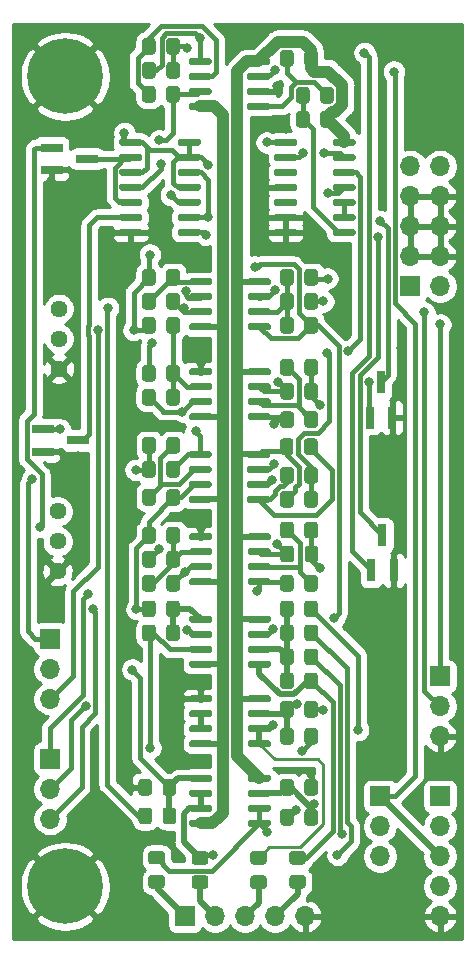
<source format=gbr>
G04 #@! TF.GenerationSoftware,KiCad,Pcbnew,5.1.6-c6e7f7d~86~ubuntu18.04.1*
G04 #@! TF.CreationDate,2020-06-20T10:02:23-04:00*
G04 #@! TF.ProjectId,sub_osc_board,7375625f-6f73-4635-9f62-6f6172642e6b,rev?*
G04 #@! TF.SameCoordinates,Original*
G04 #@! TF.FileFunction,Copper,L1,Top*
G04 #@! TF.FilePolarity,Positive*
%FSLAX46Y46*%
G04 Gerber Fmt 4.6, Leading zero omitted, Abs format (unit mm)*
G04 Created by KiCad (PCBNEW 5.1.6-c6e7f7d~86~ubuntu18.04.1) date 2020-06-20 10:02:23*
%MOMM*%
%LPD*%
G01*
G04 APERTURE LIST*
G04 #@! TA.AperFunction,SMDPad,CuDef*
%ADD10R,1.900000X0.800000*%
G04 #@! TD*
G04 #@! TA.AperFunction,SMDPad,CuDef*
%ADD11R,0.800000X1.900000*%
G04 #@! TD*
G04 #@! TA.AperFunction,ComponentPad*
%ADD12O,1.700000X1.700000*%
G04 #@! TD*
G04 #@! TA.AperFunction,ComponentPad*
%ADD13R,1.700000X1.700000*%
G04 #@! TD*
G04 #@! TA.AperFunction,ComponentPad*
%ADD14C,0.800000*%
G04 #@! TD*
G04 #@! TA.AperFunction,ComponentPad*
%ADD15C,6.400000*%
G04 #@! TD*
G04 #@! TA.AperFunction,ComponentPad*
%ADD16C,1.440000*%
G04 #@! TD*
G04 #@! TA.AperFunction,ViaPad*
%ADD17C,0.800000*%
G04 #@! TD*
G04 #@! TA.AperFunction,ViaPad*
%ADD18C,1.000000*%
G04 #@! TD*
G04 #@! TA.AperFunction,Conductor*
%ADD19C,0.400000*%
G04 #@! TD*
G04 #@! TA.AperFunction,Conductor*
%ADD20C,0.290000*%
G04 #@! TD*
G04 #@! TA.AperFunction,Conductor*
%ADD21C,0.500000*%
G04 #@! TD*
G04 #@! TA.AperFunction,Conductor*
%ADD22C,1.000000*%
G04 #@! TD*
G04 #@! TA.AperFunction,Conductor*
%ADD23C,0.250000*%
G04 #@! TD*
G04 #@! TA.AperFunction,Conductor*
%ADD24C,0.254000*%
G04 #@! TD*
G04 APERTURE END LIST*
G04 #@! TA.AperFunction,SMDPad,CuDef*
G36*
G01*
X88949000Y-74479999D02*
X88949000Y-75380001D01*
G75*
G02*
X88699001Y-75630000I-249999J0D01*
G01*
X88048999Y-75630000D01*
G75*
G02*
X87799000Y-75380001I0J249999D01*
G01*
X87799000Y-74479999D01*
G75*
G02*
X88048999Y-74230000I249999J0D01*
G01*
X88699001Y-74230000D01*
G75*
G02*
X88949000Y-74479999I0J-249999D01*
G01*
G37*
G04 #@! TD.AperFunction*
G04 #@! TA.AperFunction,SMDPad,CuDef*
G36*
G01*
X90999000Y-74479999D02*
X90999000Y-75380001D01*
G75*
G02*
X90749001Y-75630000I-249999J0D01*
G01*
X90098999Y-75630000D01*
G75*
G02*
X89849000Y-75380001I0J249999D01*
G01*
X89849000Y-74479999D01*
G75*
G02*
X90098999Y-74230000I249999J0D01*
G01*
X90749001Y-74230000D01*
G75*
G02*
X90999000Y-74479999I0J-249999D01*
G01*
G37*
G04 #@! TD.AperFunction*
G04 #@! TA.AperFunction,SMDPad,CuDef*
G36*
G01*
X88958000Y-76511999D02*
X88958000Y-77412001D01*
G75*
G02*
X88708001Y-77662000I-249999J0D01*
G01*
X88057999Y-77662000D01*
G75*
G02*
X87808000Y-77412001I0J249999D01*
G01*
X87808000Y-76511999D01*
G75*
G02*
X88057999Y-76262000I249999J0D01*
G01*
X88708001Y-76262000D01*
G75*
G02*
X88958000Y-76511999I0J-249999D01*
G01*
G37*
G04 #@! TD.AperFunction*
G04 #@! TA.AperFunction,SMDPad,CuDef*
G36*
G01*
X91008000Y-76511999D02*
X91008000Y-77412001D01*
G75*
G02*
X90758001Y-77662000I-249999J0D01*
G01*
X90107999Y-77662000D01*
G75*
G02*
X89858000Y-77412001I0J249999D01*
G01*
X89858000Y-76511999D01*
G75*
G02*
X90107999Y-76262000I249999J0D01*
G01*
X90758001Y-76262000D01*
G75*
G02*
X91008000Y-76511999I0J-249999D01*
G01*
G37*
G04 #@! TD.AperFunction*
D10*
X83137000Y-62854800D03*
X80137000Y-63804800D03*
X80137000Y-61904800D03*
X82384900Y-86702900D03*
X79384900Y-87652900D03*
X79384900Y-85752900D03*
D11*
X108028700Y-81772500D03*
X108978700Y-84772500D03*
X107078700Y-84772500D03*
X108155700Y-94713800D03*
X109105700Y-97713800D03*
X107205700Y-97713800D03*
D12*
X80010000Y-118745000D03*
X80010000Y-116205000D03*
D13*
X80010000Y-113665000D03*
G04 #@! TA.AperFunction,SMDPad,CuDef*
G36*
G01*
X93750000Y-112245000D02*
X93750000Y-112545000D01*
G75*
G02*
X93600000Y-112695000I-150000J0D01*
G01*
X91950000Y-112695000D01*
G75*
G02*
X91800000Y-112545000I0J150000D01*
G01*
X91800000Y-112245000D01*
G75*
G02*
X91950000Y-112095000I150000J0D01*
G01*
X93600000Y-112095000D01*
G75*
G02*
X93750000Y-112245000I0J-150000D01*
G01*
G37*
G04 #@! TD.AperFunction*
G04 #@! TA.AperFunction,SMDPad,CuDef*
G36*
G01*
X93750000Y-110975000D02*
X93750000Y-111275000D01*
G75*
G02*
X93600000Y-111425000I-150000J0D01*
G01*
X91950000Y-111425000D01*
G75*
G02*
X91800000Y-111275000I0J150000D01*
G01*
X91800000Y-110975000D01*
G75*
G02*
X91950000Y-110825000I150000J0D01*
G01*
X93600000Y-110825000D01*
G75*
G02*
X93750000Y-110975000I0J-150000D01*
G01*
G37*
G04 #@! TD.AperFunction*
G04 #@! TA.AperFunction,SMDPad,CuDef*
G36*
G01*
X93750000Y-109705000D02*
X93750000Y-110005000D01*
G75*
G02*
X93600000Y-110155000I-150000J0D01*
G01*
X91950000Y-110155000D01*
G75*
G02*
X91800000Y-110005000I0J150000D01*
G01*
X91800000Y-109705000D01*
G75*
G02*
X91950000Y-109555000I150000J0D01*
G01*
X93600000Y-109555000D01*
G75*
G02*
X93750000Y-109705000I0J-150000D01*
G01*
G37*
G04 #@! TD.AperFunction*
G04 #@! TA.AperFunction,SMDPad,CuDef*
G36*
G01*
X93750000Y-108435000D02*
X93750000Y-108735000D01*
G75*
G02*
X93600000Y-108885000I-150000J0D01*
G01*
X91950000Y-108885000D01*
G75*
G02*
X91800000Y-108735000I0J150000D01*
G01*
X91800000Y-108435000D01*
G75*
G02*
X91950000Y-108285000I150000J0D01*
G01*
X93600000Y-108285000D01*
G75*
G02*
X93750000Y-108435000I0J-150000D01*
G01*
G37*
G04 #@! TD.AperFunction*
G04 #@! TA.AperFunction,SMDPad,CuDef*
G36*
G01*
X98700000Y-108435000D02*
X98700000Y-108735000D01*
G75*
G02*
X98550000Y-108885000I-150000J0D01*
G01*
X96900000Y-108885000D01*
G75*
G02*
X96750000Y-108735000I0J150000D01*
G01*
X96750000Y-108435000D01*
G75*
G02*
X96900000Y-108285000I150000J0D01*
G01*
X98550000Y-108285000D01*
G75*
G02*
X98700000Y-108435000I0J-150000D01*
G01*
G37*
G04 #@! TD.AperFunction*
G04 #@! TA.AperFunction,SMDPad,CuDef*
G36*
G01*
X98700000Y-109705000D02*
X98700000Y-110005000D01*
G75*
G02*
X98550000Y-110155000I-150000J0D01*
G01*
X96900000Y-110155000D01*
G75*
G02*
X96750000Y-110005000I0J150000D01*
G01*
X96750000Y-109705000D01*
G75*
G02*
X96900000Y-109555000I150000J0D01*
G01*
X98550000Y-109555000D01*
G75*
G02*
X98700000Y-109705000I0J-150000D01*
G01*
G37*
G04 #@! TD.AperFunction*
G04 #@! TA.AperFunction,SMDPad,CuDef*
G36*
G01*
X98700000Y-110975000D02*
X98700000Y-111275000D01*
G75*
G02*
X98550000Y-111425000I-150000J0D01*
G01*
X96900000Y-111425000D01*
G75*
G02*
X96750000Y-111275000I0J150000D01*
G01*
X96750000Y-110975000D01*
G75*
G02*
X96900000Y-110825000I150000J0D01*
G01*
X98550000Y-110825000D01*
G75*
G02*
X98700000Y-110975000I0J-150000D01*
G01*
G37*
G04 #@! TD.AperFunction*
G04 #@! TA.AperFunction,SMDPad,CuDef*
G36*
G01*
X98700000Y-112245000D02*
X98700000Y-112545000D01*
G75*
G02*
X98550000Y-112695000I-150000J0D01*
G01*
X96900000Y-112695000D01*
G75*
G02*
X96750000Y-112545000I0J150000D01*
G01*
X96750000Y-112245000D01*
G75*
G02*
X96900000Y-112095000I150000J0D01*
G01*
X98550000Y-112095000D01*
G75*
G02*
X98700000Y-112245000I0J-150000D01*
G01*
G37*
G04 #@! TD.AperFunction*
G04 #@! TA.AperFunction,SMDPad,CuDef*
G36*
G01*
X93750000Y-118976000D02*
X93750000Y-119276000D01*
G75*
G02*
X93600000Y-119426000I-150000J0D01*
G01*
X91950000Y-119426000D01*
G75*
G02*
X91800000Y-119276000I0J150000D01*
G01*
X91800000Y-118976000D01*
G75*
G02*
X91950000Y-118826000I150000J0D01*
G01*
X93600000Y-118826000D01*
G75*
G02*
X93750000Y-118976000I0J-150000D01*
G01*
G37*
G04 #@! TD.AperFunction*
G04 #@! TA.AperFunction,SMDPad,CuDef*
G36*
G01*
X93750000Y-117706000D02*
X93750000Y-118006000D01*
G75*
G02*
X93600000Y-118156000I-150000J0D01*
G01*
X91950000Y-118156000D01*
G75*
G02*
X91800000Y-118006000I0J150000D01*
G01*
X91800000Y-117706000D01*
G75*
G02*
X91950000Y-117556000I150000J0D01*
G01*
X93600000Y-117556000D01*
G75*
G02*
X93750000Y-117706000I0J-150000D01*
G01*
G37*
G04 #@! TD.AperFunction*
G04 #@! TA.AperFunction,SMDPad,CuDef*
G36*
G01*
X93750000Y-116436000D02*
X93750000Y-116736000D01*
G75*
G02*
X93600000Y-116886000I-150000J0D01*
G01*
X91950000Y-116886000D01*
G75*
G02*
X91800000Y-116736000I0J150000D01*
G01*
X91800000Y-116436000D01*
G75*
G02*
X91950000Y-116286000I150000J0D01*
G01*
X93600000Y-116286000D01*
G75*
G02*
X93750000Y-116436000I0J-150000D01*
G01*
G37*
G04 #@! TD.AperFunction*
G04 #@! TA.AperFunction,SMDPad,CuDef*
G36*
G01*
X93750000Y-115166000D02*
X93750000Y-115466000D01*
G75*
G02*
X93600000Y-115616000I-150000J0D01*
G01*
X91950000Y-115616000D01*
G75*
G02*
X91800000Y-115466000I0J150000D01*
G01*
X91800000Y-115166000D01*
G75*
G02*
X91950000Y-115016000I150000J0D01*
G01*
X93600000Y-115016000D01*
G75*
G02*
X93750000Y-115166000I0J-150000D01*
G01*
G37*
G04 #@! TD.AperFunction*
G04 #@! TA.AperFunction,SMDPad,CuDef*
G36*
G01*
X98700000Y-115166000D02*
X98700000Y-115466000D01*
G75*
G02*
X98550000Y-115616000I-150000J0D01*
G01*
X96900000Y-115616000D01*
G75*
G02*
X96750000Y-115466000I0J150000D01*
G01*
X96750000Y-115166000D01*
G75*
G02*
X96900000Y-115016000I150000J0D01*
G01*
X98550000Y-115016000D01*
G75*
G02*
X98700000Y-115166000I0J-150000D01*
G01*
G37*
G04 #@! TD.AperFunction*
G04 #@! TA.AperFunction,SMDPad,CuDef*
G36*
G01*
X98700000Y-116436000D02*
X98700000Y-116736000D01*
G75*
G02*
X98550000Y-116886000I-150000J0D01*
G01*
X96900000Y-116886000D01*
G75*
G02*
X96750000Y-116736000I0J150000D01*
G01*
X96750000Y-116436000D01*
G75*
G02*
X96900000Y-116286000I150000J0D01*
G01*
X98550000Y-116286000D01*
G75*
G02*
X98700000Y-116436000I0J-150000D01*
G01*
G37*
G04 #@! TD.AperFunction*
G04 #@! TA.AperFunction,SMDPad,CuDef*
G36*
G01*
X98700000Y-117706000D02*
X98700000Y-118006000D01*
G75*
G02*
X98550000Y-118156000I-150000J0D01*
G01*
X96900000Y-118156000D01*
G75*
G02*
X96750000Y-118006000I0J150000D01*
G01*
X96750000Y-117706000D01*
G75*
G02*
X96900000Y-117556000I150000J0D01*
G01*
X98550000Y-117556000D01*
G75*
G02*
X98700000Y-117706000I0J-150000D01*
G01*
G37*
G04 #@! TD.AperFunction*
G04 #@! TA.AperFunction,SMDPad,CuDef*
G36*
G01*
X98700000Y-118976000D02*
X98700000Y-119276000D01*
G75*
G02*
X98550000Y-119426000I-150000J0D01*
G01*
X96900000Y-119426000D01*
G75*
G02*
X96750000Y-119276000I0J150000D01*
G01*
X96750000Y-118976000D01*
G75*
G02*
X96900000Y-118826000I150000J0D01*
G01*
X98550000Y-118826000D01*
G75*
G02*
X98700000Y-118976000I0J-150000D01*
G01*
G37*
G04 #@! TD.AperFunction*
G04 #@! TA.AperFunction,SMDPad,CuDef*
G36*
G01*
X98113001Y-122622000D02*
X97212999Y-122622000D01*
G75*
G02*
X96963000Y-122372001I0J249999D01*
G01*
X96963000Y-121721999D01*
G75*
G02*
X97212999Y-121472000I249999J0D01*
G01*
X98113001Y-121472000D01*
G75*
G02*
X98363000Y-121721999I0J-249999D01*
G01*
X98363000Y-122372001D01*
G75*
G02*
X98113001Y-122622000I-249999J0D01*
G01*
G37*
G04 #@! TD.AperFunction*
G04 #@! TA.AperFunction,SMDPad,CuDef*
G36*
G01*
X98113001Y-124672000D02*
X97212999Y-124672000D01*
G75*
G02*
X96963000Y-124422001I0J249999D01*
G01*
X96963000Y-123771999D01*
G75*
G02*
X97212999Y-123522000I249999J0D01*
G01*
X98113001Y-123522000D01*
G75*
G02*
X98363000Y-123771999I0J-249999D01*
G01*
X98363000Y-124422001D01*
G75*
G02*
X98113001Y-124672000I-249999J0D01*
G01*
G37*
G04 #@! TD.AperFunction*
G04 #@! TA.AperFunction,SMDPad,CuDef*
G36*
G01*
X93160001Y-122622000D02*
X92259999Y-122622000D01*
G75*
G02*
X92010000Y-122372001I0J249999D01*
G01*
X92010000Y-121721999D01*
G75*
G02*
X92259999Y-121472000I249999J0D01*
G01*
X93160001Y-121472000D01*
G75*
G02*
X93410000Y-121721999I0J-249999D01*
G01*
X93410000Y-122372001D01*
G75*
G02*
X93160001Y-122622000I-249999J0D01*
G01*
G37*
G04 #@! TD.AperFunction*
G04 #@! TA.AperFunction,SMDPad,CuDef*
G36*
G01*
X93160001Y-124672000D02*
X92259999Y-124672000D01*
G75*
G02*
X92010000Y-124422001I0J249999D01*
G01*
X92010000Y-123771999D01*
G75*
G02*
X92259999Y-123522000I249999J0D01*
G01*
X93160001Y-123522000D01*
G75*
G02*
X93410000Y-123771999I0J-249999D01*
G01*
X93410000Y-124422001D01*
G75*
G02*
X93160001Y-124672000I-249999J0D01*
G01*
G37*
G04 #@! TD.AperFunction*
G04 #@! TA.AperFunction,SMDPad,CuDef*
G36*
G01*
X89477001Y-122604000D02*
X88576999Y-122604000D01*
G75*
G02*
X88327000Y-122354001I0J249999D01*
G01*
X88327000Y-121703999D01*
G75*
G02*
X88576999Y-121454000I249999J0D01*
G01*
X89477001Y-121454000D01*
G75*
G02*
X89727000Y-121703999I0J-249999D01*
G01*
X89727000Y-122354001D01*
G75*
G02*
X89477001Y-122604000I-249999J0D01*
G01*
G37*
G04 #@! TD.AperFunction*
G04 #@! TA.AperFunction,SMDPad,CuDef*
G36*
G01*
X89477001Y-124654000D02*
X88576999Y-124654000D01*
G75*
G02*
X88327000Y-124404001I0J249999D01*
G01*
X88327000Y-123753999D01*
G75*
G02*
X88576999Y-123504000I249999J0D01*
G01*
X89477001Y-123504000D01*
G75*
G02*
X89727000Y-123753999I0J-249999D01*
G01*
X89727000Y-124404001D01*
G75*
G02*
X89477001Y-124654000I-249999J0D01*
G01*
G37*
G04 #@! TD.AperFunction*
G04 #@! TA.AperFunction,SMDPad,CuDef*
G36*
G01*
X101551000Y-109924001D02*
X101551000Y-109023999D01*
G75*
G02*
X101800999Y-108774000I249999J0D01*
G01*
X102451001Y-108774000D01*
G75*
G02*
X102701000Y-109023999I0J-249999D01*
G01*
X102701000Y-109924001D01*
G75*
G02*
X102451001Y-110174000I-249999J0D01*
G01*
X101800999Y-110174000D01*
G75*
G02*
X101551000Y-109924001I0J249999D01*
G01*
G37*
G04 #@! TD.AperFunction*
G04 #@! TA.AperFunction,SMDPad,CuDef*
G36*
G01*
X99501000Y-109924001D02*
X99501000Y-109023999D01*
G75*
G02*
X99750999Y-108774000I249999J0D01*
G01*
X100401001Y-108774000D01*
G75*
G02*
X100651000Y-109023999I0J-249999D01*
G01*
X100651000Y-109924001D01*
G75*
G02*
X100401001Y-110174000I-249999J0D01*
G01*
X99750999Y-110174000D01*
G75*
G02*
X99501000Y-109924001I0J249999D01*
G01*
G37*
G04 #@! TD.AperFunction*
G04 #@! TA.AperFunction,SMDPad,CuDef*
G36*
G01*
X88644200Y-115627999D02*
X88644200Y-116528001D01*
G75*
G02*
X88394201Y-116778000I-249999J0D01*
G01*
X87744199Y-116778000D01*
G75*
G02*
X87494200Y-116528001I0J249999D01*
G01*
X87494200Y-115627999D01*
G75*
G02*
X87744199Y-115378000I249999J0D01*
G01*
X88394201Y-115378000D01*
G75*
G02*
X88644200Y-115627999I0J-249999D01*
G01*
G37*
G04 #@! TD.AperFunction*
G04 #@! TA.AperFunction,SMDPad,CuDef*
G36*
G01*
X90694200Y-115627999D02*
X90694200Y-116528001D01*
G75*
G02*
X90444201Y-116778000I-249999J0D01*
G01*
X89794199Y-116778000D01*
G75*
G02*
X89544200Y-116528001I0J249999D01*
G01*
X89544200Y-115627999D01*
G75*
G02*
X89794199Y-115378000I249999J0D01*
G01*
X90444201Y-115378000D01*
G75*
G02*
X90694200Y-115627999I0J-249999D01*
G01*
G37*
G04 #@! TD.AperFunction*
G04 #@! TA.AperFunction,SMDPad,CuDef*
G36*
G01*
X101551000Y-116528001D02*
X101551000Y-115627999D01*
G75*
G02*
X101800999Y-115378000I249999J0D01*
G01*
X102451001Y-115378000D01*
G75*
G02*
X102701000Y-115627999I0J-249999D01*
G01*
X102701000Y-116528001D01*
G75*
G02*
X102451001Y-116778000I-249999J0D01*
G01*
X101800999Y-116778000D01*
G75*
G02*
X101551000Y-116528001I0J249999D01*
G01*
G37*
G04 #@! TD.AperFunction*
G04 #@! TA.AperFunction,SMDPad,CuDef*
G36*
G01*
X99501000Y-116528001D02*
X99501000Y-115627999D01*
G75*
G02*
X99750999Y-115378000I249999J0D01*
G01*
X100401001Y-115378000D01*
G75*
G02*
X100651000Y-115627999I0J-249999D01*
G01*
X100651000Y-116528001D01*
G75*
G02*
X100401001Y-116778000I-249999J0D01*
G01*
X99750999Y-116778000D01*
G75*
G02*
X99501000Y-116528001I0J249999D01*
G01*
G37*
G04 #@! TD.AperFunction*
G04 #@! TA.AperFunction,SMDPad,CuDef*
G36*
G01*
X101551000Y-112210001D02*
X101551000Y-111309999D01*
G75*
G02*
X101800999Y-111060000I249999J0D01*
G01*
X102451001Y-111060000D01*
G75*
G02*
X102701000Y-111309999I0J-249999D01*
G01*
X102701000Y-112210001D01*
G75*
G02*
X102451001Y-112460000I-249999J0D01*
G01*
X101800999Y-112460000D01*
G75*
G02*
X101551000Y-112210001I0J249999D01*
G01*
G37*
G04 #@! TD.AperFunction*
G04 #@! TA.AperFunction,SMDPad,CuDef*
G36*
G01*
X99501000Y-112210001D02*
X99501000Y-111309999D01*
G75*
G02*
X99750999Y-111060000I249999J0D01*
G01*
X100401001Y-111060000D01*
G75*
G02*
X100651000Y-111309999I0J-249999D01*
G01*
X100651000Y-112210001D01*
G75*
G02*
X100401001Y-112460000I-249999J0D01*
G01*
X99750999Y-112460000D01*
G75*
G02*
X99501000Y-112210001I0J249999D01*
G01*
G37*
G04 #@! TD.AperFunction*
G04 #@! TA.AperFunction,SMDPad,CuDef*
G36*
G01*
X101415001Y-122613000D02*
X100514999Y-122613000D01*
G75*
G02*
X100265000Y-122363001I0J249999D01*
G01*
X100265000Y-121712999D01*
G75*
G02*
X100514999Y-121463000I249999J0D01*
G01*
X101415001Y-121463000D01*
G75*
G02*
X101665000Y-121712999I0J-249999D01*
G01*
X101665000Y-122363001D01*
G75*
G02*
X101415001Y-122613000I-249999J0D01*
G01*
G37*
G04 #@! TD.AperFunction*
G04 #@! TA.AperFunction,SMDPad,CuDef*
G36*
G01*
X101415001Y-124663000D02*
X100514999Y-124663000D01*
G75*
G02*
X100265000Y-124413001I0J249999D01*
G01*
X100265000Y-123762999D01*
G75*
G02*
X100514999Y-123513000I249999J0D01*
G01*
X101415001Y-123513000D01*
G75*
G02*
X101665000Y-123762999I0J-249999D01*
G01*
X101665000Y-124413001D01*
G75*
G02*
X101415001Y-124663000I-249999J0D01*
G01*
G37*
G04 #@! TD.AperFunction*
G04 #@! TA.AperFunction,SMDPad,CuDef*
G36*
G01*
X88644200Y-118040999D02*
X88644200Y-118941001D01*
G75*
G02*
X88394201Y-119191000I-249999J0D01*
G01*
X87744199Y-119191000D01*
G75*
G02*
X87494200Y-118941001I0J249999D01*
G01*
X87494200Y-118040999D01*
G75*
G02*
X87744199Y-117791000I249999J0D01*
G01*
X88394201Y-117791000D01*
G75*
G02*
X88644200Y-118040999I0J-249999D01*
G01*
G37*
G04 #@! TD.AperFunction*
G04 #@! TA.AperFunction,SMDPad,CuDef*
G36*
G01*
X90694200Y-118040999D02*
X90694200Y-118941001D01*
G75*
G02*
X90444201Y-119191000I-249999J0D01*
G01*
X89794199Y-119191000D01*
G75*
G02*
X89544200Y-118941001I0J249999D01*
G01*
X89544200Y-118040999D01*
G75*
G02*
X89794199Y-117791000I249999J0D01*
G01*
X90444201Y-117791000D01*
G75*
G02*
X90694200Y-118040999I0J-249999D01*
G01*
G37*
G04 #@! TD.AperFunction*
G04 #@! TA.AperFunction,SMDPad,CuDef*
G36*
G01*
X100651000Y-118167999D02*
X100651000Y-119068001D01*
G75*
G02*
X100401001Y-119318000I-249999J0D01*
G01*
X99750999Y-119318000D01*
G75*
G02*
X99501000Y-119068001I0J249999D01*
G01*
X99501000Y-118167999D01*
G75*
G02*
X99750999Y-117918000I249999J0D01*
G01*
X100401001Y-117918000D01*
G75*
G02*
X100651000Y-118167999I0J-249999D01*
G01*
G37*
G04 #@! TD.AperFunction*
G04 #@! TA.AperFunction,SMDPad,CuDef*
G36*
G01*
X102701000Y-118167999D02*
X102701000Y-119068001D01*
G75*
G02*
X102451001Y-119318000I-249999J0D01*
G01*
X101800999Y-119318000D01*
G75*
G02*
X101551000Y-119068001I0J249999D01*
G01*
X101551000Y-118167999D01*
G75*
G02*
X101800999Y-117918000I249999J0D01*
G01*
X102451001Y-117918000D01*
G75*
G02*
X102701000Y-118167999I0J-249999D01*
G01*
G37*
G04 #@! TD.AperFunction*
D12*
X113030000Y-63500000D03*
X110490000Y-63500000D03*
X113030000Y-66040000D03*
X110490000Y-66040000D03*
X113030000Y-68580000D03*
X110490000Y-68580000D03*
X113030000Y-71120000D03*
X110490000Y-71120000D03*
X113030000Y-73660000D03*
D13*
X110490000Y-73660000D03*
D12*
X80010000Y-108585000D03*
X80010000Y-106045000D03*
D13*
X80010000Y-103505000D03*
D12*
X107950000Y-121920000D03*
X107950000Y-119380000D03*
D13*
X107950000Y-116840000D03*
D12*
X101600000Y-127000000D03*
X99060000Y-127000000D03*
X96520000Y-127000000D03*
X93980000Y-127000000D03*
D13*
X91440000Y-127000000D03*
D14*
X82977056Y-122762944D03*
X81280000Y-122060000D03*
X79582944Y-122762944D03*
X78880000Y-124460000D03*
X79582944Y-126157056D03*
X81280000Y-126860000D03*
X82977056Y-126157056D03*
X83680000Y-124460000D03*
D15*
X81280000Y-124460000D03*
D14*
X82977056Y-54182944D03*
X81280000Y-53480000D03*
X79582944Y-54182944D03*
X78880000Y-55880000D03*
X79582944Y-57577056D03*
X81280000Y-58280000D03*
X82977056Y-57577056D03*
X83680000Y-55880000D03*
D15*
X81280000Y-55880000D03*
D12*
X113030000Y-111760000D03*
X113030000Y-109220000D03*
D13*
X113030000Y-106680000D03*
D12*
X113030000Y-127000000D03*
X113030000Y-124460000D03*
X113030000Y-121920000D03*
X113030000Y-119380000D03*
D13*
X113030000Y-116840000D03*
G04 #@! TA.AperFunction,SMDPad,CuDef*
G36*
G01*
X87820600Y-68938000D02*
X87820600Y-69238000D01*
G75*
G02*
X87670600Y-69388000I-150000J0D01*
G01*
X86020600Y-69388000D01*
G75*
G02*
X85870600Y-69238000I0J150000D01*
G01*
X85870600Y-68938000D01*
G75*
G02*
X86020600Y-68788000I150000J0D01*
G01*
X87670600Y-68788000D01*
G75*
G02*
X87820600Y-68938000I0J-150000D01*
G01*
G37*
G04 #@! TD.AperFunction*
G04 #@! TA.AperFunction,SMDPad,CuDef*
G36*
G01*
X87820600Y-67668000D02*
X87820600Y-67968000D01*
G75*
G02*
X87670600Y-68118000I-150000J0D01*
G01*
X86020600Y-68118000D01*
G75*
G02*
X85870600Y-67968000I0J150000D01*
G01*
X85870600Y-67668000D01*
G75*
G02*
X86020600Y-67518000I150000J0D01*
G01*
X87670600Y-67518000D01*
G75*
G02*
X87820600Y-67668000I0J-150000D01*
G01*
G37*
G04 #@! TD.AperFunction*
G04 #@! TA.AperFunction,SMDPad,CuDef*
G36*
G01*
X87820600Y-66398000D02*
X87820600Y-66698000D01*
G75*
G02*
X87670600Y-66848000I-150000J0D01*
G01*
X86020600Y-66848000D01*
G75*
G02*
X85870600Y-66698000I0J150000D01*
G01*
X85870600Y-66398000D01*
G75*
G02*
X86020600Y-66248000I150000J0D01*
G01*
X87670600Y-66248000D01*
G75*
G02*
X87820600Y-66398000I0J-150000D01*
G01*
G37*
G04 #@! TD.AperFunction*
G04 #@! TA.AperFunction,SMDPad,CuDef*
G36*
G01*
X87820600Y-65128000D02*
X87820600Y-65428000D01*
G75*
G02*
X87670600Y-65578000I-150000J0D01*
G01*
X86020600Y-65578000D01*
G75*
G02*
X85870600Y-65428000I0J150000D01*
G01*
X85870600Y-65128000D01*
G75*
G02*
X86020600Y-64978000I150000J0D01*
G01*
X87670600Y-64978000D01*
G75*
G02*
X87820600Y-65128000I0J-150000D01*
G01*
G37*
G04 #@! TD.AperFunction*
G04 #@! TA.AperFunction,SMDPad,CuDef*
G36*
G01*
X87820600Y-63858000D02*
X87820600Y-64158000D01*
G75*
G02*
X87670600Y-64308000I-150000J0D01*
G01*
X86020600Y-64308000D01*
G75*
G02*
X85870600Y-64158000I0J150000D01*
G01*
X85870600Y-63858000D01*
G75*
G02*
X86020600Y-63708000I150000J0D01*
G01*
X87670600Y-63708000D01*
G75*
G02*
X87820600Y-63858000I0J-150000D01*
G01*
G37*
G04 #@! TD.AperFunction*
G04 #@! TA.AperFunction,SMDPad,CuDef*
G36*
G01*
X87820600Y-62588000D02*
X87820600Y-62888000D01*
G75*
G02*
X87670600Y-63038000I-150000J0D01*
G01*
X86020600Y-63038000D01*
G75*
G02*
X85870600Y-62888000I0J150000D01*
G01*
X85870600Y-62588000D01*
G75*
G02*
X86020600Y-62438000I150000J0D01*
G01*
X87670600Y-62438000D01*
G75*
G02*
X87820600Y-62588000I0J-150000D01*
G01*
G37*
G04 #@! TD.AperFunction*
G04 #@! TA.AperFunction,SMDPad,CuDef*
G36*
G01*
X87820600Y-61318000D02*
X87820600Y-61618000D01*
G75*
G02*
X87670600Y-61768000I-150000J0D01*
G01*
X86020600Y-61768000D01*
G75*
G02*
X85870600Y-61618000I0J150000D01*
G01*
X85870600Y-61318000D01*
G75*
G02*
X86020600Y-61168000I150000J0D01*
G01*
X87670600Y-61168000D01*
G75*
G02*
X87820600Y-61318000I0J-150000D01*
G01*
G37*
G04 #@! TD.AperFunction*
G04 #@! TA.AperFunction,SMDPad,CuDef*
G36*
G01*
X92770600Y-61318000D02*
X92770600Y-61618000D01*
G75*
G02*
X92620600Y-61768000I-150000J0D01*
G01*
X90970600Y-61768000D01*
G75*
G02*
X90820600Y-61618000I0J150000D01*
G01*
X90820600Y-61318000D01*
G75*
G02*
X90970600Y-61168000I150000J0D01*
G01*
X92620600Y-61168000D01*
G75*
G02*
X92770600Y-61318000I0J-150000D01*
G01*
G37*
G04 #@! TD.AperFunction*
G04 #@! TA.AperFunction,SMDPad,CuDef*
G36*
G01*
X92770600Y-62588000D02*
X92770600Y-62888000D01*
G75*
G02*
X92620600Y-63038000I-150000J0D01*
G01*
X90970600Y-63038000D01*
G75*
G02*
X90820600Y-62888000I0J150000D01*
G01*
X90820600Y-62588000D01*
G75*
G02*
X90970600Y-62438000I150000J0D01*
G01*
X92620600Y-62438000D01*
G75*
G02*
X92770600Y-62588000I0J-150000D01*
G01*
G37*
G04 #@! TD.AperFunction*
G04 #@! TA.AperFunction,SMDPad,CuDef*
G36*
G01*
X92770600Y-63858000D02*
X92770600Y-64158000D01*
G75*
G02*
X92620600Y-64308000I-150000J0D01*
G01*
X90970600Y-64308000D01*
G75*
G02*
X90820600Y-64158000I0J150000D01*
G01*
X90820600Y-63858000D01*
G75*
G02*
X90970600Y-63708000I150000J0D01*
G01*
X92620600Y-63708000D01*
G75*
G02*
X92770600Y-63858000I0J-150000D01*
G01*
G37*
G04 #@! TD.AperFunction*
G04 #@! TA.AperFunction,SMDPad,CuDef*
G36*
G01*
X92770600Y-65128000D02*
X92770600Y-65428000D01*
G75*
G02*
X92620600Y-65578000I-150000J0D01*
G01*
X90970600Y-65578000D01*
G75*
G02*
X90820600Y-65428000I0J150000D01*
G01*
X90820600Y-65128000D01*
G75*
G02*
X90970600Y-64978000I150000J0D01*
G01*
X92620600Y-64978000D01*
G75*
G02*
X92770600Y-65128000I0J-150000D01*
G01*
G37*
G04 #@! TD.AperFunction*
G04 #@! TA.AperFunction,SMDPad,CuDef*
G36*
G01*
X92770600Y-66398000D02*
X92770600Y-66698000D01*
G75*
G02*
X92620600Y-66848000I-150000J0D01*
G01*
X90970600Y-66848000D01*
G75*
G02*
X90820600Y-66698000I0J150000D01*
G01*
X90820600Y-66398000D01*
G75*
G02*
X90970600Y-66248000I150000J0D01*
G01*
X92620600Y-66248000D01*
G75*
G02*
X92770600Y-66398000I0J-150000D01*
G01*
G37*
G04 #@! TD.AperFunction*
G04 #@! TA.AperFunction,SMDPad,CuDef*
G36*
G01*
X92770600Y-67668000D02*
X92770600Y-67968000D01*
G75*
G02*
X92620600Y-68118000I-150000J0D01*
G01*
X90970600Y-68118000D01*
G75*
G02*
X90820600Y-67968000I0J150000D01*
G01*
X90820600Y-67668000D01*
G75*
G02*
X90970600Y-67518000I150000J0D01*
G01*
X92620600Y-67518000D01*
G75*
G02*
X92770600Y-67668000I0J-150000D01*
G01*
G37*
G04 #@! TD.AperFunction*
G04 #@! TA.AperFunction,SMDPad,CuDef*
G36*
G01*
X92770600Y-68938000D02*
X92770600Y-69238000D01*
G75*
G02*
X92620600Y-69388000I-150000J0D01*
G01*
X90970600Y-69388000D01*
G75*
G02*
X90820600Y-69238000I0J150000D01*
G01*
X90820600Y-68938000D01*
G75*
G02*
X90970600Y-68788000I150000J0D01*
G01*
X92620600Y-68788000D01*
G75*
G02*
X92770600Y-68938000I0J-150000D01*
G01*
G37*
G04 #@! TD.AperFunction*
G04 #@! TA.AperFunction,SMDPad,CuDef*
G36*
G01*
X100927000Y-68938000D02*
X100927000Y-69238000D01*
G75*
G02*
X100777000Y-69388000I-150000J0D01*
G01*
X99127000Y-69388000D01*
G75*
G02*
X98977000Y-69238000I0J150000D01*
G01*
X98977000Y-68938000D01*
G75*
G02*
X99127000Y-68788000I150000J0D01*
G01*
X100777000Y-68788000D01*
G75*
G02*
X100927000Y-68938000I0J-150000D01*
G01*
G37*
G04 #@! TD.AperFunction*
G04 #@! TA.AperFunction,SMDPad,CuDef*
G36*
G01*
X100927000Y-67668000D02*
X100927000Y-67968000D01*
G75*
G02*
X100777000Y-68118000I-150000J0D01*
G01*
X99127000Y-68118000D01*
G75*
G02*
X98977000Y-67968000I0J150000D01*
G01*
X98977000Y-67668000D01*
G75*
G02*
X99127000Y-67518000I150000J0D01*
G01*
X100777000Y-67518000D01*
G75*
G02*
X100927000Y-67668000I0J-150000D01*
G01*
G37*
G04 #@! TD.AperFunction*
G04 #@! TA.AperFunction,SMDPad,CuDef*
G36*
G01*
X100927000Y-66398000D02*
X100927000Y-66698000D01*
G75*
G02*
X100777000Y-66848000I-150000J0D01*
G01*
X99127000Y-66848000D01*
G75*
G02*
X98977000Y-66698000I0J150000D01*
G01*
X98977000Y-66398000D01*
G75*
G02*
X99127000Y-66248000I150000J0D01*
G01*
X100777000Y-66248000D01*
G75*
G02*
X100927000Y-66398000I0J-150000D01*
G01*
G37*
G04 #@! TD.AperFunction*
G04 #@! TA.AperFunction,SMDPad,CuDef*
G36*
G01*
X100927000Y-65128000D02*
X100927000Y-65428000D01*
G75*
G02*
X100777000Y-65578000I-150000J0D01*
G01*
X99127000Y-65578000D01*
G75*
G02*
X98977000Y-65428000I0J150000D01*
G01*
X98977000Y-65128000D01*
G75*
G02*
X99127000Y-64978000I150000J0D01*
G01*
X100777000Y-64978000D01*
G75*
G02*
X100927000Y-65128000I0J-150000D01*
G01*
G37*
G04 #@! TD.AperFunction*
G04 #@! TA.AperFunction,SMDPad,CuDef*
G36*
G01*
X100927000Y-63858000D02*
X100927000Y-64158000D01*
G75*
G02*
X100777000Y-64308000I-150000J0D01*
G01*
X99127000Y-64308000D01*
G75*
G02*
X98977000Y-64158000I0J150000D01*
G01*
X98977000Y-63858000D01*
G75*
G02*
X99127000Y-63708000I150000J0D01*
G01*
X100777000Y-63708000D01*
G75*
G02*
X100927000Y-63858000I0J-150000D01*
G01*
G37*
G04 #@! TD.AperFunction*
G04 #@! TA.AperFunction,SMDPad,CuDef*
G36*
G01*
X100927000Y-62588000D02*
X100927000Y-62888000D01*
G75*
G02*
X100777000Y-63038000I-150000J0D01*
G01*
X99127000Y-63038000D01*
G75*
G02*
X98977000Y-62888000I0J150000D01*
G01*
X98977000Y-62588000D01*
G75*
G02*
X99127000Y-62438000I150000J0D01*
G01*
X100777000Y-62438000D01*
G75*
G02*
X100927000Y-62588000I0J-150000D01*
G01*
G37*
G04 #@! TD.AperFunction*
G04 #@! TA.AperFunction,SMDPad,CuDef*
G36*
G01*
X100927000Y-61318000D02*
X100927000Y-61618000D01*
G75*
G02*
X100777000Y-61768000I-150000J0D01*
G01*
X99127000Y-61768000D01*
G75*
G02*
X98977000Y-61618000I0J150000D01*
G01*
X98977000Y-61318000D01*
G75*
G02*
X99127000Y-61168000I150000J0D01*
G01*
X100777000Y-61168000D01*
G75*
G02*
X100927000Y-61318000I0J-150000D01*
G01*
G37*
G04 #@! TD.AperFunction*
G04 #@! TA.AperFunction,SMDPad,CuDef*
G36*
G01*
X105877000Y-61318000D02*
X105877000Y-61618000D01*
G75*
G02*
X105727000Y-61768000I-150000J0D01*
G01*
X104077000Y-61768000D01*
G75*
G02*
X103927000Y-61618000I0J150000D01*
G01*
X103927000Y-61318000D01*
G75*
G02*
X104077000Y-61168000I150000J0D01*
G01*
X105727000Y-61168000D01*
G75*
G02*
X105877000Y-61318000I0J-150000D01*
G01*
G37*
G04 #@! TD.AperFunction*
G04 #@! TA.AperFunction,SMDPad,CuDef*
G36*
G01*
X105877000Y-62588000D02*
X105877000Y-62888000D01*
G75*
G02*
X105727000Y-63038000I-150000J0D01*
G01*
X104077000Y-63038000D01*
G75*
G02*
X103927000Y-62888000I0J150000D01*
G01*
X103927000Y-62588000D01*
G75*
G02*
X104077000Y-62438000I150000J0D01*
G01*
X105727000Y-62438000D01*
G75*
G02*
X105877000Y-62588000I0J-150000D01*
G01*
G37*
G04 #@! TD.AperFunction*
G04 #@! TA.AperFunction,SMDPad,CuDef*
G36*
G01*
X105877000Y-63858000D02*
X105877000Y-64158000D01*
G75*
G02*
X105727000Y-64308000I-150000J0D01*
G01*
X104077000Y-64308000D01*
G75*
G02*
X103927000Y-64158000I0J150000D01*
G01*
X103927000Y-63858000D01*
G75*
G02*
X104077000Y-63708000I150000J0D01*
G01*
X105727000Y-63708000D01*
G75*
G02*
X105877000Y-63858000I0J-150000D01*
G01*
G37*
G04 #@! TD.AperFunction*
G04 #@! TA.AperFunction,SMDPad,CuDef*
G36*
G01*
X105877000Y-65128000D02*
X105877000Y-65428000D01*
G75*
G02*
X105727000Y-65578000I-150000J0D01*
G01*
X104077000Y-65578000D01*
G75*
G02*
X103927000Y-65428000I0J150000D01*
G01*
X103927000Y-65128000D01*
G75*
G02*
X104077000Y-64978000I150000J0D01*
G01*
X105727000Y-64978000D01*
G75*
G02*
X105877000Y-65128000I0J-150000D01*
G01*
G37*
G04 #@! TD.AperFunction*
G04 #@! TA.AperFunction,SMDPad,CuDef*
G36*
G01*
X105877000Y-66398000D02*
X105877000Y-66698000D01*
G75*
G02*
X105727000Y-66848000I-150000J0D01*
G01*
X104077000Y-66848000D01*
G75*
G02*
X103927000Y-66698000I0J150000D01*
G01*
X103927000Y-66398000D01*
G75*
G02*
X104077000Y-66248000I150000J0D01*
G01*
X105727000Y-66248000D01*
G75*
G02*
X105877000Y-66398000I0J-150000D01*
G01*
G37*
G04 #@! TD.AperFunction*
G04 #@! TA.AperFunction,SMDPad,CuDef*
G36*
G01*
X105877000Y-67668000D02*
X105877000Y-67968000D01*
G75*
G02*
X105727000Y-68118000I-150000J0D01*
G01*
X104077000Y-68118000D01*
G75*
G02*
X103927000Y-67968000I0J150000D01*
G01*
X103927000Y-67668000D01*
G75*
G02*
X104077000Y-67518000I150000J0D01*
G01*
X105727000Y-67518000D01*
G75*
G02*
X105877000Y-67668000I0J-150000D01*
G01*
G37*
G04 #@! TD.AperFunction*
G04 #@! TA.AperFunction,SMDPad,CuDef*
G36*
G01*
X105877000Y-68938000D02*
X105877000Y-69238000D01*
G75*
G02*
X105727000Y-69388000I-150000J0D01*
G01*
X104077000Y-69388000D01*
G75*
G02*
X103927000Y-69238000I0J150000D01*
G01*
X103927000Y-68938000D01*
G75*
G02*
X104077000Y-68788000I150000J0D01*
G01*
X105727000Y-68788000D01*
G75*
G02*
X105877000Y-68938000I0J-150000D01*
G01*
G37*
G04 #@! TD.AperFunction*
G04 #@! TA.AperFunction,SMDPad,CuDef*
G36*
G01*
X93750000Y-105514000D02*
X93750000Y-105814000D01*
G75*
G02*
X93600000Y-105964000I-150000J0D01*
G01*
X91950000Y-105964000D01*
G75*
G02*
X91800000Y-105814000I0J150000D01*
G01*
X91800000Y-105514000D01*
G75*
G02*
X91950000Y-105364000I150000J0D01*
G01*
X93600000Y-105364000D01*
G75*
G02*
X93750000Y-105514000I0J-150000D01*
G01*
G37*
G04 #@! TD.AperFunction*
G04 #@! TA.AperFunction,SMDPad,CuDef*
G36*
G01*
X93750000Y-104244000D02*
X93750000Y-104544000D01*
G75*
G02*
X93600000Y-104694000I-150000J0D01*
G01*
X91950000Y-104694000D01*
G75*
G02*
X91800000Y-104544000I0J150000D01*
G01*
X91800000Y-104244000D01*
G75*
G02*
X91950000Y-104094000I150000J0D01*
G01*
X93600000Y-104094000D01*
G75*
G02*
X93750000Y-104244000I0J-150000D01*
G01*
G37*
G04 #@! TD.AperFunction*
G04 #@! TA.AperFunction,SMDPad,CuDef*
G36*
G01*
X93750000Y-102974000D02*
X93750000Y-103274000D01*
G75*
G02*
X93600000Y-103424000I-150000J0D01*
G01*
X91950000Y-103424000D01*
G75*
G02*
X91800000Y-103274000I0J150000D01*
G01*
X91800000Y-102974000D01*
G75*
G02*
X91950000Y-102824000I150000J0D01*
G01*
X93600000Y-102824000D01*
G75*
G02*
X93750000Y-102974000I0J-150000D01*
G01*
G37*
G04 #@! TD.AperFunction*
G04 #@! TA.AperFunction,SMDPad,CuDef*
G36*
G01*
X93750000Y-101704000D02*
X93750000Y-102004000D01*
G75*
G02*
X93600000Y-102154000I-150000J0D01*
G01*
X91950000Y-102154000D01*
G75*
G02*
X91800000Y-102004000I0J150000D01*
G01*
X91800000Y-101704000D01*
G75*
G02*
X91950000Y-101554000I150000J0D01*
G01*
X93600000Y-101554000D01*
G75*
G02*
X93750000Y-101704000I0J-150000D01*
G01*
G37*
G04 #@! TD.AperFunction*
G04 #@! TA.AperFunction,SMDPad,CuDef*
G36*
G01*
X98700000Y-101704000D02*
X98700000Y-102004000D01*
G75*
G02*
X98550000Y-102154000I-150000J0D01*
G01*
X96900000Y-102154000D01*
G75*
G02*
X96750000Y-102004000I0J150000D01*
G01*
X96750000Y-101704000D01*
G75*
G02*
X96900000Y-101554000I150000J0D01*
G01*
X98550000Y-101554000D01*
G75*
G02*
X98700000Y-101704000I0J-150000D01*
G01*
G37*
G04 #@! TD.AperFunction*
G04 #@! TA.AperFunction,SMDPad,CuDef*
G36*
G01*
X98700000Y-102974000D02*
X98700000Y-103274000D01*
G75*
G02*
X98550000Y-103424000I-150000J0D01*
G01*
X96900000Y-103424000D01*
G75*
G02*
X96750000Y-103274000I0J150000D01*
G01*
X96750000Y-102974000D01*
G75*
G02*
X96900000Y-102824000I150000J0D01*
G01*
X98550000Y-102824000D01*
G75*
G02*
X98700000Y-102974000I0J-150000D01*
G01*
G37*
G04 #@! TD.AperFunction*
G04 #@! TA.AperFunction,SMDPad,CuDef*
G36*
G01*
X98700000Y-104244000D02*
X98700000Y-104544000D01*
G75*
G02*
X98550000Y-104694000I-150000J0D01*
G01*
X96900000Y-104694000D01*
G75*
G02*
X96750000Y-104544000I0J150000D01*
G01*
X96750000Y-104244000D01*
G75*
G02*
X96900000Y-104094000I150000J0D01*
G01*
X98550000Y-104094000D01*
G75*
G02*
X98700000Y-104244000I0J-150000D01*
G01*
G37*
G04 #@! TD.AperFunction*
G04 #@! TA.AperFunction,SMDPad,CuDef*
G36*
G01*
X98700000Y-105514000D02*
X98700000Y-105814000D01*
G75*
G02*
X98550000Y-105964000I-150000J0D01*
G01*
X96900000Y-105964000D01*
G75*
G02*
X96750000Y-105814000I0J150000D01*
G01*
X96750000Y-105514000D01*
G75*
G02*
X96900000Y-105364000I150000J0D01*
G01*
X98550000Y-105364000D01*
G75*
G02*
X98700000Y-105514000I0J-150000D01*
G01*
G37*
G04 #@! TD.AperFunction*
G04 #@! TA.AperFunction,SMDPad,CuDef*
G36*
G01*
X93750000Y-98529000D02*
X93750000Y-98829000D01*
G75*
G02*
X93600000Y-98979000I-150000J0D01*
G01*
X91950000Y-98979000D01*
G75*
G02*
X91800000Y-98829000I0J150000D01*
G01*
X91800000Y-98529000D01*
G75*
G02*
X91950000Y-98379000I150000J0D01*
G01*
X93600000Y-98379000D01*
G75*
G02*
X93750000Y-98529000I0J-150000D01*
G01*
G37*
G04 #@! TD.AperFunction*
G04 #@! TA.AperFunction,SMDPad,CuDef*
G36*
G01*
X93750000Y-97259000D02*
X93750000Y-97559000D01*
G75*
G02*
X93600000Y-97709000I-150000J0D01*
G01*
X91950000Y-97709000D01*
G75*
G02*
X91800000Y-97559000I0J150000D01*
G01*
X91800000Y-97259000D01*
G75*
G02*
X91950000Y-97109000I150000J0D01*
G01*
X93600000Y-97109000D01*
G75*
G02*
X93750000Y-97259000I0J-150000D01*
G01*
G37*
G04 #@! TD.AperFunction*
G04 #@! TA.AperFunction,SMDPad,CuDef*
G36*
G01*
X93750000Y-95989000D02*
X93750000Y-96289000D01*
G75*
G02*
X93600000Y-96439000I-150000J0D01*
G01*
X91950000Y-96439000D01*
G75*
G02*
X91800000Y-96289000I0J150000D01*
G01*
X91800000Y-95989000D01*
G75*
G02*
X91950000Y-95839000I150000J0D01*
G01*
X93600000Y-95839000D01*
G75*
G02*
X93750000Y-95989000I0J-150000D01*
G01*
G37*
G04 #@! TD.AperFunction*
G04 #@! TA.AperFunction,SMDPad,CuDef*
G36*
G01*
X93750000Y-94719000D02*
X93750000Y-95019000D01*
G75*
G02*
X93600000Y-95169000I-150000J0D01*
G01*
X91950000Y-95169000D01*
G75*
G02*
X91800000Y-95019000I0J150000D01*
G01*
X91800000Y-94719000D01*
G75*
G02*
X91950000Y-94569000I150000J0D01*
G01*
X93600000Y-94569000D01*
G75*
G02*
X93750000Y-94719000I0J-150000D01*
G01*
G37*
G04 #@! TD.AperFunction*
G04 #@! TA.AperFunction,SMDPad,CuDef*
G36*
G01*
X98700000Y-94719000D02*
X98700000Y-95019000D01*
G75*
G02*
X98550000Y-95169000I-150000J0D01*
G01*
X96900000Y-95169000D01*
G75*
G02*
X96750000Y-95019000I0J150000D01*
G01*
X96750000Y-94719000D01*
G75*
G02*
X96900000Y-94569000I150000J0D01*
G01*
X98550000Y-94569000D01*
G75*
G02*
X98700000Y-94719000I0J-150000D01*
G01*
G37*
G04 #@! TD.AperFunction*
G04 #@! TA.AperFunction,SMDPad,CuDef*
G36*
G01*
X98700000Y-95989000D02*
X98700000Y-96289000D01*
G75*
G02*
X98550000Y-96439000I-150000J0D01*
G01*
X96900000Y-96439000D01*
G75*
G02*
X96750000Y-96289000I0J150000D01*
G01*
X96750000Y-95989000D01*
G75*
G02*
X96900000Y-95839000I150000J0D01*
G01*
X98550000Y-95839000D01*
G75*
G02*
X98700000Y-95989000I0J-150000D01*
G01*
G37*
G04 #@! TD.AperFunction*
G04 #@! TA.AperFunction,SMDPad,CuDef*
G36*
G01*
X98700000Y-97259000D02*
X98700000Y-97559000D01*
G75*
G02*
X98550000Y-97709000I-150000J0D01*
G01*
X96900000Y-97709000D01*
G75*
G02*
X96750000Y-97559000I0J150000D01*
G01*
X96750000Y-97259000D01*
G75*
G02*
X96900000Y-97109000I150000J0D01*
G01*
X98550000Y-97109000D01*
G75*
G02*
X98700000Y-97259000I0J-150000D01*
G01*
G37*
G04 #@! TD.AperFunction*
G04 #@! TA.AperFunction,SMDPad,CuDef*
G36*
G01*
X98700000Y-98529000D02*
X98700000Y-98829000D01*
G75*
G02*
X98550000Y-98979000I-150000J0D01*
G01*
X96900000Y-98979000D01*
G75*
G02*
X96750000Y-98829000I0J150000D01*
G01*
X96750000Y-98529000D01*
G75*
G02*
X96900000Y-98379000I150000J0D01*
G01*
X98550000Y-98379000D01*
G75*
G02*
X98700000Y-98529000I0J-150000D01*
G01*
G37*
G04 #@! TD.AperFunction*
G04 #@! TA.AperFunction,SMDPad,CuDef*
G36*
G01*
X93685000Y-91544000D02*
X93685000Y-91844000D01*
G75*
G02*
X93535000Y-91994000I-150000J0D01*
G01*
X91885000Y-91994000D01*
G75*
G02*
X91735000Y-91844000I0J150000D01*
G01*
X91735000Y-91544000D01*
G75*
G02*
X91885000Y-91394000I150000J0D01*
G01*
X93535000Y-91394000D01*
G75*
G02*
X93685000Y-91544000I0J-150000D01*
G01*
G37*
G04 #@! TD.AperFunction*
G04 #@! TA.AperFunction,SMDPad,CuDef*
G36*
G01*
X93685000Y-90274000D02*
X93685000Y-90574000D01*
G75*
G02*
X93535000Y-90724000I-150000J0D01*
G01*
X91885000Y-90724000D01*
G75*
G02*
X91735000Y-90574000I0J150000D01*
G01*
X91735000Y-90274000D01*
G75*
G02*
X91885000Y-90124000I150000J0D01*
G01*
X93535000Y-90124000D01*
G75*
G02*
X93685000Y-90274000I0J-150000D01*
G01*
G37*
G04 #@! TD.AperFunction*
G04 #@! TA.AperFunction,SMDPad,CuDef*
G36*
G01*
X93685000Y-89004000D02*
X93685000Y-89304000D01*
G75*
G02*
X93535000Y-89454000I-150000J0D01*
G01*
X91885000Y-89454000D01*
G75*
G02*
X91735000Y-89304000I0J150000D01*
G01*
X91735000Y-89004000D01*
G75*
G02*
X91885000Y-88854000I150000J0D01*
G01*
X93535000Y-88854000D01*
G75*
G02*
X93685000Y-89004000I0J-150000D01*
G01*
G37*
G04 #@! TD.AperFunction*
G04 #@! TA.AperFunction,SMDPad,CuDef*
G36*
G01*
X93685000Y-87734000D02*
X93685000Y-88034000D01*
G75*
G02*
X93535000Y-88184000I-150000J0D01*
G01*
X91885000Y-88184000D01*
G75*
G02*
X91735000Y-88034000I0J150000D01*
G01*
X91735000Y-87734000D01*
G75*
G02*
X91885000Y-87584000I150000J0D01*
G01*
X93535000Y-87584000D01*
G75*
G02*
X93685000Y-87734000I0J-150000D01*
G01*
G37*
G04 #@! TD.AperFunction*
G04 #@! TA.AperFunction,SMDPad,CuDef*
G36*
G01*
X98635000Y-87734000D02*
X98635000Y-88034000D01*
G75*
G02*
X98485000Y-88184000I-150000J0D01*
G01*
X96835000Y-88184000D01*
G75*
G02*
X96685000Y-88034000I0J150000D01*
G01*
X96685000Y-87734000D01*
G75*
G02*
X96835000Y-87584000I150000J0D01*
G01*
X98485000Y-87584000D01*
G75*
G02*
X98635000Y-87734000I0J-150000D01*
G01*
G37*
G04 #@! TD.AperFunction*
G04 #@! TA.AperFunction,SMDPad,CuDef*
G36*
G01*
X98635000Y-89004000D02*
X98635000Y-89304000D01*
G75*
G02*
X98485000Y-89454000I-150000J0D01*
G01*
X96835000Y-89454000D01*
G75*
G02*
X96685000Y-89304000I0J150000D01*
G01*
X96685000Y-89004000D01*
G75*
G02*
X96835000Y-88854000I150000J0D01*
G01*
X98485000Y-88854000D01*
G75*
G02*
X98635000Y-89004000I0J-150000D01*
G01*
G37*
G04 #@! TD.AperFunction*
G04 #@! TA.AperFunction,SMDPad,CuDef*
G36*
G01*
X98635000Y-90274000D02*
X98635000Y-90574000D01*
G75*
G02*
X98485000Y-90724000I-150000J0D01*
G01*
X96835000Y-90724000D01*
G75*
G02*
X96685000Y-90574000I0J150000D01*
G01*
X96685000Y-90274000D01*
G75*
G02*
X96835000Y-90124000I150000J0D01*
G01*
X98485000Y-90124000D01*
G75*
G02*
X98635000Y-90274000I0J-150000D01*
G01*
G37*
G04 #@! TD.AperFunction*
G04 #@! TA.AperFunction,SMDPad,CuDef*
G36*
G01*
X98635000Y-91544000D02*
X98635000Y-91844000D01*
G75*
G02*
X98485000Y-91994000I-150000J0D01*
G01*
X96835000Y-91994000D01*
G75*
G02*
X96685000Y-91844000I0J150000D01*
G01*
X96685000Y-91544000D01*
G75*
G02*
X96835000Y-91394000I150000J0D01*
G01*
X98485000Y-91394000D01*
G75*
G02*
X98635000Y-91544000I0J-150000D01*
G01*
G37*
G04 #@! TD.AperFunction*
G04 #@! TA.AperFunction,SMDPad,CuDef*
G36*
G01*
X93750000Y-76939000D02*
X93750000Y-77239000D01*
G75*
G02*
X93600000Y-77389000I-150000J0D01*
G01*
X91950000Y-77389000D01*
G75*
G02*
X91800000Y-77239000I0J150000D01*
G01*
X91800000Y-76939000D01*
G75*
G02*
X91950000Y-76789000I150000J0D01*
G01*
X93600000Y-76789000D01*
G75*
G02*
X93750000Y-76939000I0J-150000D01*
G01*
G37*
G04 #@! TD.AperFunction*
G04 #@! TA.AperFunction,SMDPad,CuDef*
G36*
G01*
X93750000Y-75669000D02*
X93750000Y-75969000D01*
G75*
G02*
X93600000Y-76119000I-150000J0D01*
G01*
X91950000Y-76119000D01*
G75*
G02*
X91800000Y-75969000I0J150000D01*
G01*
X91800000Y-75669000D01*
G75*
G02*
X91950000Y-75519000I150000J0D01*
G01*
X93600000Y-75519000D01*
G75*
G02*
X93750000Y-75669000I0J-150000D01*
G01*
G37*
G04 #@! TD.AperFunction*
G04 #@! TA.AperFunction,SMDPad,CuDef*
G36*
G01*
X93750000Y-74399000D02*
X93750000Y-74699000D01*
G75*
G02*
X93600000Y-74849000I-150000J0D01*
G01*
X91950000Y-74849000D01*
G75*
G02*
X91800000Y-74699000I0J150000D01*
G01*
X91800000Y-74399000D01*
G75*
G02*
X91950000Y-74249000I150000J0D01*
G01*
X93600000Y-74249000D01*
G75*
G02*
X93750000Y-74399000I0J-150000D01*
G01*
G37*
G04 #@! TD.AperFunction*
G04 #@! TA.AperFunction,SMDPad,CuDef*
G36*
G01*
X93750000Y-73129000D02*
X93750000Y-73429000D01*
G75*
G02*
X93600000Y-73579000I-150000J0D01*
G01*
X91950000Y-73579000D01*
G75*
G02*
X91800000Y-73429000I0J150000D01*
G01*
X91800000Y-73129000D01*
G75*
G02*
X91950000Y-72979000I150000J0D01*
G01*
X93600000Y-72979000D01*
G75*
G02*
X93750000Y-73129000I0J-150000D01*
G01*
G37*
G04 #@! TD.AperFunction*
G04 #@! TA.AperFunction,SMDPad,CuDef*
G36*
G01*
X98700000Y-73129000D02*
X98700000Y-73429000D01*
G75*
G02*
X98550000Y-73579000I-150000J0D01*
G01*
X96900000Y-73579000D01*
G75*
G02*
X96750000Y-73429000I0J150000D01*
G01*
X96750000Y-73129000D01*
G75*
G02*
X96900000Y-72979000I150000J0D01*
G01*
X98550000Y-72979000D01*
G75*
G02*
X98700000Y-73129000I0J-150000D01*
G01*
G37*
G04 #@! TD.AperFunction*
G04 #@! TA.AperFunction,SMDPad,CuDef*
G36*
G01*
X98700000Y-74399000D02*
X98700000Y-74699000D01*
G75*
G02*
X98550000Y-74849000I-150000J0D01*
G01*
X96900000Y-74849000D01*
G75*
G02*
X96750000Y-74699000I0J150000D01*
G01*
X96750000Y-74399000D01*
G75*
G02*
X96900000Y-74249000I150000J0D01*
G01*
X98550000Y-74249000D01*
G75*
G02*
X98700000Y-74399000I0J-150000D01*
G01*
G37*
G04 #@! TD.AperFunction*
G04 #@! TA.AperFunction,SMDPad,CuDef*
G36*
G01*
X98700000Y-75669000D02*
X98700000Y-75969000D01*
G75*
G02*
X98550000Y-76119000I-150000J0D01*
G01*
X96900000Y-76119000D01*
G75*
G02*
X96750000Y-75969000I0J150000D01*
G01*
X96750000Y-75669000D01*
G75*
G02*
X96900000Y-75519000I150000J0D01*
G01*
X98550000Y-75519000D01*
G75*
G02*
X98700000Y-75669000I0J-150000D01*
G01*
G37*
G04 #@! TD.AperFunction*
G04 #@! TA.AperFunction,SMDPad,CuDef*
G36*
G01*
X98700000Y-76939000D02*
X98700000Y-77239000D01*
G75*
G02*
X98550000Y-77389000I-150000J0D01*
G01*
X96900000Y-77389000D01*
G75*
G02*
X96750000Y-77239000I0J150000D01*
G01*
X96750000Y-76939000D01*
G75*
G02*
X96900000Y-76789000I150000J0D01*
G01*
X98550000Y-76789000D01*
G75*
G02*
X98700000Y-76939000I0J-150000D01*
G01*
G37*
G04 #@! TD.AperFunction*
G04 #@! TA.AperFunction,SMDPad,CuDef*
G36*
G01*
X93750000Y-84559000D02*
X93750000Y-84859000D01*
G75*
G02*
X93600000Y-85009000I-150000J0D01*
G01*
X91950000Y-85009000D01*
G75*
G02*
X91800000Y-84859000I0J150000D01*
G01*
X91800000Y-84559000D01*
G75*
G02*
X91950000Y-84409000I150000J0D01*
G01*
X93600000Y-84409000D01*
G75*
G02*
X93750000Y-84559000I0J-150000D01*
G01*
G37*
G04 #@! TD.AperFunction*
G04 #@! TA.AperFunction,SMDPad,CuDef*
G36*
G01*
X93750000Y-83289000D02*
X93750000Y-83589000D01*
G75*
G02*
X93600000Y-83739000I-150000J0D01*
G01*
X91950000Y-83739000D01*
G75*
G02*
X91800000Y-83589000I0J150000D01*
G01*
X91800000Y-83289000D01*
G75*
G02*
X91950000Y-83139000I150000J0D01*
G01*
X93600000Y-83139000D01*
G75*
G02*
X93750000Y-83289000I0J-150000D01*
G01*
G37*
G04 #@! TD.AperFunction*
G04 #@! TA.AperFunction,SMDPad,CuDef*
G36*
G01*
X93750000Y-82019000D02*
X93750000Y-82319000D01*
G75*
G02*
X93600000Y-82469000I-150000J0D01*
G01*
X91950000Y-82469000D01*
G75*
G02*
X91800000Y-82319000I0J150000D01*
G01*
X91800000Y-82019000D01*
G75*
G02*
X91950000Y-81869000I150000J0D01*
G01*
X93600000Y-81869000D01*
G75*
G02*
X93750000Y-82019000I0J-150000D01*
G01*
G37*
G04 #@! TD.AperFunction*
G04 #@! TA.AperFunction,SMDPad,CuDef*
G36*
G01*
X93750000Y-80749000D02*
X93750000Y-81049000D01*
G75*
G02*
X93600000Y-81199000I-150000J0D01*
G01*
X91950000Y-81199000D01*
G75*
G02*
X91800000Y-81049000I0J150000D01*
G01*
X91800000Y-80749000D01*
G75*
G02*
X91950000Y-80599000I150000J0D01*
G01*
X93600000Y-80599000D01*
G75*
G02*
X93750000Y-80749000I0J-150000D01*
G01*
G37*
G04 #@! TD.AperFunction*
G04 #@! TA.AperFunction,SMDPad,CuDef*
G36*
G01*
X98700000Y-80749000D02*
X98700000Y-81049000D01*
G75*
G02*
X98550000Y-81199000I-150000J0D01*
G01*
X96900000Y-81199000D01*
G75*
G02*
X96750000Y-81049000I0J150000D01*
G01*
X96750000Y-80749000D01*
G75*
G02*
X96900000Y-80599000I150000J0D01*
G01*
X98550000Y-80599000D01*
G75*
G02*
X98700000Y-80749000I0J-150000D01*
G01*
G37*
G04 #@! TD.AperFunction*
G04 #@! TA.AperFunction,SMDPad,CuDef*
G36*
G01*
X98700000Y-82019000D02*
X98700000Y-82319000D01*
G75*
G02*
X98550000Y-82469000I-150000J0D01*
G01*
X96900000Y-82469000D01*
G75*
G02*
X96750000Y-82319000I0J150000D01*
G01*
X96750000Y-82019000D01*
G75*
G02*
X96900000Y-81869000I150000J0D01*
G01*
X98550000Y-81869000D01*
G75*
G02*
X98700000Y-82019000I0J-150000D01*
G01*
G37*
G04 #@! TD.AperFunction*
G04 #@! TA.AperFunction,SMDPad,CuDef*
G36*
G01*
X98700000Y-83289000D02*
X98700000Y-83589000D01*
G75*
G02*
X98550000Y-83739000I-150000J0D01*
G01*
X96900000Y-83739000D01*
G75*
G02*
X96750000Y-83589000I0J150000D01*
G01*
X96750000Y-83289000D01*
G75*
G02*
X96900000Y-83139000I150000J0D01*
G01*
X98550000Y-83139000D01*
G75*
G02*
X98700000Y-83289000I0J-150000D01*
G01*
G37*
G04 #@! TD.AperFunction*
G04 #@! TA.AperFunction,SMDPad,CuDef*
G36*
G01*
X98700000Y-84559000D02*
X98700000Y-84859000D01*
G75*
G02*
X98550000Y-85009000I-150000J0D01*
G01*
X96900000Y-85009000D01*
G75*
G02*
X96750000Y-84859000I0J150000D01*
G01*
X96750000Y-84559000D01*
G75*
G02*
X96900000Y-84409000I150000J0D01*
G01*
X98550000Y-84409000D01*
G75*
G02*
X98700000Y-84559000I0J-150000D01*
G01*
G37*
G04 #@! TD.AperFunction*
G04 #@! TA.AperFunction,SMDPad,CuDef*
G36*
G01*
X93685000Y-58270000D02*
X93685000Y-58570000D01*
G75*
G02*
X93535000Y-58720000I-150000J0D01*
G01*
X91885000Y-58720000D01*
G75*
G02*
X91735000Y-58570000I0J150000D01*
G01*
X91735000Y-58270000D01*
G75*
G02*
X91885000Y-58120000I150000J0D01*
G01*
X93535000Y-58120000D01*
G75*
G02*
X93685000Y-58270000I0J-150000D01*
G01*
G37*
G04 #@! TD.AperFunction*
G04 #@! TA.AperFunction,SMDPad,CuDef*
G36*
G01*
X93685000Y-57000000D02*
X93685000Y-57300000D01*
G75*
G02*
X93535000Y-57450000I-150000J0D01*
G01*
X91885000Y-57450000D01*
G75*
G02*
X91735000Y-57300000I0J150000D01*
G01*
X91735000Y-57000000D01*
G75*
G02*
X91885000Y-56850000I150000J0D01*
G01*
X93535000Y-56850000D01*
G75*
G02*
X93685000Y-57000000I0J-150000D01*
G01*
G37*
G04 #@! TD.AperFunction*
G04 #@! TA.AperFunction,SMDPad,CuDef*
G36*
G01*
X93685000Y-55730000D02*
X93685000Y-56030000D01*
G75*
G02*
X93535000Y-56180000I-150000J0D01*
G01*
X91885000Y-56180000D01*
G75*
G02*
X91735000Y-56030000I0J150000D01*
G01*
X91735000Y-55730000D01*
G75*
G02*
X91885000Y-55580000I150000J0D01*
G01*
X93535000Y-55580000D01*
G75*
G02*
X93685000Y-55730000I0J-150000D01*
G01*
G37*
G04 #@! TD.AperFunction*
G04 #@! TA.AperFunction,SMDPad,CuDef*
G36*
G01*
X93685000Y-54460000D02*
X93685000Y-54760000D01*
G75*
G02*
X93535000Y-54910000I-150000J0D01*
G01*
X91885000Y-54910000D01*
G75*
G02*
X91735000Y-54760000I0J150000D01*
G01*
X91735000Y-54460000D01*
G75*
G02*
X91885000Y-54310000I150000J0D01*
G01*
X93535000Y-54310000D01*
G75*
G02*
X93685000Y-54460000I0J-150000D01*
G01*
G37*
G04 #@! TD.AperFunction*
G04 #@! TA.AperFunction,SMDPad,CuDef*
G36*
G01*
X98635000Y-54460000D02*
X98635000Y-54760000D01*
G75*
G02*
X98485000Y-54910000I-150000J0D01*
G01*
X96835000Y-54910000D01*
G75*
G02*
X96685000Y-54760000I0J150000D01*
G01*
X96685000Y-54460000D01*
G75*
G02*
X96835000Y-54310000I150000J0D01*
G01*
X98485000Y-54310000D01*
G75*
G02*
X98635000Y-54460000I0J-150000D01*
G01*
G37*
G04 #@! TD.AperFunction*
G04 #@! TA.AperFunction,SMDPad,CuDef*
G36*
G01*
X98635000Y-55730000D02*
X98635000Y-56030000D01*
G75*
G02*
X98485000Y-56180000I-150000J0D01*
G01*
X96835000Y-56180000D01*
G75*
G02*
X96685000Y-56030000I0J150000D01*
G01*
X96685000Y-55730000D01*
G75*
G02*
X96835000Y-55580000I150000J0D01*
G01*
X98485000Y-55580000D01*
G75*
G02*
X98635000Y-55730000I0J-150000D01*
G01*
G37*
G04 #@! TD.AperFunction*
G04 #@! TA.AperFunction,SMDPad,CuDef*
G36*
G01*
X98635000Y-57000000D02*
X98635000Y-57300000D01*
G75*
G02*
X98485000Y-57450000I-150000J0D01*
G01*
X96835000Y-57450000D01*
G75*
G02*
X96685000Y-57300000I0J150000D01*
G01*
X96685000Y-57000000D01*
G75*
G02*
X96835000Y-56850000I150000J0D01*
G01*
X98485000Y-56850000D01*
G75*
G02*
X98635000Y-57000000I0J-150000D01*
G01*
G37*
G04 #@! TD.AperFunction*
G04 #@! TA.AperFunction,SMDPad,CuDef*
G36*
G01*
X98635000Y-58270000D02*
X98635000Y-58570000D01*
G75*
G02*
X98485000Y-58720000I-150000J0D01*
G01*
X96835000Y-58720000D01*
G75*
G02*
X96685000Y-58570000I0J150000D01*
G01*
X96685000Y-58270000D01*
G75*
G02*
X96835000Y-58120000I150000J0D01*
G01*
X98485000Y-58120000D01*
G75*
G02*
X98635000Y-58270000I0J-150000D01*
G01*
G37*
G04 #@! TD.AperFunction*
D16*
X80645000Y-97790000D03*
X80645000Y-95250000D03*
X80645000Y-92710000D03*
X80772000Y-80645000D03*
X80772000Y-78105000D03*
X80772000Y-75565000D03*
G04 #@! TA.AperFunction,SMDPad,CuDef*
G36*
G01*
X100642000Y-106610999D02*
X100642000Y-107511001D01*
G75*
G02*
X100392001Y-107761000I-249999J0D01*
G01*
X99741999Y-107761000D01*
G75*
G02*
X99492000Y-107511001I0J249999D01*
G01*
X99492000Y-106610999D01*
G75*
G02*
X99741999Y-106361000I249999J0D01*
G01*
X100392001Y-106361000D01*
G75*
G02*
X100642000Y-106610999I0J-249999D01*
G01*
G37*
G04 #@! TD.AperFunction*
G04 #@! TA.AperFunction,SMDPad,CuDef*
G36*
G01*
X102692000Y-106610999D02*
X102692000Y-107511001D01*
G75*
G02*
X102442001Y-107761000I-249999J0D01*
G01*
X101791999Y-107761000D01*
G75*
G02*
X101542000Y-107511001I0J249999D01*
G01*
X101542000Y-106610999D01*
G75*
G02*
X101791999Y-106361000I249999J0D01*
G01*
X102442001Y-106361000D01*
G75*
G02*
X102692000Y-106610999I0J-249999D01*
G01*
G37*
G04 #@! TD.AperFunction*
G04 #@! TA.AperFunction,SMDPad,CuDef*
G36*
G01*
X101542000Y-101415001D02*
X101542000Y-100514999D01*
G75*
G02*
X101791999Y-100265000I249999J0D01*
G01*
X102442001Y-100265000D01*
G75*
G02*
X102692000Y-100514999I0J-249999D01*
G01*
X102692000Y-101415001D01*
G75*
G02*
X102442001Y-101665000I-249999J0D01*
G01*
X101791999Y-101665000D01*
G75*
G02*
X101542000Y-101415001I0J249999D01*
G01*
G37*
G04 #@! TD.AperFunction*
G04 #@! TA.AperFunction,SMDPad,CuDef*
G36*
G01*
X99492000Y-101415001D02*
X99492000Y-100514999D01*
G75*
G02*
X99741999Y-100265000I249999J0D01*
G01*
X100392001Y-100265000D01*
G75*
G02*
X100642000Y-100514999I0J-249999D01*
G01*
X100642000Y-101415001D01*
G75*
G02*
X100392001Y-101665000I-249999J0D01*
G01*
X99741999Y-101665000D01*
G75*
G02*
X99492000Y-101415001I0J249999D01*
G01*
G37*
G04 #@! TD.AperFunction*
G04 #@! TA.AperFunction,SMDPad,CuDef*
G36*
G01*
X101551000Y-103447001D02*
X101551000Y-102546999D01*
G75*
G02*
X101800999Y-102297000I249999J0D01*
G01*
X102451001Y-102297000D01*
G75*
G02*
X102701000Y-102546999I0J-249999D01*
G01*
X102701000Y-103447001D01*
G75*
G02*
X102451001Y-103697000I-249999J0D01*
G01*
X101800999Y-103697000D01*
G75*
G02*
X101551000Y-103447001I0J249999D01*
G01*
G37*
G04 #@! TD.AperFunction*
G04 #@! TA.AperFunction,SMDPad,CuDef*
G36*
G01*
X99501000Y-103447001D02*
X99501000Y-102546999D01*
G75*
G02*
X99750999Y-102297000I249999J0D01*
G01*
X100401001Y-102297000D01*
G75*
G02*
X100651000Y-102546999I0J-249999D01*
G01*
X100651000Y-103447001D01*
G75*
G02*
X100401001Y-103697000I-249999J0D01*
G01*
X99750999Y-103697000D01*
G75*
G02*
X99501000Y-103447001I0J249999D01*
G01*
G37*
G04 #@! TD.AperFunction*
G04 #@! TA.AperFunction,SMDPad,CuDef*
G36*
G01*
X101551000Y-105479001D02*
X101551000Y-104578999D01*
G75*
G02*
X101800999Y-104329000I249999J0D01*
G01*
X102451001Y-104329000D01*
G75*
G02*
X102701000Y-104578999I0J-249999D01*
G01*
X102701000Y-105479001D01*
G75*
G02*
X102451001Y-105729000I-249999J0D01*
G01*
X101800999Y-105729000D01*
G75*
G02*
X101551000Y-105479001I0J249999D01*
G01*
G37*
G04 #@! TD.AperFunction*
G04 #@! TA.AperFunction,SMDPad,CuDef*
G36*
G01*
X99501000Y-105479001D02*
X99501000Y-104578999D01*
G75*
G02*
X99750999Y-104329000I249999J0D01*
G01*
X100401001Y-104329000D01*
G75*
G02*
X100651000Y-104578999I0J-249999D01*
G01*
X100651000Y-105479001D01*
G75*
G02*
X100401001Y-105729000I-249999J0D01*
G01*
X99750999Y-105729000D01*
G75*
G02*
X99501000Y-105479001I0J249999D01*
G01*
G37*
G04 #@! TD.AperFunction*
G04 #@! TA.AperFunction,SMDPad,CuDef*
G36*
G01*
X101533000Y-99256001D02*
X101533000Y-98355999D01*
G75*
G02*
X101782999Y-98106000I249999J0D01*
G01*
X102433001Y-98106000D01*
G75*
G02*
X102683000Y-98355999I0J-249999D01*
G01*
X102683000Y-99256001D01*
G75*
G02*
X102433001Y-99506000I-249999J0D01*
G01*
X101782999Y-99506000D01*
G75*
G02*
X101533000Y-99256001I0J249999D01*
G01*
G37*
G04 #@! TD.AperFunction*
G04 #@! TA.AperFunction,SMDPad,CuDef*
G36*
G01*
X99483000Y-99256001D02*
X99483000Y-98355999D01*
G75*
G02*
X99732999Y-98106000I249999J0D01*
G01*
X100383001Y-98106000D01*
G75*
G02*
X100633000Y-98355999I0J-249999D01*
G01*
X100633000Y-99256001D01*
G75*
G02*
X100383001Y-99506000I-249999J0D01*
G01*
X99732999Y-99506000D01*
G75*
G02*
X99483000Y-99256001I0J249999D01*
G01*
G37*
G04 #@! TD.AperFunction*
G04 #@! TA.AperFunction,SMDPad,CuDef*
G36*
G01*
X101566240Y-96771881D02*
X101566240Y-95871879D01*
G75*
G02*
X101816239Y-95621880I249999J0D01*
G01*
X102466241Y-95621880D01*
G75*
G02*
X102716240Y-95871879I0J-249999D01*
G01*
X102716240Y-96771881D01*
G75*
G02*
X102466241Y-97021880I-249999J0D01*
G01*
X101816239Y-97021880D01*
G75*
G02*
X101566240Y-96771881I0J249999D01*
G01*
G37*
G04 #@! TD.AperFunction*
G04 #@! TA.AperFunction,SMDPad,CuDef*
G36*
G01*
X99516240Y-96771881D02*
X99516240Y-95871879D01*
G75*
G02*
X99766239Y-95621880I249999J0D01*
G01*
X100416241Y-95621880D01*
G75*
G02*
X100666240Y-95871879I0J-249999D01*
G01*
X100666240Y-96771881D01*
G75*
G02*
X100416241Y-97021880I-249999J0D01*
G01*
X99766239Y-97021880D01*
G75*
G02*
X99516240Y-96771881I0J249999D01*
G01*
G37*
G04 #@! TD.AperFunction*
G04 #@! TA.AperFunction,SMDPad,CuDef*
G36*
G01*
X101548240Y-94739881D02*
X101548240Y-93839879D01*
G75*
G02*
X101798239Y-93589880I249999J0D01*
G01*
X102448241Y-93589880D01*
G75*
G02*
X102698240Y-93839879I0J-249999D01*
G01*
X102698240Y-94739881D01*
G75*
G02*
X102448241Y-94989880I-249999J0D01*
G01*
X101798239Y-94989880D01*
G75*
G02*
X101548240Y-94739881I0J249999D01*
G01*
G37*
G04 #@! TD.AperFunction*
G04 #@! TA.AperFunction,SMDPad,CuDef*
G36*
G01*
X99498240Y-94739881D02*
X99498240Y-93839879D01*
G75*
G02*
X99748239Y-93589880I249999J0D01*
G01*
X100398241Y-93589880D01*
G75*
G02*
X100648240Y-93839879I0J-249999D01*
G01*
X100648240Y-94739881D01*
G75*
G02*
X100398241Y-94989880I-249999J0D01*
G01*
X99748239Y-94989880D01*
G75*
G02*
X99498240Y-94739881I0J249999D01*
G01*
G37*
G04 #@! TD.AperFunction*
G04 #@! TA.AperFunction,SMDPad,CuDef*
G36*
G01*
X89849000Y-103447001D02*
X89849000Y-102546999D01*
G75*
G02*
X90098999Y-102297000I249999J0D01*
G01*
X90749001Y-102297000D01*
G75*
G02*
X90999000Y-102546999I0J-249999D01*
G01*
X90999000Y-103447001D01*
G75*
G02*
X90749001Y-103697000I-249999J0D01*
G01*
X90098999Y-103697000D01*
G75*
G02*
X89849000Y-103447001I0J249999D01*
G01*
G37*
G04 #@! TD.AperFunction*
G04 #@! TA.AperFunction,SMDPad,CuDef*
G36*
G01*
X87799000Y-103447001D02*
X87799000Y-102546999D01*
G75*
G02*
X88048999Y-102297000I249999J0D01*
G01*
X88699001Y-102297000D01*
G75*
G02*
X88949000Y-102546999I0J-249999D01*
G01*
X88949000Y-103447001D01*
G75*
G02*
X88699001Y-103697000I-249999J0D01*
G01*
X88048999Y-103697000D01*
G75*
G02*
X87799000Y-103447001I0J249999D01*
G01*
G37*
G04 #@! TD.AperFunction*
G04 #@! TA.AperFunction,SMDPad,CuDef*
G36*
G01*
X88958000Y-98355999D02*
X88958000Y-99256001D01*
G75*
G02*
X88708001Y-99506000I-249999J0D01*
G01*
X88057999Y-99506000D01*
G75*
G02*
X87808000Y-99256001I0J249999D01*
G01*
X87808000Y-98355999D01*
G75*
G02*
X88057999Y-98106000I249999J0D01*
G01*
X88708001Y-98106000D01*
G75*
G02*
X88958000Y-98355999I0J-249999D01*
G01*
G37*
G04 #@! TD.AperFunction*
G04 #@! TA.AperFunction,SMDPad,CuDef*
G36*
G01*
X91008000Y-98355999D02*
X91008000Y-99256001D01*
G75*
G02*
X90758001Y-99506000I-249999J0D01*
G01*
X90107999Y-99506000D01*
G75*
G02*
X89858000Y-99256001I0J249999D01*
G01*
X89858000Y-98355999D01*
G75*
G02*
X90107999Y-98106000I249999J0D01*
G01*
X90758001Y-98106000D01*
G75*
G02*
X91008000Y-98355999I0J-249999D01*
G01*
G37*
G04 #@! TD.AperFunction*
G04 #@! TA.AperFunction,SMDPad,CuDef*
G36*
G01*
X88949000Y-100514999D02*
X88949000Y-101415001D01*
G75*
G02*
X88699001Y-101665000I-249999J0D01*
G01*
X88048999Y-101665000D01*
G75*
G02*
X87799000Y-101415001I0J249999D01*
G01*
X87799000Y-100514999D01*
G75*
G02*
X88048999Y-100265000I249999J0D01*
G01*
X88699001Y-100265000D01*
G75*
G02*
X88949000Y-100514999I0J-249999D01*
G01*
G37*
G04 #@! TD.AperFunction*
G04 #@! TA.AperFunction,SMDPad,CuDef*
G36*
G01*
X90999000Y-100514999D02*
X90999000Y-101415001D01*
G75*
G02*
X90749001Y-101665000I-249999J0D01*
G01*
X90098999Y-101665000D01*
G75*
G02*
X89849000Y-101415001I0J249999D01*
G01*
X89849000Y-100514999D01*
G75*
G02*
X90098999Y-100265000I249999J0D01*
G01*
X90749001Y-100265000D01*
G75*
G02*
X90999000Y-100514999I0J-249999D01*
G01*
G37*
G04 #@! TD.AperFunction*
G04 #@! TA.AperFunction,SMDPad,CuDef*
G36*
G01*
X88967000Y-96323999D02*
X88967000Y-97224001D01*
G75*
G02*
X88717001Y-97474000I-249999J0D01*
G01*
X88066999Y-97474000D01*
G75*
G02*
X87817000Y-97224001I0J249999D01*
G01*
X87817000Y-96323999D01*
G75*
G02*
X88066999Y-96074000I249999J0D01*
G01*
X88717001Y-96074000D01*
G75*
G02*
X88967000Y-96323999I0J-249999D01*
G01*
G37*
G04 #@! TD.AperFunction*
G04 #@! TA.AperFunction,SMDPad,CuDef*
G36*
G01*
X91017000Y-96323999D02*
X91017000Y-97224001D01*
G75*
G02*
X90767001Y-97474000I-249999J0D01*
G01*
X90116999Y-97474000D01*
G75*
G02*
X89867000Y-97224001I0J249999D01*
G01*
X89867000Y-96323999D01*
G75*
G02*
X90116999Y-96074000I249999J0D01*
G01*
X90767001Y-96074000D01*
G75*
G02*
X91017000Y-96323999I0J-249999D01*
G01*
G37*
G04 #@! TD.AperFunction*
G04 #@! TA.AperFunction,SMDPad,CuDef*
G36*
G01*
X88967000Y-94291999D02*
X88967000Y-95192001D01*
G75*
G02*
X88717001Y-95442000I-249999J0D01*
G01*
X88066999Y-95442000D01*
G75*
G02*
X87817000Y-95192001I0J249999D01*
G01*
X87817000Y-94291999D01*
G75*
G02*
X88066999Y-94042000I249999J0D01*
G01*
X88717001Y-94042000D01*
G75*
G02*
X88967000Y-94291999I0J-249999D01*
G01*
G37*
G04 #@! TD.AperFunction*
G04 #@! TA.AperFunction,SMDPad,CuDef*
G36*
G01*
X91017000Y-94291999D02*
X91017000Y-95192001D01*
G75*
G02*
X90767001Y-95442000I-249999J0D01*
G01*
X90116999Y-95442000D01*
G75*
G02*
X89867000Y-95192001I0J249999D01*
G01*
X89867000Y-94291999D01*
G75*
G02*
X90116999Y-94042000I249999J0D01*
G01*
X90767001Y-94042000D01*
G75*
G02*
X91017000Y-94291999I0J-249999D01*
G01*
G37*
G04 #@! TD.AperFunction*
G04 #@! TA.AperFunction,SMDPad,CuDef*
G36*
G01*
X88967000Y-91078899D02*
X88967000Y-91978901D01*
G75*
G02*
X88717001Y-92228900I-249999J0D01*
G01*
X88066999Y-92228900D01*
G75*
G02*
X87817000Y-91978901I0J249999D01*
G01*
X87817000Y-91078899D01*
G75*
G02*
X88066999Y-90828900I249999J0D01*
G01*
X88717001Y-90828900D01*
G75*
G02*
X88967000Y-91078899I0J-249999D01*
G01*
G37*
G04 #@! TD.AperFunction*
G04 #@! TA.AperFunction,SMDPad,CuDef*
G36*
G01*
X91017000Y-91078899D02*
X91017000Y-91978901D01*
G75*
G02*
X90767001Y-92228900I-249999J0D01*
G01*
X90116999Y-92228900D01*
G75*
G02*
X89867000Y-91978901I0J249999D01*
G01*
X89867000Y-91078899D01*
G75*
G02*
X90116999Y-90828900I249999J0D01*
G01*
X90767001Y-90828900D01*
G75*
G02*
X91017000Y-91078899I0J-249999D01*
G01*
G37*
G04 #@! TD.AperFunction*
G04 #@! TA.AperFunction,SMDPad,CuDef*
G36*
G01*
X88949000Y-88703999D02*
X88949000Y-89604001D01*
G75*
G02*
X88699001Y-89854000I-249999J0D01*
G01*
X88048999Y-89854000D01*
G75*
G02*
X87799000Y-89604001I0J249999D01*
G01*
X87799000Y-88703999D01*
G75*
G02*
X88048999Y-88454000I249999J0D01*
G01*
X88699001Y-88454000D01*
G75*
G02*
X88949000Y-88703999I0J-249999D01*
G01*
G37*
G04 #@! TD.AperFunction*
G04 #@! TA.AperFunction,SMDPad,CuDef*
G36*
G01*
X90999000Y-88703999D02*
X90999000Y-89604001D01*
G75*
G02*
X90749001Y-89854000I-249999J0D01*
G01*
X90098999Y-89854000D01*
G75*
G02*
X89849000Y-89604001I0J249999D01*
G01*
X89849000Y-88703999D01*
G75*
G02*
X90098999Y-88454000I249999J0D01*
G01*
X90749001Y-88454000D01*
G75*
G02*
X90999000Y-88703999I0J-249999D01*
G01*
G37*
G04 #@! TD.AperFunction*
G04 #@! TA.AperFunction,SMDPad,CuDef*
G36*
G01*
X88967000Y-86671999D02*
X88967000Y-87572001D01*
G75*
G02*
X88717001Y-87822000I-249999J0D01*
G01*
X88066999Y-87822000D01*
G75*
G02*
X87817000Y-87572001I0J249999D01*
G01*
X87817000Y-86671999D01*
G75*
G02*
X88066999Y-86422000I249999J0D01*
G01*
X88717001Y-86422000D01*
G75*
G02*
X88967000Y-86671999I0J-249999D01*
G01*
G37*
G04 #@! TD.AperFunction*
G04 #@! TA.AperFunction,SMDPad,CuDef*
G36*
G01*
X91017000Y-86671999D02*
X91017000Y-87572001D01*
G75*
G02*
X90767001Y-87822000I-249999J0D01*
G01*
X90116999Y-87822000D01*
G75*
G02*
X89867000Y-87572001I0J249999D01*
G01*
X89867000Y-86671999D01*
G75*
G02*
X90116999Y-86422000I249999J0D01*
G01*
X90767001Y-86422000D01*
G75*
G02*
X91017000Y-86671999I0J-249999D01*
G01*
G37*
G04 #@! TD.AperFunction*
G04 #@! TA.AperFunction,SMDPad,CuDef*
G36*
G01*
X100633000Y-91243999D02*
X100633000Y-92144001D01*
G75*
G02*
X100383001Y-92394000I-249999J0D01*
G01*
X99732999Y-92394000D01*
G75*
G02*
X99483000Y-92144001I0J249999D01*
G01*
X99483000Y-91243999D01*
G75*
G02*
X99732999Y-90994000I249999J0D01*
G01*
X100383001Y-90994000D01*
G75*
G02*
X100633000Y-91243999I0J-249999D01*
G01*
G37*
G04 #@! TD.AperFunction*
G04 #@! TA.AperFunction,SMDPad,CuDef*
G36*
G01*
X102683000Y-91243999D02*
X102683000Y-92144001D01*
G75*
G02*
X102433001Y-92394000I-249999J0D01*
G01*
X101782999Y-92394000D01*
G75*
G02*
X101533000Y-92144001I0J249999D01*
G01*
X101533000Y-91243999D01*
G75*
G02*
X101782999Y-90994000I249999J0D01*
G01*
X102433001Y-90994000D01*
G75*
G02*
X102683000Y-91243999I0J-249999D01*
G01*
G37*
G04 #@! TD.AperFunction*
G04 #@! TA.AperFunction,SMDPad,CuDef*
G36*
G01*
X100620300Y-86786299D02*
X100620300Y-87686301D01*
G75*
G02*
X100370301Y-87936300I-249999J0D01*
G01*
X99720299Y-87936300D01*
G75*
G02*
X99470300Y-87686301I0J249999D01*
G01*
X99470300Y-86786299D01*
G75*
G02*
X99720299Y-86536300I249999J0D01*
G01*
X100370301Y-86536300D01*
G75*
G02*
X100620300Y-86786299I0J-249999D01*
G01*
G37*
G04 #@! TD.AperFunction*
G04 #@! TA.AperFunction,SMDPad,CuDef*
G36*
G01*
X102670300Y-86786299D02*
X102670300Y-87686301D01*
G75*
G02*
X102420301Y-87936300I-249999J0D01*
G01*
X101770299Y-87936300D01*
G75*
G02*
X101520300Y-87686301I0J249999D01*
G01*
X101520300Y-86786299D01*
G75*
G02*
X101770299Y-86536300I249999J0D01*
G01*
X102420301Y-86536300D01*
G75*
G02*
X102670300Y-86786299I0J-249999D01*
G01*
G37*
G04 #@! TD.AperFunction*
G04 #@! TA.AperFunction,SMDPad,CuDef*
G36*
G01*
X101551000Y-85387601D02*
X101551000Y-84487599D01*
G75*
G02*
X101800999Y-84237600I249999J0D01*
G01*
X102451001Y-84237600D01*
G75*
G02*
X102701000Y-84487599I0J-249999D01*
G01*
X102701000Y-85387601D01*
G75*
G02*
X102451001Y-85637600I-249999J0D01*
G01*
X101800999Y-85637600D01*
G75*
G02*
X101551000Y-85387601I0J249999D01*
G01*
G37*
G04 #@! TD.AperFunction*
G04 #@! TA.AperFunction,SMDPad,CuDef*
G36*
G01*
X99501000Y-85387601D02*
X99501000Y-84487599D01*
G75*
G02*
X99750999Y-84237600I249999J0D01*
G01*
X100401001Y-84237600D01*
G75*
G02*
X100651000Y-84487599I0J-249999D01*
G01*
X100651000Y-85387601D01*
G75*
G02*
X100401001Y-85637600I-249999J0D01*
G01*
X99750999Y-85637600D01*
G75*
G02*
X99501000Y-85387601I0J249999D01*
G01*
G37*
G04 #@! TD.AperFunction*
G04 #@! TA.AperFunction,SMDPad,CuDef*
G36*
G01*
X101551000Y-83000001D02*
X101551000Y-82099999D01*
G75*
G02*
X101800999Y-81850000I249999J0D01*
G01*
X102451001Y-81850000D01*
G75*
G02*
X102701000Y-82099999I0J-249999D01*
G01*
X102701000Y-83000001D01*
G75*
G02*
X102451001Y-83250000I-249999J0D01*
G01*
X101800999Y-83250000D01*
G75*
G02*
X101551000Y-83000001I0J249999D01*
G01*
G37*
G04 #@! TD.AperFunction*
G04 #@! TA.AperFunction,SMDPad,CuDef*
G36*
G01*
X99501000Y-83000001D02*
X99501000Y-82099999D01*
G75*
G02*
X99750999Y-81850000I249999J0D01*
G01*
X100401001Y-81850000D01*
G75*
G02*
X100651000Y-82099999I0J-249999D01*
G01*
X100651000Y-83000001D01*
G75*
G02*
X100401001Y-83250000I-249999J0D01*
G01*
X99750999Y-83250000D01*
G75*
G02*
X99501000Y-83000001I0J249999D01*
G01*
G37*
G04 #@! TD.AperFunction*
G04 #@! TA.AperFunction,SMDPad,CuDef*
G36*
G01*
X101542000Y-80968001D02*
X101542000Y-80067999D01*
G75*
G02*
X101791999Y-79818000I249999J0D01*
G01*
X102442001Y-79818000D01*
G75*
G02*
X102692000Y-80067999I0J-249999D01*
G01*
X102692000Y-80968001D01*
G75*
G02*
X102442001Y-81218000I-249999J0D01*
G01*
X101791999Y-81218000D01*
G75*
G02*
X101542000Y-80968001I0J249999D01*
G01*
G37*
G04 #@! TD.AperFunction*
G04 #@! TA.AperFunction,SMDPad,CuDef*
G36*
G01*
X99492000Y-80968001D02*
X99492000Y-80067999D01*
G75*
G02*
X99741999Y-79818000I249999J0D01*
G01*
X100392001Y-79818000D01*
G75*
G02*
X100642000Y-80067999I0J-249999D01*
G01*
X100642000Y-80968001D01*
G75*
G02*
X100392001Y-81218000I-249999J0D01*
G01*
X99741999Y-81218000D01*
G75*
G02*
X99492000Y-80968001I0J249999D01*
G01*
G37*
G04 #@! TD.AperFunction*
G04 #@! TA.AperFunction,SMDPad,CuDef*
G36*
G01*
X89849000Y-83508001D02*
X89849000Y-82607999D01*
G75*
G02*
X90098999Y-82358000I249999J0D01*
G01*
X90749001Y-82358000D01*
G75*
G02*
X90999000Y-82607999I0J-249999D01*
G01*
X90999000Y-83508001D01*
G75*
G02*
X90749001Y-83758000I-249999J0D01*
G01*
X90098999Y-83758000D01*
G75*
G02*
X89849000Y-83508001I0J249999D01*
G01*
G37*
G04 #@! TD.AperFunction*
G04 #@! TA.AperFunction,SMDPad,CuDef*
G36*
G01*
X87799000Y-83508001D02*
X87799000Y-82607999D01*
G75*
G02*
X88048999Y-82358000I249999J0D01*
G01*
X88699001Y-82358000D01*
G75*
G02*
X88949000Y-82607999I0J-249999D01*
G01*
X88949000Y-83508001D01*
G75*
G02*
X88699001Y-83758000I-249999J0D01*
G01*
X88048999Y-83758000D01*
G75*
G02*
X87799000Y-83508001I0J249999D01*
G01*
G37*
G04 #@! TD.AperFunction*
G04 #@! TA.AperFunction,SMDPad,CuDef*
G36*
G01*
X88949000Y-72447999D02*
X88949000Y-73348001D01*
G75*
G02*
X88699001Y-73598000I-249999J0D01*
G01*
X88048999Y-73598000D01*
G75*
G02*
X87799000Y-73348001I0J249999D01*
G01*
X87799000Y-72447999D01*
G75*
G02*
X88048999Y-72198000I249999J0D01*
G01*
X88699001Y-72198000D01*
G75*
G02*
X88949000Y-72447999I0J-249999D01*
G01*
G37*
G04 #@! TD.AperFunction*
G04 #@! TA.AperFunction,SMDPad,CuDef*
G36*
G01*
X90999000Y-72447999D02*
X90999000Y-73348001D01*
G75*
G02*
X90749001Y-73598000I-249999J0D01*
G01*
X90098999Y-73598000D01*
G75*
G02*
X89849000Y-73348001I0J249999D01*
G01*
X89849000Y-72447999D01*
G75*
G02*
X90098999Y-72198000I249999J0D01*
G01*
X90749001Y-72198000D01*
G75*
G02*
X90999000Y-72447999I0J-249999D01*
G01*
G37*
G04 #@! TD.AperFunction*
G04 #@! TA.AperFunction,SMDPad,CuDef*
G36*
G01*
X88949000Y-80575999D02*
X88949000Y-81476001D01*
G75*
G02*
X88699001Y-81726000I-249999J0D01*
G01*
X88048999Y-81726000D01*
G75*
G02*
X87799000Y-81476001I0J249999D01*
G01*
X87799000Y-80575999D01*
G75*
G02*
X88048999Y-80326000I249999J0D01*
G01*
X88699001Y-80326000D01*
G75*
G02*
X88949000Y-80575999I0J-249999D01*
G01*
G37*
G04 #@! TD.AperFunction*
G04 #@! TA.AperFunction,SMDPad,CuDef*
G36*
G01*
X90999000Y-80575999D02*
X90999000Y-81476001D01*
G75*
G02*
X90749001Y-81726000I-249999J0D01*
G01*
X90098999Y-81726000D01*
G75*
G02*
X89849000Y-81476001I0J249999D01*
G01*
X89849000Y-80575999D01*
G75*
G02*
X90098999Y-80326000I249999J0D01*
G01*
X90749001Y-80326000D01*
G75*
G02*
X90999000Y-80575999I0J-249999D01*
G01*
G37*
G04 #@! TD.AperFunction*
G04 #@! TA.AperFunction,SMDPad,CuDef*
G36*
G01*
X100651000Y-76511999D02*
X100651000Y-77412001D01*
G75*
G02*
X100401001Y-77662000I-249999J0D01*
G01*
X99750999Y-77662000D01*
G75*
G02*
X99501000Y-77412001I0J249999D01*
G01*
X99501000Y-76511999D01*
G75*
G02*
X99750999Y-76262000I249999J0D01*
G01*
X100401001Y-76262000D01*
G75*
G02*
X100651000Y-76511999I0J-249999D01*
G01*
G37*
G04 #@! TD.AperFunction*
G04 #@! TA.AperFunction,SMDPad,CuDef*
G36*
G01*
X102701000Y-76511999D02*
X102701000Y-77412001D01*
G75*
G02*
X102451001Y-77662000I-249999J0D01*
G01*
X101800999Y-77662000D01*
G75*
G02*
X101551000Y-77412001I0J249999D01*
G01*
X101551000Y-76511999D01*
G75*
G02*
X101800999Y-76262000I249999J0D01*
G01*
X102451001Y-76262000D01*
G75*
G02*
X102701000Y-76511999I0J-249999D01*
G01*
G37*
G04 #@! TD.AperFunction*
G04 #@! TA.AperFunction,SMDPad,CuDef*
G36*
G01*
X88949000Y-56953999D02*
X88949000Y-57854001D01*
G75*
G02*
X88699001Y-58104000I-249999J0D01*
G01*
X88048999Y-58104000D01*
G75*
G02*
X87799000Y-57854001I0J249999D01*
G01*
X87799000Y-56953999D01*
G75*
G02*
X88048999Y-56704000I249999J0D01*
G01*
X88699001Y-56704000D01*
G75*
G02*
X88949000Y-56953999I0J-249999D01*
G01*
G37*
G04 #@! TD.AperFunction*
G04 #@! TA.AperFunction,SMDPad,CuDef*
G36*
G01*
X90999000Y-56953999D02*
X90999000Y-57854001D01*
G75*
G02*
X90749001Y-58104000I-249999J0D01*
G01*
X90098999Y-58104000D01*
G75*
G02*
X89849000Y-57854001I0J249999D01*
G01*
X89849000Y-56953999D01*
G75*
G02*
X90098999Y-56704000I249999J0D01*
G01*
X90749001Y-56704000D01*
G75*
G02*
X90999000Y-56953999I0J-249999D01*
G01*
G37*
G04 #@! TD.AperFunction*
G04 #@! TA.AperFunction,SMDPad,CuDef*
G36*
G01*
X101551000Y-73348001D02*
X101551000Y-72447999D01*
G75*
G02*
X101800999Y-72198000I249999J0D01*
G01*
X102451001Y-72198000D01*
G75*
G02*
X102701000Y-72447999I0J-249999D01*
G01*
X102701000Y-73348001D01*
G75*
G02*
X102451001Y-73598000I-249999J0D01*
G01*
X101800999Y-73598000D01*
G75*
G02*
X101551000Y-73348001I0J249999D01*
G01*
G37*
G04 #@! TD.AperFunction*
G04 #@! TA.AperFunction,SMDPad,CuDef*
G36*
G01*
X99501000Y-73348001D02*
X99501000Y-72447999D01*
G75*
G02*
X99750999Y-72198000I249999J0D01*
G01*
X100401001Y-72198000D01*
G75*
G02*
X100651000Y-72447999I0J-249999D01*
G01*
X100651000Y-73348001D01*
G75*
G02*
X100401001Y-73598000I-249999J0D01*
G01*
X99750999Y-73598000D01*
G75*
G02*
X99501000Y-73348001I0J249999D01*
G01*
G37*
G04 #@! TD.AperFunction*
G04 #@! TA.AperFunction,SMDPad,CuDef*
G36*
G01*
X101551000Y-75380001D02*
X101551000Y-74479999D01*
G75*
G02*
X101800999Y-74230000I249999J0D01*
G01*
X102451001Y-74230000D01*
G75*
G02*
X102701000Y-74479999I0J-249999D01*
G01*
X102701000Y-75380001D01*
G75*
G02*
X102451001Y-75630000I-249999J0D01*
G01*
X101800999Y-75630000D01*
G75*
G02*
X101551000Y-75380001I0J249999D01*
G01*
G37*
G04 #@! TD.AperFunction*
G04 #@! TA.AperFunction,SMDPad,CuDef*
G36*
G01*
X99501000Y-75380001D02*
X99501000Y-74479999D01*
G75*
G02*
X99750999Y-74230000I249999J0D01*
G01*
X100401001Y-74230000D01*
G75*
G02*
X100651000Y-74479999I0J-249999D01*
G01*
X100651000Y-75380001D01*
G75*
G02*
X100401001Y-75630000I-249999J0D01*
G01*
X99750999Y-75630000D01*
G75*
G02*
X99501000Y-75380001I0J249999D01*
G01*
G37*
G04 #@! TD.AperFunction*
G04 #@! TA.AperFunction,SMDPad,CuDef*
G36*
G01*
X89867000Y-55822001D02*
X89867000Y-54921999D01*
G75*
G02*
X90116999Y-54672000I249999J0D01*
G01*
X90767001Y-54672000D01*
G75*
G02*
X91017000Y-54921999I0J-249999D01*
G01*
X91017000Y-55822001D01*
G75*
G02*
X90767001Y-56072000I-249999J0D01*
G01*
X90116999Y-56072000D01*
G75*
G02*
X89867000Y-55822001I0J249999D01*
G01*
G37*
G04 #@! TD.AperFunction*
G04 #@! TA.AperFunction,SMDPad,CuDef*
G36*
G01*
X87817000Y-55822001D02*
X87817000Y-54921999D01*
G75*
G02*
X88066999Y-54672000I249999J0D01*
G01*
X88717001Y-54672000D01*
G75*
G02*
X88967000Y-54921999I0J-249999D01*
G01*
X88967000Y-55822001D01*
G75*
G02*
X88717001Y-56072000I-249999J0D01*
G01*
X88066999Y-56072000D01*
G75*
G02*
X87817000Y-55822001I0J249999D01*
G01*
G37*
G04 #@! TD.AperFunction*
G04 #@! TA.AperFunction,SMDPad,CuDef*
G36*
G01*
X89849000Y-53790001D02*
X89849000Y-52889999D01*
G75*
G02*
X90098999Y-52640000I249999J0D01*
G01*
X90749001Y-52640000D01*
G75*
G02*
X90999000Y-52889999I0J-249999D01*
G01*
X90999000Y-53790001D01*
G75*
G02*
X90749001Y-54040000I-249999J0D01*
G01*
X90098999Y-54040000D01*
G75*
G02*
X89849000Y-53790001I0J249999D01*
G01*
G37*
G04 #@! TD.AperFunction*
G04 #@! TA.AperFunction,SMDPad,CuDef*
G36*
G01*
X87799000Y-53790001D02*
X87799000Y-52889999D01*
G75*
G02*
X88048999Y-52640000I249999J0D01*
G01*
X88699001Y-52640000D01*
G75*
G02*
X88949000Y-52889999I0J-249999D01*
G01*
X88949000Y-53790001D01*
G75*
G02*
X88699001Y-54040000I-249999J0D01*
G01*
X88048999Y-54040000D01*
G75*
G02*
X87799000Y-53790001I0J249999D01*
G01*
G37*
G04 #@! TD.AperFunction*
G04 #@! TA.AperFunction,SMDPad,CuDef*
G36*
G01*
X102886820Y-59962201D02*
X102886820Y-59062199D01*
G75*
G02*
X103136819Y-58812200I249999J0D01*
G01*
X103786821Y-58812200D01*
G75*
G02*
X104036820Y-59062199I0J-249999D01*
G01*
X104036820Y-59962201D01*
G75*
G02*
X103786821Y-60212200I-249999J0D01*
G01*
X103136819Y-60212200D01*
G75*
G02*
X102886820Y-59962201I0J249999D01*
G01*
G37*
G04 #@! TD.AperFunction*
G04 #@! TA.AperFunction,SMDPad,CuDef*
G36*
G01*
X100836820Y-59962201D02*
X100836820Y-59062199D01*
G75*
G02*
X101086819Y-58812200I249999J0D01*
G01*
X101736821Y-58812200D01*
G75*
G02*
X101986820Y-59062199I0J-249999D01*
G01*
X101986820Y-59962201D01*
G75*
G02*
X101736821Y-60212200I-249999J0D01*
G01*
X101086819Y-60212200D01*
G75*
G02*
X100836820Y-59962201I0J249999D01*
G01*
G37*
G04 #@! TD.AperFunction*
G04 #@! TA.AperFunction,SMDPad,CuDef*
G36*
G01*
X101542000Y-54806001D02*
X101542000Y-53905999D01*
G75*
G02*
X101791999Y-53656000I249999J0D01*
G01*
X102442001Y-53656000D01*
G75*
G02*
X102692000Y-53905999I0J-249999D01*
G01*
X102692000Y-54806001D01*
G75*
G02*
X102442001Y-55056000I-249999J0D01*
G01*
X101791999Y-55056000D01*
G75*
G02*
X101542000Y-54806001I0J249999D01*
G01*
G37*
G04 #@! TD.AperFunction*
G04 #@! TA.AperFunction,SMDPad,CuDef*
G36*
G01*
X99492000Y-54806001D02*
X99492000Y-53905999D01*
G75*
G02*
X99741999Y-53656000I249999J0D01*
G01*
X100392001Y-53656000D01*
G75*
G02*
X100642000Y-53905999I0J-249999D01*
G01*
X100642000Y-54806001D01*
G75*
G02*
X100392001Y-55056000I-249999J0D01*
G01*
X99741999Y-55056000D01*
G75*
G02*
X99492000Y-54806001I0J249999D01*
G01*
G37*
G04 #@! TD.AperFunction*
G04 #@! TA.AperFunction,SMDPad,CuDef*
G36*
G01*
X100651000Y-89211999D02*
X100651000Y-90112001D01*
G75*
G02*
X100401001Y-90362000I-249999J0D01*
G01*
X99750999Y-90362000D01*
G75*
G02*
X99501000Y-90112001I0J249999D01*
G01*
X99501000Y-89211999D01*
G75*
G02*
X99750999Y-88962000I249999J0D01*
G01*
X100401001Y-88962000D01*
G75*
G02*
X100651000Y-89211999I0J-249999D01*
G01*
G37*
G04 #@! TD.AperFunction*
G04 #@! TA.AperFunction,SMDPad,CuDef*
G36*
G01*
X102701000Y-89211999D02*
X102701000Y-90112001D01*
G75*
G02*
X102451001Y-90362000I-249999J0D01*
G01*
X101800999Y-90362000D01*
G75*
G02*
X101551000Y-90112001I0J249999D01*
G01*
X101551000Y-89211999D01*
G75*
G02*
X101800999Y-88962000I249999J0D01*
G01*
X102451001Y-88962000D01*
G75*
G02*
X102701000Y-89211999I0J-249999D01*
G01*
G37*
G04 #@! TD.AperFunction*
G04 #@! TA.AperFunction,SMDPad,CuDef*
G36*
G01*
X102886820Y-57930201D02*
X102886820Y-57030199D01*
G75*
G02*
X103136819Y-56780200I249999J0D01*
G01*
X103786821Y-56780200D01*
G75*
G02*
X104036820Y-57030199I0J-249999D01*
G01*
X104036820Y-57930201D01*
G75*
G02*
X103786821Y-58180200I-249999J0D01*
G01*
X103136819Y-58180200D01*
G75*
G02*
X102886820Y-57930201I0J249999D01*
G01*
G37*
G04 #@! TD.AperFunction*
G04 #@! TA.AperFunction,SMDPad,CuDef*
G36*
G01*
X100836820Y-57930201D02*
X100836820Y-57030199D01*
G75*
G02*
X101086819Y-56780200I249999J0D01*
G01*
X101736821Y-56780200D01*
G75*
G02*
X101986820Y-57030199I0J-249999D01*
G01*
X101986820Y-57930201D01*
G75*
G02*
X101736821Y-58180200I-249999J0D01*
G01*
X101086819Y-58180200D01*
G75*
G02*
X100836820Y-57930201I0J249999D01*
G01*
G37*
G04 #@! TD.AperFunction*
D17*
X98851720Y-102697280D03*
X92801440Y-94134940D03*
X98836480Y-90025220D03*
X102120700Y-114935000D03*
X92753180Y-107685840D03*
X92788740Y-80172560D03*
X99047300Y-74002900D03*
X80098900Y-64770000D03*
X99265740Y-56738520D03*
X108850000Y-86650000D03*
X108775000Y-92125000D03*
X108725000Y-100225000D03*
X108750000Y-106650000D03*
X86200000Y-96975000D03*
X86425000Y-90450000D03*
X86475000Y-87400000D03*
X86400000Y-83425000D03*
X86375000Y-79725000D03*
X85950000Y-73650000D03*
X82350000Y-88050000D03*
X100000000Y-60350000D03*
X96725000Y-52275000D03*
X104350000Y-52350000D03*
X84175000Y-64850000D03*
X90450000Y-107925000D03*
X103136692Y-109500000D03*
X107950000Y-113030000D03*
X86512400Y-103352600D03*
X86588600Y-93751400D03*
X86309200Y-107746800D03*
X86283800Y-110871000D03*
X86563200Y-115849400D03*
X82651600Y-94081600D03*
X97612200Y-67868800D03*
X97739200Y-65252600D03*
X86537800Y-70358000D03*
X81051400Y-90601800D03*
X109753400Y-78892400D03*
X104571800Y-76327000D03*
X103466900Y-79273400D03*
X105251099Y-79121000D03*
X93192600Y-69303900D03*
X107797502Y-69443600D03*
X106629200Y-53886100D03*
X92709992Y-52628792D03*
X107975400Y-68122800D03*
X93408500Y-67767200D03*
X92341700Y-85928200D03*
X80848200Y-85763100D03*
X113055400Y-76885800D03*
X103149400Y-74930000D03*
X111709200Y-75869800D03*
X103505000Y-72999600D03*
X97348040Y-71983600D03*
X91516200Y-74091800D03*
X104051100Y-101752400D03*
X91605100Y-102768400D03*
X88673940Y-78445360D03*
X102867460Y-83687920D03*
X91216480Y-84256880D03*
X89278460Y-95925640D03*
X102872540Y-97538540D03*
X91401320Y-97837680D03*
X101442520Y-62351920D03*
X103235760Y-62395100D03*
X98348800Y-61468000D03*
X89408000Y-63284100D03*
X90238033Y-65927440D03*
X103555800Y-65747900D03*
D18*
X95865811Y-63493789D03*
D17*
X93408500Y-63360300D03*
X95865811Y-59134189D03*
X86300000Y-60675000D03*
X104736830Y-57563170D03*
X95865811Y-78540811D03*
X95865811Y-86784189D03*
X95865811Y-93490811D03*
X95865811Y-104459189D03*
X95865811Y-111265811D03*
X97292000Y-114883000D03*
X94665800Y-92547440D03*
X94665800Y-75468480D03*
D18*
X94665800Y-70891400D03*
D17*
X94665800Y-59156600D03*
X94665800Y-78234200D03*
X94665800Y-87590800D03*
X94665800Y-96165800D03*
X94665800Y-104665800D03*
X94665800Y-111109200D03*
X94313000Y-118563000D03*
X102336600Y-117500400D03*
X86974680Y-106108500D03*
X100931872Y-109023451D03*
X83016879Y-109220000D03*
X100850700Y-118021100D03*
X99034600Y-55346600D03*
X109118399Y-55473600D03*
X91643200Y-53517800D03*
X87083900Y-77368400D03*
X89239931Y-61302950D03*
X84061390Y-77368396D03*
X88468200Y-70967600D03*
X87249000Y-89194640D03*
X99001580Y-88709500D03*
X99001580Y-88709500D03*
X98983800Y-85305900D03*
X78511400Y-89966800D03*
X87325186Y-100990400D03*
X83616890Y-100990400D03*
X97536000Y-99466400D03*
X83185000Y-99733100D03*
X84912200Y-75484999D03*
X91313000Y-75484999D03*
X88506300Y-112722660D03*
X101377962Y-112990218D03*
X98348800Y-119849900D03*
X104694685Y-120022185D03*
X93840300Y-121805700D03*
X104343199Y-121805701D03*
X98907600Y-110794800D03*
X106080210Y-111244977D03*
X99352100Y-81724500D03*
X107028698Y-81762600D03*
X99212400Y-95478600D03*
X79146400Y-94030800D03*
D19*
X102361810Y-56380190D02*
X103461820Y-57480200D01*
X100817574Y-56380190D02*
X102361810Y-56380190D01*
X100067000Y-55629616D02*
X100817574Y-56380190D01*
X100067000Y-54356000D02*
X100067000Y-55629616D01*
X100436810Y-56760954D02*
X100817574Y-56380190D01*
X100436810Y-57613190D02*
X100436810Y-56760954D01*
X97660000Y-58420000D02*
X99630000Y-58420000D01*
X99630000Y-58420000D02*
X100436810Y-57613190D01*
X101411820Y-57480200D02*
X101411820Y-59512200D01*
X104419166Y-69088000D02*
X104902000Y-69088000D01*
X102242521Y-66911355D02*
X104419166Y-69088000D01*
X102242521Y-60342901D02*
X102242521Y-66911355D01*
X101411820Y-59512200D02*
X102242521Y-60342901D01*
X97725000Y-103124000D02*
X98425000Y-103124000D01*
X98425000Y-103124000D02*
X98851720Y-102697280D01*
X97660000Y-90424000D02*
X98437700Y-90424000D01*
X98437700Y-90424000D02*
X98836480Y-90025220D01*
X102120700Y-116072700D02*
X102126000Y-116078000D01*
X102120700Y-114935000D02*
X102120700Y-116072700D01*
X97725000Y-74549000D02*
X98501200Y-74549000D01*
X98501200Y-74549000D02*
X99047300Y-74002900D01*
X97660000Y-57150000D02*
X98854260Y-57150000D01*
X98854260Y-57150000D02*
X99265740Y-56738520D01*
X103110692Y-109474000D02*
X103136692Y-109500000D01*
X102126000Y-109474000D02*
X103110692Y-109474000D01*
X98635000Y-91694000D02*
X97660000Y-91694000D01*
X100076000Y-90253000D02*
X99735010Y-90593990D01*
X99082990Y-91246010D02*
X98635000Y-91694000D01*
X100076000Y-89662000D02*
X100076000Y-90253000D01*
X99735010Y-90593990D02*
X99463754Y-90593990D01*
X99463754Y-90593990D02*
X99082990Y-90974754D01*
X99082990Y-90974754D02*
X99082990Y-91246010D01*
X102298500Y-87630000D02*
X102117000Y-87630000D01*
X103851088Y-89182588D02*
X102298500Y-87630000D01*
X103851088Y-91645168D02*
X103851088Y-89182588D01*
X97660000Y-91694000D02*
X98970640Y-93004640D01*
X102491616Y-93004640D02*
X103851088Y-91645168D01*
X98970640Y-93004640D02*
X102491616Y-93004640D01*
X102108000Y-89680000D02*
X102126000Y-89662000D01*
X102108000Y-91694000D02*
X102108000Y-89680000D01*
X103667461Y-79473961D02*
X103466900Y-79273400D01*
X103667461Y-85090395D02*
X103667461Y-79473961D01*
X102126000Y-88962000D02*
X101020310Y-87856310D01*
X102126000Y-89662000D02*
X102126000Y-88962000D01*
X101020310Y-87856310D02*
X101020310Y-86549054D01*
X101020310Y-86549054D02*
X101531754Y-86037610D01*
X101531754Y-86037610D02*
X102720246Y-86037610D01*
X102720246Y-86037610D02*
X103667461Y-85090395D01*
X106277010Y-64408010D02*
X106277010Y-78095089D01*
X105877000Y-64008000D02*
X106277010Y-64408010D01*
X106277010Y-78095089D02*
X105251099Y-79121000D01*
X104902000Y-64008000D02*
X105877000Y-64008000D01*
X91795600Y-69088000D02*
X92976700Y-69088000D01*
X92976700Y-69088000D02*
X93192600Y-69303900D01*
X106228697Y-92786797D02*
X106228697Y-81182845D01*
X107797502Y-79614040D02*
X107797502Y-69443600D01*
X108155700Y-94713800D02*
X106228697Y-92786797D01*
X106228697Y-81182845D02*
X107797502Y-79614040D01*
X88392000Y-55372000D02*
X88747744Y-55372000D01*
X89829754Y-52239990D02*
X92321190Y-52239990D01*
X92710000Y-52628800D02*
X92710000Y-54610000D01*
X89448990Y-52620754D02*
X89829754Y-52239990D01*
X89448990Y-54890010D02*
X89448990Y-52620754D01*
X88967000Y-55372000D02*
X89448990Y-54890010D01*
X88392000Y-55372000D02*
X88967000Y-55372000D01*
X92321190Y-52239990D02*
X92710000Y-52628800D01*
X106997500Y-79565500D02*
X106997500Y-54254400D01*
X106997500Y-54254400D02*
X106629200Y-53886100D01*
X107205700Y-97713800D02*
X105587800Y-96095900D01*
X105587800Y-80975200D02*
X106997500Y-79565500D01*
X105587800Y-96095900D02*
X105587800Y-80975200D01*
X91846400Y-67767200D02*
X91795600Y-67818000D01*
X93408500Y-67767200D02*
X91846400Y-67767200D01*
X92770600Y-64008000D02*
X91795600Y-64008000D01*
X93408500Y-64645900D02*
X92770600Y-64008000D01*
X93408500Y-67767200D02*
X93408500Y-64645900D01*
X108597512Y-68744912D02*
X107975400Y-68122800D01*
X108028700Y-81772500D02*
X108597512Y-81203688D01*
X108597512Y-81203688D02*
X108597512Y-68744912D01*
X85870600Y-67818000D02*
X86845600Y-67818000D01*
X83337400Y-68427600D02*
X83947000Y-67818000D01*
X82816700Y-86702900D02*
X83337400Y-86182200D01*
X82384900Y-86702900D02*
X82816700Y-86702900D01*
X83337400Y-86182200D02*
X83337400Y-77828408D01*
X83337400Y-77828408D02*
X83261389Y-77752397D01*
X83261389Y-77752397D02*
X83261389Y-76984395D01*
X83947000Y-67818000D02*
X85870600Y-67818000D01*
X83337400Y-76908384D02*
X83337400Y-68427600D01*
X83261389Y-76984395D02*
X83337400Y-76908384D01*
X91694000Y-87884000D02*
X92710000Y-87884000D01*
X90424000Y-89154000D02*
X91694000Y-87884000D01*
X92710000Y-87884000D02*
X92710000Y-86296500D01*
X92710000Y-86296500D02*
X92341700Y-85928200D01*
X79395100Y-85763100D02*
X79384900Y-85752900D01*
X80848200Y-85763100D02*
X79395100Y-85763100D01*
X86728800Y-62854800D02*
X86845600Y-62738000D01*
X83137000Y-62854800D02*
X86728800Y-62854800D01*
X86362766Y-62738000D02*
X86845600Y-62738000D01*
X85470590Y-63630176D02*
X86362766Y-62738000D01*
X85470590Y-66147990D02*
X85470590Y-63630176D01*
X85870600Y-66548000D02*
X85470590Y-66147990D01*
X86845600Y-66548000D02*
X85870600Y-66548000D01*
X87416990Y-56446990D02*
X88374000Y-57404000D01*
X87416990Y-54297010D02*
X87416990Y-56446990D01*
X88374000Y-53340000D02*
X87416990Y-54297010D01*
X89374021Y-51639979D02*
X88374000Y-52640000D01*
X94085010Y-52819808D02*
X92905181Y-51639979D01*
X92710000Y-55880000D02*
X93685000Y-55880000D01*
X94085010Y-55479990D02*
X94085010Y-52819808D01*
X93685000Y-55880000D02*
X94085010Y-55479990D01*
X88374000Y-52640000D02*
X88374000Y-53340000D01*
X92905181Y-51639979D02*
X89374021Y-51639979D01*
X113030000Y-106680000D02*
X113030000Y-76911200D01*
X113030000Y-76911200D02*
X113055400Y-76885800D01*
X103149400Y-74930000D02*
X102126000Y-74930000D01*
X100076000Y-76962000D02*
X100076000Y-74930000D01*
X100076000Y-74930000D02*
X100076000Y-72898000D01*
X99187000Y-75819000D02*
X100076000Y-74930000D01*
X97725000Y-75819000D02*
X99187000Y-75819000D01*
X113030000Y-109220000D02*
X111709200Y-107899200D01*
X111709200Y-107899200D02*
X111709200Y-75869800D01*
X102227600Y-72999600D02*
X102126000Y-72898000D01*
X103505000Y-72999600D02*
X102227600Y-72999600D01*
X101025990Y-78062010D02*
X102126000Y-76962000D01*
X98698010Y-78062010D02*
X101025990Y-78062010D01*
X97725000Y-77089000D02*
X98698010Y-78062010D01*
X100670246Y-71797990D02*
X97800350Y-71797990D01*
X101051010Y-72178754D02*
X100670246Y-71797990D01*
X102126000Y-76962000D02*
X101051010Y-75887010D01*
X101051010Y-75887010D02*
X101051010Y-72178754D01*
X97800350Y-71797990D02*
X97614740Y-71983600D01*
X97614740Y-71983600D02*
X97348040Y-71983600D01*
X92698800Y-74625200D02*
X92775000Y-74549000D01*
X91719400Y-74625200D02*
X92698800Y-74625200D01*
X91516200Y-74091800D02*
X91516200Y-74422000D01*
X91516200Y-74422000D02*
X91719400Y-74625200D01*
D20*
X92775000Y-103124000D02*
X92227400Y-103124000D01*
X92227400Y-103124000D02*
X91681300Y-102577900D01*
D19*
X104451099Y-78712099D02*
X102701000Y-76962000D01*
X104451099Y-101352401D02*
X104451099Y-78712099D01*
X102701000Y-76962000D02*
X102126000Y-76962000D01*
X104051100Y-101752400D02*
X104451099Y-101352401D01*
X90433000Y-81017000D02*
X90424000Y-81026000D01*
X90433000Y-76962000D02*
X90433000Y-81017000D01*
X90424000Y-81026000D02*
X90424000Y-83058000D01*
X91567000Y-82169000D02*
X92775000Y-82169000D01*
X90424000Y-81026000D02*
X91567000Y-82169000D01*
X88374000Y-81026000D02*
X88374000Y-78745300D01*
X88374000Y-78745300D02*
X88673940Y-78445360D01*
X88392000Y-74930000D02*
X90424000Y-72898000D01*
X88374000Y-74930000D02*
X88392000Y-74930000D01*
X90424000Y-72898000D02*
X90805000Y-73279000D01*
X90805000Y-73279000D02*
X92775000Y-73279000D01*
X102117000Y-82541000D02*
X102126000Y-82550000D01*
X102117000Y-80518000D02*
X102117000Y-82541000D01*
X102126000Y-82550000D02*
X102126000Y-82946460D01*
X102126000Y-82946460D02*
X102867460Y-83687920D01*
X89474010Y-84158010D02*
X88374000Y-83058000D01*
X91216480Y-84256880D02*
X89572880Y-84256880D01*
X89572880Y-84256880D02*
X89474010Y-84158010D01*
X92034360Y-83439000D02*
X92775000Y-83439000D01*
X91216480Y-84256880D02*
X92034360Y-83439000D01*
X100927400Y-83739000D02*
X102126000Y-84937600D01*
X98025000Y-83739000D02*
X100927400Y-83739000D01*
X97725000Y-83439000D02*
X98025000Y-83739000D01*
X101051010Y-81502010D02*
X100067000Y-80518000D01*
X102126000Y-84937600D02*
X101051010Y-83862610D01*
X101051010Y-83862610D02*
X101051010Y-81502010D01*
X89492010Y-90428890D02*
X88392000Y-91528900D01*
X90952276Y-90428890D02*
X89492010Y-90428890D01*
X92227166Y-89154000D02*
X90952276Y-90428890D01*
X92710000Y-89154000D02*
X92227166Y-89154000D01*
X89349010Y-88214990D02*
X89349010Y-90285890D01*
X89349010Y-90285890D02*
X89492010Y-90428890D01*
X90442000Y-87122000D02*
X89349010Y-88214990D01*
X90442000Y-94742000D02*
X90442000Y-96774000D01*
X91077000Y-96139000D02*
X92775000Y-96139000D01*
X90442000Y-96774000D02*
X91077000Y-96139000D01*
X90442000Y-97065880D02*
X90442000Y-96774000D01*
X88383000Y-98806000D02*
X88701880Y-98806000D01*
X88701880Y-98806000D02*
X90442000Y-97065880D01*
X88392000Y-96774000D02*
X88430100Y-96774000D01*
X88430100Y-96774000D02*
X89278460Y-95925640D01*
D21*
X90424000Y-100965000D02*
X90424000Y-102997000D01*
X91886000Y-100965000D02*
X92775000Y-101854000D01*
X90424000Y-100965000D02*
X91886000Y-100965000D01*
D19*
X102141240Y-94307880D02*
X102123240Y-94289880D01*
X102141240Y-96321880D02*
X102141240Y-94307880D01*
X102141240Y-96321880D02*
X102141240Y-96807240D01*
X102141240Y-96807240D02*
X102872540Y-97538540D01*
X91830000Y-97409000D02*
X90433000Y-98806000D01*
X91401320Y-97837680D02*
X91830000Y-97409000D01*
X101150990Y-95367630D02*
X100073240Y-94289880D01*
X101150990Y-97848990D02*
X101150990Y-95367630D01*
X101166230Y-97396870D02*
X101166230Y-97833750D01*
X101166230Y-97833750D02*
X101150990Y-97848990D01*
X102108000Y-98806000D02*
X101150990Y-97848990D01*
X101141210Y-97421890D02*
X101166230Y-97396870D01*
X97737890Y-97421890D02*
X101141210Y-97421890D01*
X97725000Y-97409000D02*
X97737890Y-97421890D01*
D21*
X100067000Y-105038000D02*
X100076000Y-105029000D01*
X100067000Y-107061000D02*
X100067000Y-105038000D01*
X100067000Y-102988000D02*
X100076000Y-102997000D01*
X100067000Y-100965000D02*
X100067000Y-102988000D01*
X100076000Y-102997000D02*
X100076000Y-105029000D01*
X99441000Y-104394000D02*
X97725000Y-104394000D01*
X100076000Y-105029000D02*
X99441000Y-104394000D01*
D19*
X99952000Y-62738000D02*
X101056440Y-62738000D01*
X101056440Y-62738000D02*
X101442520Y-62351920D01*
X104559100Y-62395100D02*
X104902000Y-62738000D01*
X103235760Y-62395100D02*
X104559100Y-62395100D01*
X98348800Y-61468000D02*
X99952000Y-61468000D01*
X87820600Y-65278000D02*
X89408000Y-63690600D01*
X86845600Y-65278000D02*
X87820600Y-65278000D01*
X89408000Y-63690600D02*
X89408000Y-63284100D01*
X91795600Y-66548000D02*
X90858593Y-66548000D01*
X90858593Y-66548000D02*
X90238033Y-65927440D01*
X104432100Y-65747900D02*
X103555800Y-65747900D01*
X104902000Y-65278000D02*
X104432100Y-65747900D01*
X104902000Y-66548000D02*
X104902000Y-67818000D01*
D21*
X100965000Y-125095000D02*
X99060000Y-127000000D01*
X100965000Y-124088000D02*
X100965000Y-125095000D01*
X97663000Y-125857000D02*
X96520000Y-127000000D01*
X97663000Y-124097000D02*
X97663000Y-125857000D01*
X92710000Y-125730000D02*
X93980000Y-127000000D01*
X92710000Y-124097000D02*
X92710000Y-125730000D01*
X89027000Y-124587000D02*
X91440000Y-127000000D01*
X89027000Y-124079000D02*
X89027000Y-124587000D01*
D22*
X96685000Y-54610000D02*
X95865811Y-55429189D01*
X97660000Y-54610000D02*
X96685000Y-54610000D01*
D21*
X96154240Y-108585000D02*
X95865811Y-108296571D01*
X97725000Y-108585000D02*
X96154240Y-108585000D01*
X96027240Y-101854000D02*
X95865811Y-102015429D01*
X97725000Y-101854000D02*
X96027240Y-101854000D01*
X96088200Y-94869000D02*
X95865811Y-95091389D01*
X97725000Y-94869000D02*
X96088200Y-94869000D01*
D22*
X95865811Y-95091389D02*
X95865811Y-102015429D01*
D21*
X95935800Y-87884000D02*
X95865811Y-87814011D01*
X97660000Y-87884000D02*
X95935800Y-87884000D01*
X95971360Y-80899000D02*
X95865811Y-80793451D01*
X97725000Y-80899000D02*
X95971360Y-80899000D01*
X96022160Y-73279000D02*
X95865811Y-73435349D01*
X97725000Y-73279000D02*
X96022160Y-73279000D01*
D22*
X95865811Y-63493789D02*
X95865811Y-73435349D01*
D19*
X87820600Y-61468000D02*
X86845600Y-61468000D01*
X88220610Y-63607990D02*
X88220610Y-61868010D01*
X87820600Y-64008000D02*
X88220610Y-63607990D01*
X86845600Y-64008000D02*
X87820600Y-64008000D01*
X90820600Y-62738000D02*
X91795600Y-62738000D01*
X90420590Y-63138010D02*
X90820600Y-62738000D01*
X90420590Y-64877990D02*
X90420590Y-63138010D01*
X90820600Y-65278000D02*
X90420590Y-64877990D01*
X91795600Y-65278000D02*
X90820600Y-65278000D01*
X91795600Y-62738000D02*
X91795600Y-61468000D01*
X88220610Y-61868010D02*
X87947550Y-61594950D01*
X87947550Y-61594950D02*
X87820600Y-61468000D01*
X88455550Y-62102950D02*
X87947550Y-61594950D01*
X90309650Y-62102950D02*
X88455550Y-62102950D01*
X91795600Y-62738000D02*
X90944700Y-62738000D01*
X90944700Y-62738000D02*
X90309650Y-62102950D01*
X91795600Y-62738000D02*
X92786200Y-62738000D01*
X92786200Y-62738000D02*
X93408500Y-63360300D01*
D22*
X102117000Y-53656000D02*
X102117000Y-54356000D01*
X99314010Y-52955990D02*
X101416990Y-52955990D01*
X101416990Y-52955990D02*
X102117000Y-53656000D01*
X97660000Y-54610000D02*
X99314010Y-52955990D01*
D19*
X97926700Y-87617300D02*
X97660000Y-87884000D01*
X99664300Y-87617300D02*
X97926700Y-87617300D01*
X100749100Y-91002900D02*
X100749100Y-90683156D01*
X100058000Y-91694000D02*
X100749100Y-91002900D01*
X100749100Y-90683156D02*
X101051010Y-90381246D01*
X100045300Y-87236300D02*
X99664300Y-87617300D01*
X101051010Y-90381246D02*
X101051010Y-88942754D01*
X101051010Y-88942754D02*
X100045300Y-87937044D01*
X100045300Y-87937044D02*
X100045300Y-87236300D01*
D22*
X102138480Y-54377480D02*
X102117000Y-54356000D01*
X102138480Y-55143400D02*
X102138480Y-54377480D01*
X102247700Y-55252620D02*
X102138480Y-55143400D01*
X102247700Y-55405020D02*
X102247700Y-55252620D01*
X102322861Y-55480181D02*
X102247700Y-55405020D01*
X103580321Y-55480181D02*
X102322861Y-55480181D01*
X103461820Y-59306460D02*
X103888070Y-58880210D01*
X103888070Y-58880210D02*
X104180330Y-58880210D01*
X104180330Y-58880210D02*
X104736830Y-58323710D01*
X103461820Y-59512200D02*
X103461820Y-59306460D01*
X104736830Y-56636690D02*
X103580321Y-55480181D01*
X104902000Y-60952380D02*
X103461820Y-59512200D01*
X104902000Y-61468000D02*
X104902000Y-60952380D01*
X95865811Y-55429189D02*
X95865811Y-59134189D01*
X95865811Y-59134189D02*
X95865811Y-63493789D01*
D21*
X86300000Y-61468000D02*
X86300000Y-60675000D01*
X86845600Y-61468000D02*
X86300000Y-61468000D01*
D22*
X104736830Y-58323710D02*
X104736830Y-57563170D01*
X104736830Y-57563170D02*
X104736830Y-56636690D01*
X95865811Y-73435349D02*
X95865811Y-78540811D01*
X95865811Y-78540811D02*
X95865811Y-80793451D01*
X95865811Y-80793451D02*
X95865811Y-86784189D01*
X95865811Y-86784189D02*
X95865811Y-87814011D01*
X95865811Y-87814011D02*
X95865811Y-93490811D01*
X95865811Y-93490811D02*
X95865811Y-95091389D01*
X95865811Y-102015429D02*
X95865811Y-104459189D01*
X95865811Y-104459189D02*
X95865811Y-108296571D01*
X95865811Y-108296571D02*
X95865811Y-111265811D01*
X95865811Y-111265811D02*
X95865811Y-113456811D01*
X95865811Y-113456811D02*
X97292000Y-114883000D01*
X97292000Y-114883000D02*
X97725000Y-115316000D01*
X93929200Y-58420000D02*
X92710000Y-58420000D01*
X94665800Y-59156600D02*
X93929200Y-58420000D01*
X92775000Y-119126000D02*
X93750000Y-119126000D01*
D21*
X94523560Y-105664000D02*
X94665800Y-105806240D01*
X92775000Y-105664000D02*
X94523560Y-105664000D01*
X92775000Y-112395000D02*
X94528640Y-112395000D01*
D22*
X94665800Y-118210200D02*
X94665800Y-112257840D01*
D21*
X94528640Y-112395000D02*
X94665800Y-112257840D01*
X94472760Y-98679000D02*
X94665800Y-98485960D01*
X92775000Y-98679000D02*
X94472760Y-98679000D01*
X94538800Y-91694000D02*
X94665800Y-91821000D01*
X92710000Y-91694000D02*
X94538800Y-91694000D01*
X94548960Y-84709000D02*
X94665800Y-84825840D01*
X92775000Y-84709000D02*
X94548960Y-84709000D01*
X92775000Y-77089000D02*
X94554040Y-77089000D01*
X94554040Y-77089000D02*
X94665800Y-76977240D01*
D22*
X94665800Y-76977240D02*
X94665800Y-75468480D01*
X94665800Y-75468480D02*
X94665800Y-70891400D01*
X94665800Y-70891400D02*
X94665800Y-59156600D01*
X94665800Y-84825840D02*
X94665800Y-78234200D01*
X94665800Y-78234200D02*
X94665800Y-76977240D01*
X94665800Y-91821000D02*
X94665800Y-87590800D01*
X94665800Y-87590800D02*
X94665800Y-84825840D01*
X94665800Y-98485960D02*
X94665800Y-96165800D01*
X94665800Y-96165800D02*
X94665800Y-91821000D01*
X94665800Y-105806240D02*
X94665800Y-104665800D01*
X94665800Y-104665800D02*
X94665800Y-98485960D01*
X94665800Y-112257840D02*
X94665800Y-111109200D01*
X94665800Y-111109200D02*
X94665800Y-105806240D01*
X93750000Y-119126000D02*
X94313000Y-118563000D01*
X94313000Y-118563000D02*
X94665800Y-118210200D01*
D21*
X99568000Y-116586000D02*
X100076000Y-116078000D01*
X97725000Y-116586000D02*
X99568000Y-116586000D01*
X102126000Y-117823200D02*
X102126000Y-118618000D01*
X100380800Y-116078000D02*
X101100990Y-116798190D01*
X100076000Y-116078000D02*
X100380800Y-116078000D01*
X101100990Y-116798190D02*
X101100990Y-116817956D01*
X101100990Y-116817956D02*
X101511044Y-117228010D01*
X101511044Y-117228010D02*
X101530810Y-117228010D01*
X101530810Y-117228010D02*
X102126000Y-117823200D01*
D19*
X102126000Y-118618000D02*
X102126000Y-117711000D01*
X102126000Y-117711000D02*
X102336600Y-117500400D01*
D21*
X90119200Y-118491000D02*
X90119200Y-116078000D01*
X90881200Y-115316000D02*
X90119200Y-116078000D01*
X92775000Y-115316000D02*
X90881200Y-115316000D01*
D19*
X90119200Y-116078000D02*
X90043000Y-116078000D01*
X87655400Y-106789220D02*
X86974680Y-106108500D01*
X90119200Y-116078000D02*
X87655400Y-113614200D01*
X87655400Y-113614200D02*
X87655400Y-106789220D01*
D21*
X99695000Y-109855000D02*
X100076000Y-109474000D01*
X97725000Y-109855000D02*
X99695000Y-109855000D01*
X100076000Y-109474000D02*
X100076000Y-111760000D01*
D19*
X100797409Y-109161010D02*
X100797409Y-109161010D01*
X100076000Y-109474000D02*
X100526549Y-109023451D01*
X100526549Y-109023451D02*
X100931872Y-109023451D01*
X81813400Y-110363000D02*
X82956400Y-109220000D01*
X82956400Y-109220000D02*
X83016879Y-109220000D01*
X80010000Y-116205000D02*
X81813400Y-114401600D01*
X81813400Y-114401600D02*
X81813400Y-110363000D01*
X100076000Y-118618000D02*
X100253800Y-118618000D01*
X100253800Y-118618000D02*
X100850700Y-118021100D01*
D21*
X113030000Y-121920000D02*
X107950000Y-116840000D01*
D19*
X97812400Y-55727600D02*
X97660000Y-55880000D01*
X99034600Y-55346600D02*
X98653600Y-55727600D01*
X98653600Y-55727600D02*
X97812400Y-55727600D01*
X90442000Y-53358000D02*
X90424000Y-53340000D01*
X90442000Y-55372000D02*
X90442000Y-53358000D01*
X90424000Y-53340000D02*
X91465400Y-53340000D01*
X91465400Y-53340000D02*
X91643200Y-53517800D01*
X109197523Y-75085323D02*
X109197523Y-55552724D01*
X110934500Y-76822300D02*
X109197523Y-75085323D01*
X109197523Y-55552724D02*
X109118399Y-55473600D01*
X110934500Y-115105500D02*
X110934500Y-76822300D01*
X107950000Y-116840000D02*
X109200000Y-116840000D01*
X109200000Y-116840000D02*
X110934500Y-115105500D01*
X92456000Y-57404000D02*
X92710000Y-57150000D01*
X90424000Y-57404000D02*
X92456000Y-57404000D01*
X87976600Y-77368400D02*
X88383000Y-76962000D01*
X87083900Y-77368400D02*
X87976600Y-77368400D01*
X90424000Y-60684566D02*
X90424000Y-57404000D01*
X89805616Y-61302950D02*
X90424000Y-60684566D01*
X89239931Y-61302950D02*
X89805616Y-61302950D01*
X84061390Y-97383510D02*
X84061390Y-77368396D01*
X81978500Y-99466400D02*
X84061390Y-97383510D01*
X80010000Y-108585000D02*
X81978500Y-106616500D01*
X81978500Y-106616500D02*
X81978500Y-99466400D01*
X87083900Y-74188100D02*
X87083900Y-77368400D01*
X88417400Y-72854600D02*
X87083900Y-74188100D01*
X88468200Y-70967600D02*
X88417400Y-71018400D01*
X88417400Y-71018400D02*
X88417400Y-72854600D01*
X99931000Y-84709000D02*
X100058000Y-84582000D01*
X88333360Y-89194640D02*
X88374000Y-89154000D01*
X87249000Y-89194640D02*
X88333360Y-89194640D01*
X97660000Y-89154000D02*
X98557080Y-89154000D01*
X98557080Y-89154000D02*
X99001580Y-88709500D01*
X88392000Y-89136000D02*
X88374000Y-89154000D01*
X88392000Y-87122000D02*
X88392000Y-89136000D01*
X99847400Y-84709000D02*
X100076000Y-84937600D01*
X97725000Y-84709000D02*
X99847400Y-84709000D01*
X99580700Y-84709000D02*
X99847400Y-84709000D01*
X98983800Y-85305900D02*
X99580700Y-84709000D01*
X80010000Y-103505000D02*
X78760000Y-103505000D01*
X78130400Y-90347800D02*
X78511400Y-89966800D01*
X78130400Y-102875400D02*
X78130400Y-90347800D01*
X78760000Y-103505000D02*
X78130400Y-102875400D01*
X90442000Y-91195000D02*
X90433000Y-91186000D01*
X90442000Y-91528900D02*
X90442000Y-91195000D01*
X92227166Y-90424000D02*
X92710000Y-90424000D01*
X91122266Y-91528900D02*
X92227166Y-90424000D01*
X90442000Y-91528900D02*
X91122266Y-91528900D01*
X88392000Y-93578900D02*
X90442000Y-91528900D01*
X88392000Y-94742000D02*
X88392000Y-93578900D01*
X87350586Y-100965000D02*
X87325186Y-100990400D01*
X88374000Y-100965000D02*
X87350586Y-100965000D01*
X87325186Y-95808814D02*
X88392000Y-94742000D01*
X87325186Y-100990400D02*
X87325186Y-95808814D01*
X83816889Y-101190399D02*
X83616890Y-100990400D01*
X83816889Y-109807311D02*
X83816889Y-101190399D01*
X82677000Y-110947200D02*
X83816889Y-109807311D01*
X80010000Y-118745000D02*
X82677000Y-116078000D01*
X82677000Y-116078000D02*
X82677000Y-110947200D01*
X99931000Y-98679000D02*
X100058000Y-98806000D01*
X97725000Y-98679000D02*
X99931000Y-98679000D01*
X97725000Y-98679000D02*
X97725000Y-99277400D01*
X97725000Y-99277400D02*
X97536000Y-99466400D01*
X82785001Y-100133099D02*
X82785001Y-108267876D01*
X82785001Y-108267876D02*
X80010000Y-111042877D01*
X80010000Y-111042877D02*
X80010000Y-113665000D01*
X83185000Y-99733100D02*
X82785001Y-100133099D01*
X91313000Y-75819000D02*
X92775000Y-75819000D01*
X90424000Y-74930000D02*
X91313000Y-75819000D01*
X84861400Y-75535799D02*
X84912200Y-75484999D01*
X84861400Y-115858200D02*
X84861400Y-75535799D01*
X88069200Y-118491000D02*
X87494200Y-118491000D01*
X87494200Y-118491000D02*
X84861400Y-115858200D01*
D21*
X88374000Y-102997000D02*
X88392000Y-102997000D01*
D19*
X102126000Y-111760000D02*
X102126000Y-112242180D01*
X102126000Y-112242180D02*
X101377962Y-112990218D01*
X88506300Y-103129300D02*
X88374000Y-102997000D01*
X88506300Y-112722660D02*
X88506300Y-103129300D01*
X88729744Y-102997000D02*
X88374000Y-102997000D01*
X90126744Y-104394000D02*
X88729744Y-102997000D01*
X92775000Y-104394000D02*
X90126744Y-104394000D01*
X97725000Y-119126000D02*
X97725000Y-117856000D01*
X93729010Y-123121990D02*
X97725000Y-119126000D01*
X90119990Y-123121990D02*
X93729010Y-123121990D01*
X89027000Y-122029000D02*
X90119990Y-123121990D01*
X98348800Y-119749800D02*
X97725000Y-119126000D01*
X98348800Y-119849900D02*
X98348800Y-119749800D01*
X104536713Y-119864213D02*
X104694685Y-120022185D01*
X102126000Y-105029000D02*
X104536713Y-107439713D01*
X104536713Y-107439713D02*
X104536713Y-119864213D01*
D21*
X92775000Y-116586000D02*
X92775000Y-117856000D01*
X91349990Y-120686990D02*
X92710000Y-122047000D01*
X91349990Y-118306010D02*
X91349990Y-120686990D01*
X91800000Y-117856000D02*
X91349990Y-118306010D01*
X92775000Y-117856000D02*
X91800000Y-117856000D01*
D19*
X93840300Y-121805700D02*
X92925900Y-121831100D01*
X92925900Y-121831100D02*
X92710000Y-122047000D01*
X105136724Y-118988152D02*
X105494686Y-119346114D01*
X105494686Y-120654214D02*
X104343199Y-121805701D01*
X102126000Y-102997000D02*
X105136724Y-106007724D01*
X105494686Y-119346114D02*
X105494686Y-120654214D01*
X105136724Y-106007724D02*
X105136724Y-118988152D01*
D21*
X97725000Y-111125000D02*
X97725000Y-112395000D01*
D19*
X97725000Y-111125000D02*
X98577400Y-111125000D01*
X98577400Y-111125000D02*
X98907600Y-110794800D01*
D23*
X103162100Y-114212100D02*
X103162100Y-119170090D01*
X98572010Y-121137990D02*
X97663000Y-122047000D01*
X101194200Y-121137990D02*
X98572010Y-121137990D01*
X97725000Y-112395000D02*
X99045219Y-113715219D01*
X99045219Y-113715219D02*
X102665219Y-113715219D01*
X102665219Y-113715219D02*
X103162100Y-114212100D01*
X103162100Y-119170090D02*
X101194200Y-121137990D01*
D19*
X106080210Y-110679292D02*
X106080210Y-111244977D01*
X102117000Y-100965000D02*
X106080210Y-104928210D01*
X106080210Y-104928210D02*
X106080210Y-110679292D01*
D21*
X100681956Y-108211010D02*
X101831966Y-107061000D01*
X99452044Y-108211010D02*
X100681956Y-108211010D01*
X97725000Y-105664000D02*
X97725000Y-106483966D01*
X97725000Y-106483966D02*
X99452044Y-108211010D01*
X101831966Y-107061000D02*
X102117000Y-107061000D01*
D19*
X103936702Y-108880702D02*
X102117000Y-107061000D01*
X101665000Y-122038000D02*
X103936702Y-119766298D01*
X103936702Y-119766298D02*
X103936702Y-108880702D01*
X100965000Y-122038000D02*
X101665000Y-122038000D01*
D21*
X92775000Y-109855000D02*
X92775000Y-111125000D01*
D19*
X98106000Y-82550000D02*
X97725000Y-82169000D01*
X100076000Y-82550000D02*
X98106000Y-82550000D01*
X100076000Y-82550000D02*
X100076000Y-82448400D01*
X100076000Y-82448400D02*
X99352100Y-81724500D01*
X107028698Y-84722498D02*
X107078700Y-84772500D01*
X107028698Y-81762600D02*
X107028698Y-84722498D01*
X97907880Y-96321880D02*
X97725000Y-96139000D01*
X100091240Y-96321880D02*
X97907880Y-96321880D01*
X100091240Y-96321880D02*
X100055680Y-96321880D01*
X100055680Y-96321880D02*
X99212400Y-95478600D01*
X79146400Y-94030800D02*
X79311401Y-93865799D01*
X79311401Y-93865799D02*
X79311401Y-89557399D01*
X79311401Y-89557399D02*
X78034899Y-88280897D01*
X78034899Y-85032899D02*
X78638400Y-84429398D01*
X78034899Y-88280897D02*
X78034899Y-85032899D01*
X78787000Y-61904800D02*
X80137000Y-61904800D01*
X78638400Y-84429398D02*
X78638400Y-62053400D01*
X78638400Y-62053400D02*
X78787000Y-61904800D01*
D24*
G36*
X87812579Y-52020554D02*
G01*
X87780709Y-52046709D01*
X87779494Y-52048189D01*
X87709149Y-52069528D01*
X87555613Y-52151595D01*
X87421038Y-52262038D01*
X87310595Y-52396613D01*
X87228528Y-52550149D01*
X87177992Y-52716745D01*
X87160928Y-52889999D01*
X87160928Y-53372204D01*
X86855568Y-53677565D01*
X86823699Y-53703719D01*
X86724869Y-53824145D01*
X86719354Y-53830865D01*
X86641818Y-53975924D01*
X86594072Y-54133322D01*
X86577950Y-54297010D01*
X86581990Y-54338029D01*
X86581991Y-56405962D01*
X86577950Y-56446990D01*
X86594072Y-56610678D01*
X86641818Y-56768076D01*
X86719354Y-56913135D01*
X86719355Y-56913136D01*
X86823700Y-57040281D01*
X86855564Y-57066431D01*
X87160928Y-57371796D01*
X87160928Y-57854001D01*
X87177992Y-58027255D01*
X87228528Y-58193851D01*
X87310595Y-58347387D01*
X87421038Y-58481962D01*
X87555613Y-58592405D01*
X87709149Y-58674472D01*
X87875745Y-58725008D01*
X88048999Y-58742072D01*
X88699001Y-58742072D01*
X88872255Y-58725008D01*
X89038851Y-58674472D01*
X89192387Y-58592405D01*
X89326962Y-58481962D01*
X89399000Y-58394184D01*
X89471038Y-58481962D01*
X89589001Y-58578772D01*
X89589000Y-60327263D01*
X89541829Y-60307724D01*
X89341870Y-60267950D01*
X89137992Y-60267950D01*
X88938033Y-60307724D01*
X88749675Y-60385745D01*
X88580157Y-60499013D01*
X88435994Y-60643176D01*
X88328251Y-60804426D01*
X88286746Y-60770364D01*
X88151443Y-60698043D01*
X88108429Y-60662742D01*
X87972182Y-60589916D01*
X87824345Y-60545071D01*
X87670600Y-60529928D01*
X87326420Y-60529928D01*
X87295226Y-60373102D01*
X87217205Y-60184744D01*
X87103937Y-60015226D01*
X86959774Y-59871063D01*
X86790256Y-59757795D01*
X86601898Y-59679774D01*
X86401939Y-59640000D01*
X86198061Y-59640000D01*
X85998102Y-59679774D01*
X85809744Y-59757795D01*
X85640226Y-59871063D01*
X85496063Y-60015226D01*
X85382795Y-60184744D01*
X85304774Y-60373102D01*
X85265000Y-60573061D01*
X85265000Y-60776939D01*
X85304774Y-60976898D01*
X85308645Y-60986243D01*
X85292516Y-61016418D01*
X85247671Y-61164255D01*
X85232528Y-61318000D01*
X85232528Y-61618000D01*
X85247671Y-61771745D01*
X85292516Y-61919582D01*
X85346084Y-62019800D01*
X84551468Y-62019800D01*
X84538185Y-62003615D01*
X84441494Y-61924263D01*
X84331180Y-61865298D01*
X84211482Y-61828988D01*
X84087000Y-61816728D01*
X82187000Y-61816728D01*
X82062518Y-61828988D01*
X81942820Y-61865298D01*
X81832506Y-61924263D01*
X81735815Y-62003615D01*
X81725072Y-62016705D01*
X81725072Y-61504800D01*
X81712812Y-61380318D01*
X81676502Y-61260620D01*
X81617537Y-61150306D01*
X81538185Y-61053615D01*
X81441494Y-60974263D01*
X81331180Y-60915298D01*
X81211482Y-60878988D01*
X81087000Y-60866728D01*
X79187000Y-60866728D01*
X79062518Y-60878988D01*
X78942820Y-60915298D01*
X78832506Y-60974263D01*
X78735815Y-61053615D01*
X78720470Y-61072313D01*
X78623311Y-61081882D01*
X78465913Y-61129628D01*
X78320854Y-61207164D01*
X78193709Y-61311509D01*
X78167554Y-61343379D01*
X78076974Y-61433959D01*
X78045110Y-61460109D01*
X77992880Y-61523752D01*
X77940764Y-61587255D01*
X77863228Y-61732314D01*
X77815482Y-61889712D01*
X77799360Y-62053400D01*
X77803401Y-62094429D01*
X77803400Y-84083530D01*
X77473473Y-84413458D01*
X77441609Y-84439608D01*
X77394423Y-84497105D01*
X77337263Y-84566754D01*
X77259727Y-84711813D01*
X77211981Y-84869211D01*
X77195859Y-85032899D01*
X77199900Y-85073927D01*
X77199899Y-88239878D01*
X77195859Y-88280897D01*
X77203615Y-88359640D01*
X77211981Y-88444585D01*
X77259727Y-88601983D01*
X77337263Y-88747042D01*
X77441608Y-88874188D01*
X77473478Y-88900343D01*
X77793812Y-89220677D01*
X77707463Y-89307026D01*
X77594195Y-89476544D01*
X77516174Y-89664902D01*
X77485950Y-89816847D01*
X77470092Y-89836171D01*
X77432764Y-89881655D01*
X77355228Y-90026714D01*
X77307482Y-90184112D01*
X77291360Y-90347800D01*
X77295401Y-90388829D01*
X77295400Y-102834381D01*
X77291360Y-102875400D01*
X77295400Y-102916418D01*
X77307482Y-103039088D01*
X77355228Y-103196486D01*
X77432764Y-103341545D01*
X77537109Y-103468691D01*
X77568978Y-103494845D01*
X78140562Y-104066431D01*
X78166709Y-104098291D01*
X78198568Y-104124437D01*
X78198570Y-104124439D01*
X78238601Y-104157291D01*
X78293854Y-104202636D01*
X78438913Y-104280172D01*
X78521928Y-104305354D01*
X78521928Y-104355000D01*
X78534188Y-104479482D01*
X78570498Y-104599180D01*
X78629463Y-104709494D01*
X78708815Y-104806185D01*
X78805506Y-104885537D01*
X78915820Y-104944502D01*
X78988380Y-104966513D01*
X78856525Y-105098368D01*
X78694010Y-105341589D01*
X78582068Y-105611842D01*
X78525000Y-105898740D01*
X78525000Y-106191260D01*
X78582068Y-106478158D01*
X78694010Y-106748411D01*
X78856525Y-106991632D01*
X79063368Y-107198475D01*
X79237760Y-107315000D01*
X79063368Y-107431525D01*
X78856525Y-107638368D01*
X78694010Y-107881589D01*
X78582068Y-108151842D01*
X78525000Y-108438740D01*
X78525000Y-108731260D01*
X78582068Y-109018158D01*
X78694010Y-109288411D01*
X78856525Y-109531632D01*
X79063368Y-109738475D01*
X79306589Y-109900990D01*
X79576842Y-110012932D01*
X79812252Y-110059758D01*
X79448579Y-110423431D01*
X79416709Y-110449586D01*
X79345800Y-110535990D01*
X79312364Y-110576732D01*
X79234828Y-110721791D01*
X79187082Y-110879189D01*
X79170960Y-111042877D01*
X79175000Y-111083896D01*
X79175000Y-112176928D01*
X79160000Y-112176928D01*
X79035518Y-112189188D01*
X78915820Y-112225498D01*
X78805506Y-112284463D01*
X78708815Y-112363815D01*
X78629463Y-112460506D01*
X78570498Y-112570820D01*
X78534188Y-112690518D01*
X78521928Y-112815000D01*
X78521928Y-114515000D01*
X78534188Y-114639482D01*
X78570498Y-114759180D01*
X78629463Y-114869494D01*
X78708815Y-114966185D01*
X78805506Y-115045537D01*
X78915820Y-115104502D01*
X78988380Y-115126513D01*
X78856525Y-115258368D01*
X78694010Y-115501589D01*
X78582068Y-115771842D01*
X78525000Y-116058740D01*
X78525000Y-116351260D01*
X78582068Y-116638158D01*
X78694010Y-116908411D01*
X78856525Y-117151632D01*
X79063368Y-117358475D01*
X79237760Y-117475000D01*
X79063368Y-117591525D01*
X78856525Y-117798368D01*
X78694010Y-118041589D01*
X78582068Y-118311842D01*
X78525000Y-118598740D01*
X78525000Y-118891260D01*
X78582068Y-119178158D01*
X78694010Y-119448411D01*
X78856525Y-119691632D01*
X79063368Y-119898475D01*
X79306589Y-120060990D01*
X79576842Y-120172932D01*
X79863740Y-120230000D01*
X80156260Y-120230000D01*
X80443158Y-120172932D01*
X80713411Y-120060990D01*
X80956632Y-119898475D01*
X81163475Y-119691632D01*
X81325990Y-119448411D01*
X81437932Y-119178158D01*
X81495000Y-118891260D01*
X81495000Y-118598740D01*
X81468807Y-118467061D01*
X83238433Y-116697436D01*
X83270291Y-116671291D01*
X83297483Y-116638158D01*
X83342589Y-116583195D01*
X83374636Y-116544146D01*
X83452172Y-116399087D01*
X83499918Y-116241689D01*
X83512000Y-116119019D01*
X83512000Y-116119018D01*
X83516040Y-116078000D01*
X83512000Y-116036982D01*
X83512000Y-111293067D01*
X84026400Y-110778668D01*
X84026400Y-115817182D01*
X84022360Y-115858200D01*
X84027887Y-115914312D01*
X84038482Y-116021888D01*
X84086228Y-116179286D01*
X84163764Y-116324345D01*
X84268109Y-116451491D01*
X84299979Y-116477646D01*
X86866266Y-119043934D01*
X86873192Y-119114255D01*
X86923728Y-119280851D01*
X87005795Y-119434387D01*
X87116238Y-119568962D01*
X87250813Y-119679405D01*
X87404349Y-119761472D01*
X87570945Y-119812008D01*
X87744199Y-119829072D01*
X88394201Y-119829072D01*
X88567455Y-119812008D01*
X88734051Y-119761472D01*
X88887587Y-119679405D01*
X89022162Y-119568962D01*
X89094200Y-119481184D01*
X89166238Y-119568962D01*
X89300813Y-119679405D01*
X89454349Y-119761472D01*
X89620945Y-119812008D01*
X89794199Y-119829072D01*
X90444201Y-119829072D01*
X90464991Y-119827024D01*
X90464991Y-120643511D01*
X90460709Y-120686990D01*
X90477795Y-120860480D01*
X90528402Y-121027303D01*
X90610580Y-121181049D01*
X90693458Y-121282036D01*
X90693461Y-121282039D01*
X90721174Y-121315807D01*
X90754941Y-121343519D01*
X91371928Y-121960506D01*
X91371928Y-122286990D01*
X90465858Y-122286990D01*
X90365072Y-122186204D01*
X90365072Y-121703999D01*
X90348008Y-121530745D01*
X90297472Y-121364149D01*
X90215405Y-121210613D01*
X90104962Y-121076038D01*
X89970387Y-120965595D01*
X89816851Y-120883528D01*
X89650255Y-120832992D01*
X89477001Y-120815928D01*
X88576999Y-120815928D01*
X88403745Y-120832992D01*
X88237149Y-120883528D01*
X88083613Y-120965595D01*
X87949038Y-121076038D01*
X87838595Y-121210613D01*
X87756528Y-121364149D01*
X87705992Y-121530745D01*
X87688928Y-121703999D01*
X87688928Y-122354001D01*
X87705992Y-122527255D01*
X87756528Y-122693851D01*
X87838595Y-122847387D01*
X87949038Y-122981962D01*
X88036816Y-123054000D01*
X87949038Y-123126038D01*
X87838595Y-123260613D01*
X87756528Y-123414149D01*
X87705992Y-123580745D01*
X87688928Y-123753999D01*
X87688928Y-124404001D01*
X87705992Y-124577255D01*
X87756528Y-124743851D01*
X87838595Y-124897387D01*
X87949038Y-125031962D01*
X88083613Y-125142405D01*
X88237149Y-125224472D01*
X88403745Y-125275008D01*
X88469951Y-125281529D01*
X89951928Y-126763507D01*
X89951928Y-127850000D01*
X89964188Y-127974482D01*
X90000498Y-128094180D01*
X90059463Y-128204494D01*
X90138815Y-128301185D01*
X90235506Y-128380537D01*
X90345820Y-128439502D01*
X90465518Y-128475812D01*
X90590000Y-128488072D01*
X92290000Y-128488072D01*
X92414482Y-128475812D01*
X92534180Y-128439502D01*
X92644494Y-128380537D01*
X92741185Y-128301185D01*
X92820537Y-128204494D01*
X92879502Y-128094180D01*
X92901513Y-128021620D01*
X93033368Y-128153475D01*
X93276589Y-128315990D01*
X93546842Y-128427932D01*
X93833740Y-128485000D01*
X94126260Y-128485000D01*
X94413158Y-128427932D01*
X94683411Y-128315990D01*
X94926632Y-128153475D01*
X95133475Y-127946632D01*
X95250000Y-127772240D01*
X95366525Y-127946632D01*
X95573368Y-128153475D01*
X95816589Y-128315990D01*
X96086842Y-128427932D01*
X96373740Y-128485000D01*
X96666260Y-128485000D01*
X96953158Y-128427932D01*
X97223411Y-128315990D01*
X97466632Y-128153475D01*
X97673475Y-127946632D01*
X97790000Y-127772240D01*
X97906525Y-127946632D01*
X98113368Y-128153475D01*
X98356589Y-128315990D01*
X98626842Y-128427932D01*
X98913740Y-128485000D01*
X99206260Y-128485000D01*
X99493158Y-128427932D01*
X99763411Y-128315990D01*
X100006632Y-128153475D01*
X100213475Y-127946632D01*
X100335195Y-127764466D01*
X100404822Y-127881355D01*
X100599731Y-128097588D01*
X100833080Y-128271641D01*
X101095901Y-128396825D01*
X101243110Y-128441476D01*
X101473000Y-128320155D01*
X101473000Y-127127000D01*
X101727000Y-127127000D01*
X101727000Y-128320155D01*
X101956890Y-128441476D01*
X102104099Y-128396825D01*
X102366920Y-128271641D01*
X102600269Y-128097588D01*
X102795178Y-127881355D01*
X102944157Y-127631252D01*
X103041481Y-127356891D01*
X103041481Y-127356890D01*
X111588524Y-127356890D01*
X111633175Y-127504099D01*
X111758359Y-127766920D01*
X111932412Y-128000269D01*
X112148645Y-128195178D01*
X112398748Y-128344157D01*
X112673109Y-128441481D01*
X112903000Y-128320814D01*
X112903000Y-127127000D01*
X113157000Y-127127000D01*
X113157000Y-128320814D01*
X113386891Y-128441481D01*
X113661252Y-128344157D01*
X113911355Y-128195178D01*
X114127588Y-128000269D01*
X114301641Y-127766920D01*
X114426825Y-127504099D01*
X114471476Y-127356890D01*
X114350155Y-127127000D01*
X113157000Y-127127000D01*
X112903000Y-127127000D01*
X111709845Y-127127000D01*
X111588524Y-127356890D01*
X103041481Y-127356890D01*
X102920814Y-127127000D01*
X101727000Y-127127000D01*
X101473000Y-127127000D01*
X101453000Y-127127000D01*
X101453000Y-126873000D01*
X101473000Y-126873000D01*
X101473000Y-126853000D01*
X101727000Y-126853000D01*
X101727000Y-126873000D01*
X102920814Y-126873000D01*
X103041481Y-126643109D01*
X102944157Y-126368748D01*
X102795178Y-126118645D01*
X102600269Y-125902412D01*
X102366920Y-125728359D01*
X102104099Y-125603175D01*
X101956890Y-125558524D01*
X101727002Y-125679844D01*
X101727002Y-125546794D01*
X101745638Y-125511928D01*
X101786589Y-125435313D01*
X101837195Y-125268490D01*
X101845411Y-125185066D01*
X101908387Y-125151405D01*
X102042962Y-125040962D01*
X102153405Y-124906387D01*
X102235472Y-124752851D01*
X102286008Y-124586255D01*
X102303072Y-124413001D01*
X102303072Y-123762999D01*
X102286008Y-123589745D01*
X102235472Y-123423149D01*
X102153405Y-123269613D01*
X102042962Y-123135038D01*
X101955184Y-123063000D01*
X102042962Y-122990962D01*
X102153405Y-122856387D01*
X102235472Y-122702851D01*
X102256811Y-122632506D01*
X102258291Y-122631291D01*
X102284446Y-122599421D01*
X103340005Y-121543863D01*
X103308199Y-121703762D01*
X103308199Y-121907640D01*
X103347973Y-122107599D01*
X103425994Y-122295957D01*
X103539262Y-122465475D01*
X103683425Y-122609638D01*
X103852943Y-122722906D01*
X104041301Y-122800927D01*
X104241260Y-122840701D01*
X104445138Y-122840701D01*
X104645097Y-122800927D01*
X104833455Y-122722906D01*
X105002973Y-122609638D01*
X105147136Y-122465475D01*
X105260404Y-122295957D01*
X105338425Y-122107599D01*
X105367291Y-121962476D01*
X106056118Y-121273651D01*
X106087977Y-121247505D01*
X106117394Y-121211661D01*
X106170724Y-121146677D01*
X106192322Y-121120360D01*
X106269858Y-120975301D01*
X106317604Y-120817903D01*
X106329686Y-120695233D01*
X106329686Y-120695232D01*
X106333726Y-120654214D01*
X106329686Y-120613196D01*
X106329686Y-119387132D01*
X106333726Y-119346114D01*
X106328169Y-119289689D01*
X106317604Y-119182425D01*
X106269858Y-119025027D01*
X106192322Y-118879968D01*
X106087977Y-118752823D01*
X106056113Y-118726673D01*
X105971724Y-118642284D01*
X105971724Y-112278675D01*
X105978271Y-112279977D01*
X106182149Y-112279977D01*
X106382108Y-112240203D01*
X106570466Y-112162182D01*
X106739984Y-112048914D01*
X106884147Y-111904751D01*
X106997415Y-111735233D01*
X107075436Y-111546875D01*
X107115210Y-111346916D01*
X107115210Y-111143038D01*
X107075436Y-110943079D01*
X106997415Y-110754721D01*
X106915210Y-110631692D01*
X106915210Y-104969217D01*
X106919249Y-104928209D01*
X106915210Y-104887201D01*
X106915210Y-104887191D01*
X106903128Y-104764521D01*
X106855382Y-104607123D01*
X106777846Y-104462064D01*
X106673501Y-104334919D01*
X106641638Y-104308770D01*
X104800039Y-102467172D01*
X104855037Y-102412174D01*
X104968305Y-102242656D01*
X105046326Y-102054298D01*
X105075459Y-101907834D01*
X105148735Y-101818547D01*
X105226271Y-101673488D01*
X105274017Y-101516090D01*
X105286099Y-101393420D01*
X105286099Y-101393419D01*
X105290139Y-101352402D01*
X105286099Y-101311383D01*
X105286099Y-96975066D01*
X106167628Y-97856596D01*
X106167628Y-98663800D01*
X106179888Y-98788282D01*
X106216198Y-98907980D01*
X106275163Y-99018294D01*
X106354515Y-99114985D01*
X106451206Y-99194337D01*
X106561520Y-99253302D01*
X106681218Y-99289612D01*
X106805700Y-99301872D01*
X107605700Y-99301872D01*
X107730182Y-99289612D01*
X107849880Y-99253302D01*
X107960194Y-99194337D01*
X108056885Y-99114985D01*
X108136237Y-99018294D01*
X108155700Y-98981882D01*
X108175163Y-99018294D01*
X108254515Y-99114985D01*
X108351206Y-99194337D01*
X108461520Y-99253302D01*
X108581218Y-99289612D01*
X108705700Y-99301872D01*
X108819950Y-99298800D01*
X108978700Y-99140050D01*
X108978700Y-97840800D01*
X108958700Y-97840800D01*
X108958700Y-97586800D01*
X108978700Y-97586800D01*
X108978700Y-96287550D01*
X108894093Y-96202943D01*
X108910194Y-96194337D01*
X109006885Y-96114985D01*
X109086237Y-96018294D01*
X109145202Y-95907980D01*
X109181512Y-95788282D01*
X109193772Y-95663800D01*
X109193772Y-93763800D01*
X109181512Y-93639318D01*
X109145202Y-93519620D01*
X109086237Y-93409306D01*
X109006885Y-93312615D01*
X108910194Y-93233263D01*
X108799880Y-93174298D01*
X108680182Y-93137988D01*
X108555700Y-93125728D01*
X107755700Y-93125728D01*
X107749142Y-93126374D01*
X107063697Y-92440930D01*
X107063697Y-86360572D01*
X107478700Y-86360572D01*
X107603182Y-86348312D01*
X107722880Y-86312002D01*
X107833194Y-86253037D01*
X107929885Y-86173685D01*
X108009237Y-86076994D01*
X108028700Y-86040582D01*
X108048163Y-86076994D01*
X108127515Y-86173685D01*
X108224206Y-86253037D01*
X108334520Y-86312002D01*
X108454218Y-86348312D01*
X108578700Y-86360572D01*
X108692950Y-86357500D01*
X108851700Y-86198750D01*
X108851700Y-84899500D01*
X109105700Y-84899500D01*
X109105700Y-86198750D01*
X109264450Y-86357500D01*
X109378700Y-86360572D01*
X109503182Y-86348312D01*
X109622880Y-86312002D01*
X109733194Y-86253037D01*
X109829885Y-86173685D01*
X109909237Y-86076994D01*
X109968202Y-85966680D01*
X110004512Y-85846982D01*
X110016772Y-85722500D01*
X110013700Y-85058250D01*
X109854950Y-84899500D01*
X109105700Y-84899500D01*
X108851700Y-84899500D01*
X108831700Y-84899500D01*
X108831700Y-84645500D01*
X108851700Y-84645500D01*
X108851700Y-83346250D01*
X109105700Y-83346250D01*
X109105700Y-84645500D01*
X109854950Y-84645500D01*
X110013700Y-84486750D01*
X110016772Y-83822500D01*
X110004512Y-83698018D01*
X109968202Y-83578320D01*
X109909237Y-83468006D01*
X109829885Y-83371315D01*
X109733194Y-83291963D01*
X109622880Y-83232998D01*
X109503182Y-83196688D01*
X109378700Y-83184428D01*
X109264450Y-83187500D01*
X109105700Y-83346250D01*
X108851700Y-83346250D01*
X108767093Y-83261643D01*
X108783194Y-83253037D01*
X108879885Y-83173685D01*
X108959237Y-83076994D01*
X109018202Y-82966680D01*
X109054512Y-82846982D01*
X109066772Y-82722500D01*
X109066772Y-81915297D01*
X109158944Y-81823124D01*
X109190803Y-81796979D01*
X109229053Y-81750372D01*
X109295148Y-81669834D01*
X109372684Y-81524775D01*
X109387479Y-81476001D01*
X109420430Y-81367377D01*
X109432512Y-81244707D01*
X109432512Y-81244706D01*
X109436552Y-81203688D01*
X109432512Y-81162670D01*
X109432512Y-76501179D01*
X110099501Y-77168169D01*
X110099500Y-96533790D01*
X110095202Y-96519620D01*
X110036237Y-96409306D01*
X109956885Y-96312615D01*
X109860194Y-96233263D01*
X109749880Y-96174298D01*
X109630182Y-96137988D01*
X109505700Y-96125728D01*
X109391450Y-96128800D01*
X109232700Y-96287550D01*
X109232700Y-97586800D01*
X109252700Y-97586800D01*
X109252700Y-97840800D01*
X109232700Y-97840800D01*
X109232700Y-99140050D01*
X109391450Y-99298800D01*
X109505700Y-99301872D01*
X109630182Y-99289612D01*
X109749880Y-99253302D01*
X109860194Y-99194337D01*
X109956885Y-99114985D01*
X110036237Y-99018294D01*
X110095202Y-98907980D01*
X110099500Y-98893810D01*
X110099500Y-114759632D01*
X109282347Y-115576786D01*
X109251185Y-115538815D01*
X109154494Y-115459463D01*
X109044180Y-115400498D01*
X108924482Y-115364188D01*
X108800000Y-115351928D01*
X107100000Y-115351928D01*
X106975518Y-115364188D01*
X106855820Y-115400498D01*
X106745506Y-115459463D01*
X106648815Y-115538815D01*
X106569463Y-115635506D01*
X106510498Y-115745820D01*
X106474188Y-115865518D01*
X106461928Y-115990000D01*
X106461928Y-117690000D01*
X106474188Y-117814482D01*
X106510498Y-117934180D01*
X106569463Y-118044494D01*
X106648815Y-118141185D01*
X106745506Y-118220537D01*
X106855820Y-118279502D01*
X106928380Y-118301513D01*
X106796525Y-118433368D01*
X106634010Y-118676589D01*
X106522068Y-118946842D01*
X106465000Y-119233740D01*
X106465000Y-119526260D01*
X106522068Y-119813158D01*
X106634010Y-120083411D01*
X106796525Y-120326632D01*
X107003368Y-120533475D01*
X107177760Y-120650000D01*
X107003368Y-120766525D01*
X106796525Y-120973368D01*
X106634010Y-121216589D01*
X106522068Y-121486842D01*
X106465000Y-121773740D01*
X106465000Y-122066260D01*
X106522068Y-122353158D01*
X106634010Y-122623411D01*
X106796525Y-122866632D01*
X107003368Y-123073475D01*
X107246589Y-123235990D01*
X107516842Y-123347932D01*
X107803740Y-123405000D01*
X108096260Y-123405000D01*
X108383158Y-123347932D01*
X108653411Y-123235990D01*
X108896632Y-123073475D01*
X109103475Y-122866632D01*
X109265990Y-122623411D01*
X109377932Y-122353158D01*
X109435000Y-122066260D01*
X109435000Y-121773740D01*
X109377932Y-121486842D01*
X109265990Y-121216589D01*
X109103475Y-120973368D01*
X108896632Y-120766525D01*
X108722240Y-120650000D01*
X108896632Y-120533475D01*
X109103475Y-120326632D01*
X109265990Y-120083411D01*
X109377932Y-119813158D01*
X109426652Y-119568230D01*
X111559461Y-121701040D01*
X111545000Y-121773740D01*
X111545000Y-122066260D01*
X111602068Y-122353158D01*
X111714010Y-122623411D01*
X111876525Y-122866632D01*
X112083368Y-123073475D01*
X112257760Y-123190000D01*
X112083368Y-123306525D01*
X111876525Y-123513368D01*
X111714010Y-123756589D01*
X111602068Y-124026842D01*
X111545000Y-124313740D01*
X111545000Y-124606260D01*
X111602068Y-124893158D01*
X111714010Y-125163411D01*
X111876525Y-125406632D01*
X112083368Y-125613475D01*
X112265534Y-125735195D01*
X112148645Y-125804822D01*
X111932412Y-125999731D01*
X111758359Y-126233080D01*
X111633175Y-126495901D01*
X111588524Y-126643110D01*
X111709845Y-126873000D01*
X112903000Y-126873000D01*
X112903000Y-126853000D01*
X113157000Y-126853000D01*
X113157000Y-126873000D01*
X114350155Y-126873000D01*
X114471476Y-126643110D01*
X114426825Y-126495901D01*
X114301641Y-126233080D01*
X114127588Y-125999731D01*
X113911355Y-125804822D01*
X113794466Y-125735195D01*
X113976632Y-125613475D01*
X114183475Y-125406632D01*
X114345990Y-125163411D01*
X114457932Y-124893158D01*
X114515000Y-124606260D01*
X114515000Y-124313740D01*
X114457932Y-124026842D01*
X114345990Y-123756589D01*
X114183475Y-123513368D01*
X113976632Y-123306525D01*
X113802240Y-123190000D01*
X113976632Y-123073475D01*
X114183475Y-122866632D01*
X114345990Y-122623411D01*
X114457932Y-122353158D01*
X114515000Y-122066260D01*
X114515000Y-121773740D01*
X114457932Y-121486842D01*
X114345990Y-121216589D01*
X114183475Y-120973368D01*
X113976632Y-120766525D01*
X113802240Y-120650000D01*
X113976632Y-120533475D01*
X114183475Y-120326632D01*
X114345990Y-120083411D01*
X114457932Y-119813158D01*
X114515000Y-119526260D01*
X114515000Y-119233740D01*
X114457932Y-118946842D01*
X114345990Y-118676589D01*
X114183475Y-118433368D01*
X114051620Y-118301513D01*
X114124180Y-118279502D01*
X114234494Y-118220537D01*
X114331185Y-118141185D01*
X114410537Y-118044494D01*
X114469502Y-117934180D01*
X114505812Y-117814482D01*
X114518072Y-117690000D01*
X114518072Y-115990000D01*
X114505812Y-115865518D01*
X114469502Y-115745820D01*
X114410537Y-115635506D01*
X114331185Y-115538815D01*
X114234494Y-115459463D01*
X114124180Y-115400498D01*
X114004482Y-115364188D01*
X113880000Y-115351928D01*
X112180000Y-115351928D01*
X112055518Y-115364188D01*
X111935820Y-115400498D01*
X111825506Y-115459463D01*
X111728815Y-115538815D01*
X111649463Y-115635506D01*
X111590498Y-115745820D01*
X111554188Y-115865518D01*
X111541928Y-115990000D01*
X111541928Y-117690000D01*
X111554188Y-117814482D01*
X111590498Y-117934180D01*
X111649463Y-118044494D01*
X111728815Y-118141185D01*
X111825506Y-118220537D01*
X111935820Y-118279502D01*
X112008380Y-118301513D01*
X111876525Y-118433368D01*
X111714010Y-118676589D01*
X111602068Y-118946842D01*
X111553348Y-119191770D01*
X109794002Y-117432424D01*
X109819446Y-117401421D01*
X111495928Y-115724940D01*
X111527791Y-115698791D01*
X111632136Y-115571646D01*
X111709672Y-115426587D01*
X111757418Y-115269189D01*
X111769500Y-115146519D01*
X111769500Y-115146509D01*
X111773539Y-115105501D01*
X111769500Y-115064493D01*
X111769500Y-112541856D01*
X111932412Y-112760269D01*
X112148645Y-112955178D01*
X112398748Y-113104157D01*
X112673109Y-113201481D01*
X112903000Y-113080814D01*
X112903000Y-111887000D01*
X113157000Y-111887000D01*
X113157000Y-113080814D01*
X113386891Y-113201481D01*
X113661252Y-113104157D01*
X113911355Y-112955178D01*
X114127588Y-112760269D01*
X114301641Y-112526920D01*
X114426825Y-112264099D01*
X114471476Y-112116890D01*
X114350155Y-111887000D01*
X113157000Y-111887000D01*
X112903000Y-111887000D01*
X112883000Y-111887000D01*
X112883000Y-111633000D01*
X112903000Y-111633000D01*
X112903000Y-111613000D01*
X113157000Y-111613000D01*
X113157000Y-111633000D01*
X114350155Y-111633000D01*
X114471476Y-111403110D01*
X114426825Y-111255901D01*
X114301641Y-110993080D01*
X114127588Y-110759731D01*
X113911355Y-110564822D01*
X113794466Y-110495195D01*
X113976632Y-110373475D01*
X114183475Y-110166632D01*
X114345990Y-109923411D01*
X114457932Y-109653158D01*
X114515000Y-109366260D01*
X114515000Y-109073740D01*
X114457932Y-108786842D01*
X114345990Y-108516589D01*
X114183475Y-108273368D01*
X114051620Y-108141513D01*
X114124180Y-108119502D01*
X114234494Y-108060537D01*
X114331185Y-107981185D01*
X114410537Y-107884494D01*
X114469502Y-107774180D01*
X114505812Y-107654482D01*
X114518072Y-107530000D01*
X114518072Y-105830000D01*
X114505812Y-105705518D01*
X114469502Y-105585820D01*
X114410537Y-105475506D01*
X114331185Y-105378815D01*
X114234494Y-105299463D01*
X114124180Y-105240498D01*
X114004482Y-105204188D01*
X113880000Y-105191928D01*
X113865000Y-105191928D01*
X113865000Y-77537099D01*
X113972605Y-77376056D01*
X114050626Y-77187698D01*
X114090400Y-76987739D01*
X114090400Y-76783861D01*
X114050626Y-76583902D01*
X113972605Y-76395544D01*
X113859337Y-76226026D01*
X113715174Y-76081863D01*
X113545656Y-75968595D01*
X113357298Y-75890574D01*
X113157339Y-75850800D01*
X112953461Y-75850800D01*
X112753502Y-75890574D01*
X112744200Y-75894427D01*
X112744200Y-75767861D01*
X112704426Y-75567902D01*
X112626405Y-75379544D01*
X112513137Y-75210026D01*
X112368974Y-75065863D01*
X112199456Y-74952595D01*
X112011098Y-74874574D01*
X111879175Y-74848333D01*
X111929502Y-74754180D01*
X111951513Y-74681620D01*
X112083368Y-74813475D01*
X112326589Y-74975990D01*
X112596842Y-75087932D01*
X112883740Y-75145000D01*
X113176260Y-75145000D01*
X113463158Y-75087932D01*
X113733411Y-74975990D01*
X113976632Y-74813475D01*
X114183475Y-74606632D01*
X114345990Y-74363411D01*
X114457932Y-74093158D01*
X114515000Y-73806260D01*
X114515000Y-73513740D01*
X114457932Y-73226842D01*
X114345990Y-72956589D01*
X114183475Y-72713368D01*
X113976632Y-72506525D01*
X113794466Y-72384805D01*
X113911355Y-72315178D01*
X114127588Y-72120269D01*
X114301641Y-71886920D01*
X114426825Y-71624099D01*
X114471476Y-71476890D01*
X114350155Y-71247000D01*
X113157000Y-71247000D01*
X113157000Y-71267000D01*
X112903000Y-71267000D01*
X112903000Y-71247000D01*
X110617000Y-71247000D01*
X110617000Y-71267000D01*
X110363000Y-71267000D01*
X110363000Y-71247000D01*
X110343000Y-71247000D01*
X110343000Y-70993000D01*
X110363000Y-70993000D01*
X110363000Y-68707000D01*
X110617000Y-68707000D01*
X110617000Y-70993000D01*
X112903000Y-70993000D01*
X112903000Y-68707000D01*
X113157000Y-68707000D01*
X113157000Y-70993000D01*
X114350155Y-70993000D01*
X114471476Y-70763110D01*
X114426825Y-70615901D01*
X114301641Y-70353080D01*
X114127588Y-70119731D01*
X113911355Y-69924822D01*
X113785745Y-69850000D01*
X113911355Y-69775178D01*
X114127588Y-69580269D01*
X114301641Y-69346920D01*
X114426825Y-69084099D01*
X114471476Y-68936890D01*
X114350155Y-68707000D01*
X113157000Y-68707000D01*
X112903000Y-68707000D01*
X110617000Y-68707000D01*
X110363000Y-68707000D01*
X110343000Y-68707000D01*
X110343000Y-68453000D01*
X110363000Y-68453000D01*
X110363000Y-66167000D01*
X110617000Y-66167000D01*
X110617000Y-68453000D01*
X112903000Y-68453000D01*
X112903000Y-66167000D01*
X113157000Y-66167000D01*
X113157000Y-68453000D01*
X114350155Y-68453000D01*
X114471476Y-68223110D01*
X114426825Y-68075901D01*
X114301641Y-67813080D01*
X114127588Y-67579731D01*
X113911355Y-67384822D01*
X113785745Y-67310000D01*
X113911355Y-67235178D01*
X114127588Y-67040269D01*
X114301641Y-66806920D01*
X114426825Y-66544099D01*
X114471476Y-66396890D01*
X114350155Y-66167000D01*
X113157000Y-66167000D01*
X112903000Y-66167000D01*
X110617000Y-66167000D01*
X110363000Y-66167000D01*
X110343000Y-66167000D01*
X110343000Y-65913000D01*
X110363000Y-65913000D01*
X110363000Y-65893000D01*
X110617000Y-65893000D01*
X110617000Y-65913000D01*
X112903000Y-65913000D01*
X112903000Y-65893000D01*
X113157000Y-65893000D01*
X113157000Y-65913000D01*
X114350155Y-65913000D01*
X114471476Y-65683110D01*
X114426825Y-65535901D01*
X114301641Y-65273080D01*
X114127588Y-65039731D01*
X113911355Y-64844822D01*
X113794466Y-64775195D01*
X113976632Y-64653475D01*
X114183475Y-64446632D01*
X114345990Y-64203411D01*
X114457932Y-63933158D01*
X114515000Y-63646260D01*
X114515000Y-63353740D01*
X114457932Y-63066842D01*
X114345990Y-62796589D01*
X114183475Y-62553368D01*
X113976632Y-62346525D01*
X113733411Y-62184010D01*
X113463158Y-62072068D01*
X113176260Y-62015000D01*
X112883740Y-62015000D01*
X112596842Y-62072068D01*
X112326589Y-62184010D01*
X112083368Y-62346525D01*
X111876525Y-62553368D01*
X111760000Y-62727760D01*
X111643475Y-62553368D01*
X111436632Y-62346525D01*
X111193411Y-62184010D01*
X110923158Y-62072068D01*
X110636260Y-62015000D01*
X110343740Y-62015000D01*
X110056842Y-62072068D01*
X110032523Y-62082141D01*
X110032523Y-55968467D01*
X110035604Y-55963856D01*
X110113625Y-55775498D01*
X110153399Y-55575539D01*
X110153399Y-55371661D01*
X110113625Y-55171702D01*
X110035604Y-54983344D01*
X109922336Y-54813826D01*
X109778173Y-54669663D01*
X109608655Y-54556395D01*
X109420297Y-54478374D01*
X109220338Y-54438600D01*
X109016460Y-54438600D01*
X108816501Y-54478374D01*
X108628143Y-54556395D01*
X108458625Y-54669663D01*
X108314462Y-54813826D01*
X108201194Y-54983344D01*
X108123173Y-55171702D01*
X108083399Y-55371661D01*
X108083399Y-55575539D01*
X108123173Y-55775498D01*
X108201194Y-55963856D01*
X108314462Y-56133374D01*
X108362524Y-56181436D01*
X108362523Y-67162876D01*
X108277298Y-67127574D01*
X108077339Y-67087800D01*
X107873461Y-67087800D01*
X107832500Y-67095948D01*
X107832500Y-54295418D01*
X107836540Y-54254400D01*
X107820418Y-54090711D01*
X107772672Y-53933313D01*
X107755630Y-53901430D01*
X107695136Y-53788254D01*
X107655378Y-53739808D01*
X107624426Y-53584202D01*
X107546405Y-53395844D01*
X107433137Y-53226326D01*
X107288974Y-53082163D01*
X107119456Y-52968895D01*
X106931098Y-52890874D01*
X106731139Y-52851100D01*
X106527261Y-52851100D01*
X106327302Y-52890874D01*
X106138944Y-52968895D01*
X105969426Y-53082163D01*
X105825263Y-53226326D01*
X105711995Y-53395844D01*
X105633974Y-53584202D01*
X105594200Y-53784161D01*
X105594200Y-53988039D01*
X105633974Y-54187998D01*
X105711995Y-54376356D01*
X105825263Y-54545874D01*
X105969426Y-54690037D01*
X106138944Y-54803305D01*
X106162501Y-54813063D01*
X106162501Y-60661498D01*
X106028582Y-60589916D01*
X105973005Y-60573057D01*
X105955676Y-60515933D01*
X105886089Y-60385745D01*
X105850284Y-60318757D01*
X105708449Y-60145931D01*
X105665140Y-60110388D01*
X105110211Y-59555460D01*
X105499965Y-59165706D01*
X105543279Y-59130159D01*
X105685114Y-58957333D01*
X105790506Y-58760157D01*
X105855407Y-58546209D01*
X105871830Y-58379462D01*
X105871830Y-58379461D01*
X105877321Y-58323710D01*
X105871830Y-58267958D01*
X105871830Y-56692442D01*
X105877321Y-56636690D01*
X105855407Y-56414191D01*
X105790506Y-56200243D01*
X105685114Y-56003067D01*
X105578819Y-55873546D01*
X105578817Y-55873544D01*
X105543279Y-55830241D01*
X105499976Y-55794703D01*
X104422316Y-54717045D01*
X104386770Y-54673732D01*
X104213944Y-54531897D01*
X104016768Y-54426505D01*
X103802820Y-54361604D01*
X103636073Y-54345181D01*
X103636072Y-54345181D01*
X103580321Y-54339690D01*
X103524570Y-54345181D01*
X103330072Y-54345181D01*
X103330072Y-53905999D01*
X103313008Y-53732745D01*
X103262472Y-53566149D01*
X103245517Y-53534429D01*
X103235577Y-53433501D01*
X103170676Y-53219553D01*
X103065284Y-53022377D01*
X103021392Y-52968895D01*
X102923449Y-52849551D01*
X102880140Y-52814008D01*
X102258985Y-52192854D01*
X102223439Y-52149541D01*
X102050613Y-52007706D01*
X101853437Y-51902314D01*
X101639489Y-51837413D01*
X101472742Y-51820990D01*
X101472741Y-51820990D01*
X101416990Y-51815499D01*
X101361239Y-51820990D01*
X99369751Y-51820990D01*
X99314009Y-51815500D01*
X99258267Y-51820990D01*
X99258258Y-51820990D01*
X99091511Y-51837413D01*
X98877563Y-51902314D01*
X98680387Y-52007706D01*
X98507561Y-52149541D01*
X98472019Y-52192850D01*
X97189869Y-53475000D01*
X96740743Y-53475000D01*
X96684999Y-53469510D01*
X96629255Y-53475000D01*
X96629248Y-53475000D01*
X96483493Y-53489356D01*
X96462500Y-53491423D01*
X96422069Y-53503688D01*
X96248553Y-53556324D01*
X96051377Y-53661716D01*
X95878551Y-53803551D01*
X95843011Y-53846857D01*
X95102675Y-54587194D01*
X95059362Y-54622740D01*
X94920010Y-54792540D01*
X94920010Y-52860826D01*
X94924050Y-52819807D01*
X94907928Y-52656119D01*
X94860182Y-52498721D01*
X94782646Y-52353662D01*
X94678301Y-52226517D01*
X94646436Y-52200366D01*
X93906069Y-51460000D01*
X114910001Y-51460000D01*
X114910000Y-128880000D01*
X76860000Y-128880000D01*
X76860000Y-127160881D01*
X78758724Y-127160881D01*
X79118912Y-127650548D01*
X79782882Y-128010849D01*
X80504385Y-128234694D01*
X81255695Y-128313480D01*
X82007938Y-128244178D01*
X82732208Y-128029452D01*
X83400670Y-127677555D01*
X83441088Y-127650548D01*
X83801276Y-127160881D01*
X81280000Y-124639605D01*
X78758724Y-127160881D01*
X76860000Y-127160881D01*
X76860000Y-124435695D01*
X77426520Y-124435695D01*
X77495822Y-125187938D01*
X77710548Y-125912208D01*
X78062445Y-126580670D01*
X78089452Y-126621088D01*
X78579119Y-126981276D01*
X81100395Y-124460000D01*
X81459605Y-124460000D01*
X83980881Y-126981276D01*
X84470548Y-126621088D01*
X84830849Y-125957118D01*
X85054694Y-125235615D01*
X85133480Y-124484305D01*
X85064178Y-123732062D01*
X84849452Y-123007792D01*
X84497555Y-122339330D01*
X84470548Y-122298912D01*
X83980881Y-121938724D01*
X81459605Y-124460000D01*
X81100395Y-124460000D01*
X78579119Y-121938724D01*
X78089452Y-122298912D01*
X77729151Y-122962882D01*
X77505306Y-123684385D01*
X77426520Y-124435695D01*
X76860000Y-124435695D01*
X76860000Y-121759119D01*
X78758724Y-121759119D01*
X81280000Y-124280395D01*
X83801276Y-121759119D01*
X83441088Y-121269452D01*
X82777118Y-120909151D01*
X82055615Y-120685306D01*
X81304305Y-120606520D01*
X80552062Y-120675822D01*
X79827792Y-120890548D01*
X79159330Y-121242445D01*
X79118912Y-121269452D01*
X78758724Y-121759119D01*
X76860000Y-121759119D01*
X76860000Y-58580881D01*
X78758724Y-58580881D01*
X79118912Y-59070548D01*
X79782882Y-59430849D01*
X80504385Y-59654694D01*
X81255695Y-59733480D01*
X82007938Y-59664178D01*
X82732208Y-59449452D01*
X83400670Y-59097555D01*
X83441088Y-59070548D01*
X83801276Y-58580881D01*
X81280000Y-56059605D01*
X78758724Y-58580881D01*
X76860000Y-58580881D01*
X76860000Y-55855695D01*
X77426520Y-55855695D01*
X77495822Y-56607938D01*
X77710548Y-57332208D01*
X78062445Y-58000670D01*
X78089452Y-58041088D01*
X78579119Y-58401276D01*
X81100395Y-55880000D01*
X81459605Y-55880000D01*
X83980881Y-58401276D01*
X84470548Y-58041088D01*
X84830849Y-57377118D01*
X85054694Y-56655615D01*
X85133480Y-55904305D01*
X85064178Y-55152062D01*
X84849452Y-54427792D01*
X84497555Y-53759330D01*
X84470548Y-53718912D01*
X83980881Y-53358724D01*
X81459605Y-55880000D01*
X81100395Y-55880000D01*
X78579119Y-53358724D01*
X78089452Y-53718912D01*
X77729151Y-54382882D01*
X77505306Y-55104385D01*
X77426520Y-55855695D01*
X76860000Y-55855695D01*
X76860000Y-53179119D01*
X78758724Y-53179119D01*
X81280000Y-55700395D01*
X83801276Y-53179119D01*
X83441088Y-52689452D01*
X82777118Y-52329151D01*
X82055615Y-52105306D01*
X81304305Y-52026520D01*
X80552062Y-52095822D01*
X79827792Y-52310548D01*
X79159330Y-52662445D01*
X79118912Y-52689452D01*
X78758724Y-53179119D01*
X76860000Y-53179119D01*
X76860000Y-51460000D01*
X88373132Y-51460000D01*
X87812579Y-52020554D01*
G37*
X87812579Y-52020554D02*
X87780709Y-52046709D01*
X87779494Y-52048189D01*
X87709149Y-52069528D01*
X87555613Y-52151595D01*
X87421038Y-52262038D01*
X87310595Y-52396613D01*
X87228528Y-52550149D01*
X87177992Y-52716745D01*
X87160928Y-52889999D01*
X87160928Y-53372204D01*
X86855568Y-53677565D01*
X86823699Y-53703719D01*
X86724869Y-53824145D01*
X86719354Y-53830865D01*
X86641818Y-53975924D01*
X86594072Y-54133322D01*
X86577950Y-54297010D01*
X86581990Y-54338029D01*
X86581991Y-56405962D01*
X86577950Y-56446990D01*
X86594072Y-56610678D01*
X86641818Y-56768076D01*
X86719354Y-56913135D01*
X86719355Y-56913136D01*
X86823700Y-57040281D01*
X86855564Y-57066431D01*
X87160928Y-57371796D01*
X87160928Y-57854001D01*
X87177992Y-58027255D01*
X87228528Y-58193851D01*
X87310595Y-58347387D01*
X87421038Y-58481962D01*
X87555613Y-58592405D01*
X87709149Y-58674472D01*
X87875745Y-58725008D01*
X88048999Y-58742072D01*
X88699001Y-58742072D01*
X88872255Y-58725008D01*
X89038851Y-58674472D01*
X89192387Y-58592405D01*
X89326962Y-58481962D01*
X89399000Y-58394184D01*
X89471038Y-58481962D01*
X89589001Y-58578772D01*
X89589000Y-60327263D01*
X89541829Y-60307724D01*
X89341870Y-60267950D01*
X89137992Y-60267950D01*
X88938033Y-60307724D01*
X88749675Y-60385745D01*
X88580157Y-60499013D01*
X88435994Y-60643176D01*
X88328251Y-60804426D01*
X88286746Y-60770364D01*
X88151443Y-60698043D01*
X88108429Y-60662742D01*
X87972182Y-60589916D01*
X87824345Y-60545071D01*
X87670600Y-60529928D01*
X87326420Y-60529928D01*
X87295226Y-60373102D01*
X87217205Y-60184744D01*
X87103937Y-60015226D01*
X86959774Y-59871063D01*
X86790256Y-59757795D01*
X86601898Y-59679774D01*
X86401939Y-59640000D01*
X86198061Y-59640000D01*
X85998102Y-59679774D01*
X85809744Y-59757795D01*
X85640226Y-59871063D01*
X85496063Y-60015226D01*
X85382795Y-60184744D01*
X85304774Y-60373102D01*
X85265000Y-60573061D01*
X85265000Y-60776939D01*
X85304774Y-60976898D01*
X85308645Y-60986243D01*
X85292516Y-61016418D01*
X85247671Y-61164255D01*
X85232528Y-61318000D01*
X85232528Y-61618000D01*
X85247671Y-61771745D01*
X85292516Y-61919582D01*
X85346084Y-62019800D01*
X84551468Y-62019800D01*
X84538185Y-62003615D01*
X84441494Y-61924263D01*
X84331180Y-61865298D01*
X84211482Y-61828988D01*
X84087000Y-61816728D01*
X82187000Y-61816728D01*
X82062518Y-61828988D01*
X81942820Y-61865298D01*
X81832506Y-61924263D01*
X81735815Y-62003615D01*
X81725072Y-62016705D01*
X81725072Y-61504800D01*
X81712812Y-61380318D01*
X81676502Y-61260620D01*
X81617537Y-61150306D01*
X81538185Y-61053615D01*
X81441494Y-60974263D01*
X81331180Y-60915298D01*
X81211482Y-60878988D01*
X81087000Y-60866728D01*
X79187000Y-60866728D01*
X79062518Y-60878988D01*
X78942820Y-60915298D01*
X78832506Y-60974263D01*
X78735815Y-61053615D01*
X78720470Y-61072313D01*
X78623311Y-61081882D01*
X78465913Y-61129628D01*
X78320854Y-61207164D01*
X78193709Y-61311509D01*
X78167554Y-61343379D01*
X78076974Y-61433959D01*
X78045110Y-61460109D01*
X77992880Y-61523752D01*
X77940764Y-61587255D01*
X77863228Y-61732314D01*
X77815482Y-61889712D01*
X77799360Y-62053400D01*
X77803401Y-62094429D01*
X77803400Y-84083530D01*
X77473473Y-84413458D01*
X77441609Y-84439608D01*
X77394423Y-84497105D01*
X77337263Y-84566754D01*
X77259727Y-84711813D01*
X77211981Y-84869211D01*
X77195859Y-85032899D01*
X77199900Y-85073927D01*
X77199899Y-88239878D01*
X77195859Y-88280897D01*
X77203615Y-88359640D01*
X77211981Y-88444585D01*
X77259727Y-88601983D01*
X77337263Y-88747042D01*
X77441608Y-88874188D01*
X77473478Y-88900343D01*
X77793812Y-89220677D01*
X77707463Y-89307026D01*
X77594195Y-89476544D01*
X77516174Y-89664902D01*
X77485950Y-89816847D01*
X77470092Y-89836171D01*
X77432764Y-89881655D01*
X77355228Y-90026714D01*
X77307482Y-90184112D01*
X77291360Y-90347800D01*
X77295401Y-90388829D01*
X77295400Y-102834381D01*
X77291360Y-102875400D01*
X77295400Y-102916418D01*
X77307482Y-103039088D01*
X77355228Y-103196486D01*
X77432764Y-103341545D01*
X77537109Y-103468691D01*
X77568978Y-103494845D01*
X78140562Y-104066431D01*
X78166709Y-104098291D01*
X78198568Y-104124437D01*
X78198570Y-104124439D01*
X78238601Y-104157291D01*
X78293854Y-104202636D01*
X78438913Y-104280172D01*
X78521928Y-104305354D01*
X78521928Y-104355000D01*
X78534188Y-104479482D01*
X78570498Y-104599180D01*
X78629463Y-104709494D01*
X78708815Y-104806185D01*
X78805506Y-104885537D01*
X78915820Y-104944502D01*
X78988380Y-104966513D01*
X78856525Y-105098368D01*
X78694010Y-105341589D01*
X78582068Y-105611842D01*
X78525000Y-105898740D01*
X78525000Y-106191260D01*
X78582068Y-106478158D01*
X78694010Y-106748411D01*
X78856525Y-106991632D01*
X79063368Y-107198475D01*
X79237760Y-107315000D01*
X79063368Y-107431525D01*
X78856525Y-107638368D01*
X78694010Y-107881589D01*
X78582068Y-108151842D01*
X78525000Y-108438740D01*
X78525000Y-108731260D01*
X78582068Y-109018158D01*
X78694010Y-109288411D01*
X78856525Y-109531632D01*
X79063368Y-109738475D01*
X79306589Y-109900990D01*
X79576842Y-110012932D01*
X79812252Y-110059758D01*
X79448579Y-110423431D01*
X79416709Y-110449586D01*
X79345800Y-110535990D01*
X79312364Y-110576732D01*
X79234828Y-110721791D01*
X79187082Y-110879189D01*
X79170960Y-111042877D01*
X79175000Y-111083896D01*
X79175000Y-112176928D01*
X79160000Y-112176928D01*
X79035518Y-112189188D01*
X78915820Y-112225498D01*
X78805506Y-112284463D01*
X78708815Y-112363815D01*
X78629463Y-112460506D01*
X78570498Y-112570820D01*
X78534188Y-112690518D01*
X78521928Y-112815000D01*
X78521928Y-114515000D01*
X78534188Y-114639482D01*
X78570498Y-114759180D01*
X78629463Y-114869494D01*
X78708815Y-114966185D01*
X78805506Y-115045537D01*
X78915820Y-115104502D01*
X78988380Y-115126513D01*
X78856525Y-115258368D01*
X78694010Y-115501589D01*
X78582068Y-115771842D01*
X78525000Y-116058740D01*
X78525000Y-116351260D01*
X78582068Y-116638158D01*
X78694010Y-116908411D01*
X78856525Y-117151632D01*
X79063368Y-117358475D01*
X79237760Y-117475000D01*
X79063368Y-117591525D01*
X78856525Y-117798368D01*
X78694010Y-118041589D01*
X78582068Y-118311842D01*
X78525000Y-118598740D01*
X78525000Y-118891260D01*
X78582068Y-119178158D01*
X78694010Y-119448411D01*
X78856525Y-119691632D01*
X79063368Y-119898475D01*
X79306589Y-120060990D01*
X79576842Y-120172932D01*
X79863740Y-120230000D01*
X80156260Y-120230000D01*
X80443158Y-120172932D01*
X80713411Y-120060990D01*
X80956632Y-119898475D01*
X81163475Y-119691632D01*
X81325990Y-119448411D01*
X81437932Y-119178158D01*
X81495000Y-118891260D01*
X81495000Y-118598740D01*
X81468807Y-118467061D01*
X83238433Y-116697436D01*
X83270291Y-116671291D01*
X83297483Y-116638158D01*
X83342589Y-116583195D01*
X83374636Y-116544146D01*
X83452172Y-116399087D01*
X83499918Y-116241689D01*
X83512000Y-116119019D01*
X83512000Y-116119018D01*
X83516040Y-116078000D01*
X83512000Y-116036982D01*
X83512000Y-111293067D01*
X84026400Y-110778668D01*
X84026400Y-115817182D01*
X84022360Y-115858200D01*
X84027887Y-115914312D01*
X84038482Y-116021888D01*
X84086228Y-116179286D01*
X84163764Y-116324345D01*
X84268109Y-116451491D01*
X84299979Y-116477646D01*
X86866266Y-119043934D01*
X86873192Y-119114255D01*
X86923728Y-119280851D01*
X87005795Y-119434387D01*
X87116238Y-119568962D01*
X87250813Y-119679405D01*
X87404349Y-119761472D01*
X87570945Y-119812008D01*
X87744199Y-119829072D01*
X88394201Y-119829072D01*
X88567455Y-119812008D01*
X88734051Y-119761472D01*
X88887587Y-119679405D01*
X89022162Y-119568962D01*
X89094200Y-119481184D01*
X89166238Y-119568962D01*
X89300813Y-119679405D01*
X89454349Y-119761472D01*
X89620945Y-119812008D01*
X89794199Y-119829072D01*
X90444201Y-119829072D01*
X90464991Y-119827024D01*
X90464991Y-120643511D01*
X90460709Y-120686990D01*
X90477795Y-120860480D01*
X90528402Y-121027303D01*
X90610580Y-121181049D01*
X90693458Y-121282036D01*
X90693461Y-121282039D01*
X90721174Y-121315807D01*
X90754941Y-121343519D01*
X91371928Y-121960506D01*
X91371928Y-122286990D01*
X90465858Y-122286990D01*
X90365072Y-122186204D01*
X90365072Y-121703999D01*
X90348008Y-121530745D01*
X90297472Y-121364149D01*
X90215405Y-121210613D01*
X90104962Y-121076038D01*
X89970387Y-120965595D01*
X89816851Y-120883528D01*
X89650255Y-120832992D01*
X89477001Y-120815928D01*
X88576999Y-120815928D01*
X88403745Y-120832992D01*
X88237149Y-120883528D01*
X88083613Y-120965595D01*
X87949038Y-121076038D01*
X87838595Y-121210613D01*
X87756528Y-121364149D01*
X87705992Y-121530745D01*
X87688928Y-121703999D01*
X87688928Y-122354001D01*
X87705992Y-122527255D01*
X87756528Y-122693851D01*
X87838595Y-122847387D01*
X87949038Y-122981962D01*
X88036816Y-123054000D01*
X87949038Y-123126038D01*
X87838595Y-123260613D01*
X87756528Y-123414149D01*
X87705992Y-123580745D01*
X87688928Y-123753999D01*
X87688928Y-124404001D01*
X87705992Y-124577255D01*
X87756528Y-124743851D01*
X87838595Y-124897387D01*
X87949038Y-125031962D01*
X88083613Y-125142405D01*
X88237149Y-125224472D01*
X88403745Y-125275008D01*
X88469951Y-125281529D01*
X89951928Y-126763507D01*
X89951928Y-127850000D01*
X89964188Y-127974482D01*
X90000498Y-128094180D01*
X90059463Y-128204494D01*
X90138815Y-128301185D01*
X90235506Y-128380537D01*
X90345820Y-128439502D01*
X90465518Y-128475812D01*
X90590000Y-128488072D01*
X92290000Y-128488072D01*
X92414482Y-128475812D01*
X92534180Y-128439502D01*
X92644494Y-128380537D01*
X92741185Y-128301185D01*
X92820537Y-128204494D01*
X92879502Y-128094180D01*
X92901513Y-128021620D01*
X93033368Y-128153475D01*
X93276589Y-128315990D01*
X93546842Y-128427932D01*
X93833740Y-128485000D01*
X94126260Y-128485000D01*
X94413158Y-128427932D01*
X94683411Y-128315990D01*
X94926632Y-128153475D01*
X95133475Y-127946632D01*
X95250000Y-127772240D01*
X95366525Y-127946632D01*
X95573368Y-128153475D01*
X95816589Y-128315990D01*
X96086842Y-128427932D01*
X96373740Y-128485000D01*
X96666260Y-128485000D01*
X96953158Y-128427932D01*
X97223411Y-128315990D01*
X97466632Y-128153475D01*
X97673475Y-127946632D01*
X97790000Y-127772240D01*
X97906525Y-127946632D01*
X98113368Y-128153475D01*
X98356589Y-128315990D01*
X98626842Y-128427932D01*
X98913740Y-128485000D01*
X99206260Y-128485000D01*
X99493158Y-128427932D01*
X99763411Y-128315990D01*
X100006632Y-128153475D01*
X100213475Y-127946632D01*
X100335195Y-127764466D01*
X100404822Y-127881355D01*
X100599731Y-128097588D01*
X100833080Y-128271641D01*
X101095901Y-128396825D01*
X101243110Y-128441476D01*
X101473000Y-128320155D01*
X101473000Y-127127000D01*
X101727000Y-127127000D01*
X101727000Y-128320155D01*
X101956890Y-128441476D01*
X102104099Y-128396825D01*
X102366920Y-128271641D01*
X102600269Y-128097588D01*
X102795178Y-127881355D01*
X102944157Y-127631252D01*
X103041481Y-127356891D01*
X103041481Y-127356890D01*
X111588524Y-127356890D01*
X111633175Y-127504099D01*
X111758359Y-127766920D01*
X111932412Y-128000269D01*
X112148645Y-128195178D01*
X112398748Y-128344157D01*
X112673109Y-128441481D01*
X112903000Y-128320814D01*
X112903000Y-127127000D01*
X113157000Y-127127000D01*
X113157000Y-128320814D01*
X113386891Y-128441481D01*
X113661252Y-128344157D01*
X113911355Y-128195178D01*
X114127588Y-128000269D01*
X114301641Y-127766920D01*
X114426825Y-127504099D01*
X114471476Y-127356890D01*
X114350155Y-127127000D01*
X113157000Y-127127000D01*
X112903000Y-127127000D01*
X111709845Y-127127000D01*
X111588524Y-127356890D01*
X103041481Y-127356890D01*
X102920814Y-127127000D01*
X101727000Y-127127000D01*
X101473000Y-127127000D01*
X101453000Y-127127000D01*
X101453000Y-126873000D01*
X101473000Y-126873000D01*
X101473000Y-126853000D01*
X101727000Y-126853000D01*
X101727000Y-126873000D01*
X102920814Y-126873000D01*
X103041481Y-126643109D01*
X102944157Y-126368748D01*
X102795178Y-126118645D01*
X102600269Y-125902412D01*
X102366920Y-125728359D01*
X102104099Y-125603175D01*
X101956890Y-125558524D01*
X101727002Y-125679844D01*
X101727002Y-125546794D01*
X101745638Y-125511928D01*
X101786589Y-125435313D01*
X101837195Y-125268490D01*
X101845411Y-125185066D01*
X101908387Y-125151405D01*
X102042962Y-125040962D01*
X102153405Y-124906387D01*
X102235472Y-124752851D01*
X102286008Y-124586255D01*
X102303072Y-124413001D01*
X102303072Y-123762999D01*
X102286008Y-123589745D01*
X102235472Y-123423149D01*
X102153405Y-123269613D01*
X102042962Y-123135038D01*
X101955184Y-123063000D01*
X102042962Y-122990962D01*
X102153405Y-122856387D01*
X102235472Y-122702851D01*
X102256811Y-122632506D01*
X102258291Y-122631291D01*
X102284446Y-122599421D01*
X103340005Y-121543863D01*
X103308199Y-121703762D01*
X103308199Y-121907640D01*
X103347973Y-122107599D01*
X103425994Y-122295957D01*
X103539262Y-122465475D01*
X103683425Y-122609638D01*
X103852943Y-122722906D01*
X104041301Y-122800927D01*
X104241260Y-122840701D01*
X104445138Y-122840701D01*
X104645097Y-122800927D01*
X104833455Y-122722906D01*
X105002973Y-122609638D01*
X105147136Y-122465475D01*
X105260404Y-122295957D01*
X105338425Y-122107599D01*
X105367291Y-121962476D01*
X106056118Y-121273651D01*
X106087977Y-121247505D01*
X106117394Y-121211661D01*
X106170724Y-121146677D01*
X106192322Y-121120360D01*
X106269858Y-120975301D01*
X106317604Y-120817903D01*
X106329686Y-120695233D01*
X106329686Y-120695232D01*
X106333726Y-120654214D01*
X106329686Y-120613196D01*
X106329686Y-119387132D01*
X106333726Y-119346114D01*
X106328169Y-119289689D01*
X106317604Y-119182425D01*
X106269858Y-119025027D01*
X106192322Y-118879968D01*
X106087977Y-118752823D01*
X106056113Y-118726673D01*
X105971724Y-118642284D01*
X105971724Y-112278675D01*
X105978271Y-112279977D01*
X106182149Y-112279977D01*
X106382108Y-112240203D01*
X106570466Y-112162182D01*
X106739984Y-112048914D01*
X106884147Y-111904751D01*
X106997415Y-111735233D01*
X107075436Y-111546875D01*
X107115210Y-111346916D01*
X107115210Y-111143038D01*
X107075436Y-110943079D01*
X106997415Y-110754721D01*
X106915210Y-110631692D01*
X106915210Y-104969217D01*
X106919249Y-104928209D01*
X106915210Y-104887201D01*
X106915210Y-104887191D01*
X106903128Y-104764521D01*
X106855382Y-104607123D01*
X106777846Y-104462064D01*
X106673501Y-104334919D01*
X106641638Y-104308770D01*
X104800039Y-102467172D01*
X104855037Y-102412174D01*
X104968305Y-102242656D01*
X105046326Y-102054298D01*
X105075459Y-101907834D01*
X105148735Y-101818547D01*
X105226271Y-101673488D01*
X105274017Y-101516090D01*
X105286099Y-101393420D01*
X105286099Y-101393419D01*
X105290139Y-101352402D01*
X105286099Y-101311383D01*
X105286099Y-96975066D01*
X106167628Y-97856596D01*
X106167628Y-98663800D01*
X106179888Y-98788282D01*
X106216198Y-98907980D01*
X106275163Y-99018294D01*
X106354515Y-99114985D01*
X106451206Y-99194337D01*
X106561520Y-99253302D01*
X106681218Y-99289612D01*
X106805700Y-99301872D01*
X107605700Y-99301872D01*
X107730182Y-99289612D01*
X107849880Y-99253302D01*
X107960194Y-99194337D01*
X108056885Y-99114985D01*
X108136237Y-99018294D01*
X108155700Y-98981882D01*
X108175163Y-99018294D01*
X108254515Y-99114985D01*
X108351206Y-99194337D01*
X108461520Y-99253302D01*
X108581218Y-99289612D01*
X108705700Y-99301872D01*
X108819950Y-99298800D01*
X108978700Y-99140050D01*
X108978700Y-97840800D01*
X108958700Y-97840800D01*
X108958700Y-97586800D01*
X108978700Y-97586800D01*
X108978700Y-96287550D01*
X108894093Y-96202943D01*
X108910194Y-96194337D01*
X109006885Y-96114985D01*
X109086237Y-96018294D01*
X109145202Y-95907980D01*
X109181512Y-95788282D01*
X109193772Y-95663800D01*
X109193772Y-93763800D01*
X109181512Y-93639318D01*
X109145202Y-93519620D01*
X109086237Y-93409306D01*
X109006885Y-93312615D01*
X108910194Y-93233263D01*
X108799880Y-93174298D01*
X108680182Y-93137988D01*
X108555700Y-93125728D01*
X107755700Y-93125728D01*
X107749142Y-93126374D01*
X107063697Y-92440930D01*
X107063697Y-86360572D01*
X107478700Y-86360572D01*
X107603182Y-86348312D01*
X107722880Y-86312002D01*
X107833194Y-86253037D01*
X107929885Y-86173685D01*
X108009237Y-86076994D01*
X108028700Y-86040582D01*
X108048163Y-86076994D01*
X108127515Y-86173685D01*
X108224206Y-86253037D01*
X108334520Y-86312002D01*
X108454218Y-86348312D01*
X108578700Y-86360572D01*
X108692950Y-86357500D01*
X108851700Y-86198750D01*
X108851700Y-84899500D01*
X109105700Y-84899500D01*
X109105700Y-86198750D01*
X109264450Y-86357500D01*
X109378700Y-86360572D01*
X109503182Y-86348312D01*
X109622880Y-86312002D01*
X109733194Y-86253037D01*
X109829885Y-86173685D01*
X109909237Y-86076994D01*
X109968202Y-85966680D01*
X110004512Y-85846982D01*
X110016772Y-85722500D01*
X110013700Y-85058250D01*
X109854950Y-84899500D01*
X109105700Y-84899500D01*
X108851700Y-84899500D01*
X108831700Y-84899500D01*
X108831700Y-84645500D01*
X108851700Y-84645500D01*
X108851700Y-83346250D01*
X109105700Y-83346250D01*
X109105700Y-84645500D01*
X109854950Y-84645500D01*
X110013700Y-84486750D01*
X110016772Y-83822500D01*
X110004512Y-83698018D01*
X109968202Y-83578320D01*
X109909237Y-83468006D01*
X109829885Y-83371315D01*
X109733194Y-83291963D01*
X109622880Y-83232998D01*
X109503182Y-83196688D01*
X109378700Y-83184428D01*
X109264450Y-83187500D01*
X109105700Y-83346250D01*
X108851700Y-83346250D01*
X108767093Y-83261643D01*
X108783194Y-83253037D01*
X108879885Y-83173685D01*
X108959237Y-83076994D01*
X109018202Y-82966680D01*
X109054512Y-82846982D01*
X109066772Y-82722500D01*
X109066772Y-81915297D01*
X109158944Y-81823124D01*
X109190803Y-81796979D01*
X109229053Y-81750372D01*
X109295148Y-81669834D01*
X109372684Y-81524775D01*
X109387479Y-81476001D01*
X109420430Y-81367377D01*
X109432512Y-81244707D01*
X109432512Y-81244706D01*
X109436552Y-81203688D01*
X109432512Y-81162670D01*
X109432512Y-76501179D01*
X110099501Y-77168169D01*
X110099500Y-96533790D01*
X110095202Y-96519620D01*
X110036237Y-96409306D01*
X109956885Y-96312615D01*
X109860194Y-96233263D01*
X109749880Y-96174298D01*
X109630182Y-96137988D01*
X109505700Y-96125728D01*
X109391450Y-96128800D01*
X109232700Y-96287550D01*
X109232700Y-97586800D01*
X109252700Y-97586800D01*
X109252700Y-97840800D01*
X109232700Y-97840800D01*
X109232700Y-99140050D01*
X109391450Y-99298800D01*
X109505700Y-99301872D01*
X109630182Y-99289612D01*
X109749880Y-99253302D01*
X109860194Y-99194337D01*
X109956885Y-99114985D01*
X110036237Y-99018294D01*
X110095202Y-98907980D01*
X110099500Y-98893810D01*
X110099500Y-114759632D01*
X109282347Y-115576786D01*
X109251185Y-115538815D01*
X109154494Y-115459463D01*
X109044180Y-115400498D01*
X108924482Y-115364188D01*
X108800000Y-115351928D01*
X107100000Y-115351928D01*
X106975518Y-115364188D01*
X106855820Y-115400498D01*
X106745506Y-115459463D01*
X106648815Y-115538815D01*
X106569463Y-115635506D01*
X106510498Y-115745820D01*
X106474188Y-115865518D01*
X106461928Y-115990000D01*
X106461928Y-117690000D01*
X106474188Y-117814482D01*
X106510498Y-117934180D01*
X106569463Y-118044494D01*
X106648815Y-118141185D01*
X106745506Y-118220537D01*
X106855820Y-118279502D01*
X106928380Y-118301513D01*
X106796525Y-118433368D01*
X106634010Y-118676589D01*
X106522068Y-118946842D01*
X106465000Y-119233740D01*
X106465000Y-119526260D01*
X106522068Y-119813158D01*
X106634010Y-120083411D01*
X106796525Y-120326632D01*
X107003368Y-120533475D01*
X107177760Y-120650000D01*
X107003368Y-120766525D01*
X106796525Y-120973368D01*
X106634010Y-121216589D01*
X106522068Y-121486842D01*
X106465000Y-121773740D01*
X106465000Y-122066260D01*
X106522068Y-122353158D01*
X106634010Y-122623411D01*
X106796525Y-122866632D01*
X107003368Y-123073475D01*
X107246589Y-123235990D01*
X107516842Y-123347932D01*
X107803740Y-123405000D01*
X108096260Y-123405000D01*
X108383158Y-123347932D01*
X108653411Y-123235990D01*
X108896632Y-123073475D01*
X109103475Y-122866632D01*
X109265990Y-122623411D01*
X109377932Y-122353158D01*
X109435000Y-122066260D01*
X109435000Y-121773740D01*
X109377932Y-121486842D01*
X109265990Y-121216589D01*
X109103475Y-120973368D01*
X108896632Y-120766525D01*
X108722240Y-120650000D01*
X108896632Y-120533475D01*
X109103475Y-120326632D01*
X109265990Y-120083411D01*
X109377932Y-119813158D01*
X109426652Y-119568230D01*
X111559461Y-121701040D01*
X111545000Y-121773740D01*
X111545000Y-122066260D01*
X111602068Y-122353158D01*
X111714010Y-122623411D01*
X111876525Y-122866632D01*
X112083368Y-123073475D01*
X112257760Y-123190000D01*
X112083368Y-123306525D01*
X111876525Y-123513368D01*
X111714010Y-123756589D01*
X111602068Y-124026842D01*
X111545000Y-124313740D01*
X111545000Y-124606260D01*
X111602068Y-124893158D01*
X111714010Y-125163411D01*
X111876525Y-125406632D01*
X112083368Y-125613475D01*
X112265534Y-125735195D01*
X112148645Y-125804822D01*
X111932412Y-125999731D01*
X111758359Y-126233080D01*
X111633175Y-126495901D01*
X111588524Y-126643110D01*
X111709845Y-126873000D01*
X112903000Y-126873000D01*
X112903000Y-126853000D01*
X113157000Y-126853000D01*
X113157000Y-126873000D01*
X114350155Y-126873000D01*
X114471476Y-126643110D01*
X114426825Y-126495901D01*
X114301641Y-126233080D01*
X114127588Y-125999731D01*
X113911355Y-125804822D01*
X113794466Y-125735195D01*
X113976632Y-125613475D01*
X114183475Y-125406632D01*
X114345990Y-125163411D01*
X114457932Y-124893158D01*
X114515000Y-124606260D01*
X114515000Y-124313740D01*
X114457932Y-124026842D01*
X114345990Y-123756589D01*
X114183475Y-123513368D01*
X113976632Y-123306525D01*
X113802240Y-123190000D01*
X113976632Y-123073475D01*
X114183475Y-122866632D01*
X114345990Y-122623411D01*
X114457932Y-122353158D01*
X114515000Y-122066260D01*
X114515000Y-121773740D01*
X114457932Y-121486842D01*
X114345990Y-121216589D01*
X114183475Y-120973368D01*
X113976632Y-120766525D01*
X113802240Y-120650000D01*
X113976632Y-120533475D01*
X114183475Y-120326632D01*
X114345990Y-120083411D01*
X114457932Y-119813158D01*
X114515000Y-119526260D01*
X114515000Y-119233740D01*
X114457932Y-118946842D01*
X114345990Y-118676589D01*
X114183475Y-118433368D01*
X114051620Y-118301513D01*
X114124180Y-118279502D01*
X114234494Y-118220537D01*
X114331185Y-118141185D01*
X114410537Y-118044494D01*
X114469502Y-117934180D01*
X114505812Y-117814482D01*
X114518072Y-117690000D01*
X114518072Y-115990000D01*
X114505812Y-115865518D01*
X114469502Y-115745820D01*
X114410537Y-115635506D01*
X114331185Y-115538815D01*
X114234494Y-115459463D01*
X114124180Y-115400498D01*
X114004482Y-115364188D01*
X113880000Y-115351928D01*
X112180000Y-115351928D01*
X112055518Y-115364188D01*
X111935820Y-115400498D01*
X111825506Y-115459463D01*
X111728815Y-115538815D01*
X111649463Y-115635506D01*
X111590498Y-115745820D01*
X111554188Y-115865518D01*
X111541928Y-115990000D01*
X111541928Y-117690000D01*
X111554188Y-117814482D01*
X111590498Y-117934180D01*
X111649463Y-118044494D01*
X111728815Y-118141185D01*
X111825506Y-118220537D01*
X111935820Y-118279502D01*
X112008380Y-118301513D01*
X111876525Y-118433368D01*
X111714010Y-118676589D01*
X111602068Y-118946842D01*
X111553348Y-119191770D01*
X109794002Y-117432424D01*
X109819446Y-117401421D01*
X111495928Y-115724940D01*
X111527791Y-115698791D01*
X111632136Y-115571646D01*
X111709672Y-115426587D01*
X111757418Y-115269189D01*
X111769500Y-115146519D01*
X111769500Y-115146509D01*
X111773539Y-115105501D01*
X111769500Y-115064493D01*
X111769500Y-112541856D01*
X111932412Y-112760269D01*
X112148645Y-112955178D01*
X112398748Y-113104157D01*
X112673109Y-113201481D01*
X112903000Y-113080814D01*
X112903000Y-111887000D01*
X113157000Y-111887000D01*
X113157000Y-113080814D01*
X113386891Y-113201481D01*
X113661252Y-113104157D01*
X113911355Y-112955178D01*
X114127588Y-112760269D01*
X114301641Y-112526920D01*
X114426825Y-112264099D01*
X114471476Y-112116890D01*
X114350155Y-111887000D01*
X113157000Y-111887000D01*
X112903000Y-111887000D01*
X112883000Y-111887000D01*
X112883000Y-111633000D01*
X112903000Y-111633000D01*
X112903000Y-111613000D01*
X113157000Y-111613000D01*
X113157000Y-111633000D01*
X114350155Y-111633000D01*
X114471476Y-111403110D01*
X114426825Y-111255901D01*
X114301641Y-110993080D01*
X114127588Y-110759731D01*
X113911355Y-110564822D01*
X113794466Y-110495195D01*
X113976632Y-110373475D01*
X114183475Y-110166632D01*
X114345990Y-109923411D01*
X114457932Y-109653158D01*
X114515000Y-109366260D01*
X114515000Y-109073740D01*
X114457932Y-108786842D01*
X114345990Y-108516589D01*
X114183475Y-108273368D01*
X114051620Y-108141513D01*
X114124180Y-108119502D01*
X114234494Y-108060537D01*
X114331185Y-107981185D01*
X114410537Y-107884494D01*
X114469502Y-107774180D01*
X114505812Y-107654482D01*
X114518072Y-107530000D01*
X114518072Y-105830000D01*
X114505812Y-105705518D01*
X114469502Y-105585820D01*
X114410537Y-105475506D01*
X114331185Y-105378815D01*
X114234494Y-105299463D01*
X114124180Y-105240498D01*
X114004482Y-105204188D01*
X113880000Y-105191928D01*
X113865000Y-105191928D01*
X113865000Y-77537099D01*
X113972605Y-77376056D01*
X114050626Y-77187698D01*
X114090400Y-76987739D01*
X114090400Y-76783861D01*
X114050626Y-76583902D01*
X113972605Y-76395544D01*
X113859337Y-76226026D01*
X113715174Y-76081863D01*
X113545656Y-75968595D01*
X113357298Y-75890574D01*
X113157339Y-75850800D01*
X112953461Y-75850800D01*
X112753502Y-75890574D01*
X112744200Y-75894427D01*
X112744200Y-75767861D01*
X112704426Y-75567902D01*
X112626405Y-75379544D01*
X112513137Y-75210026D01*
X112368974Y-75065863D01*
X112199456Y-74952595D01*
X112011098Y-74874574D01*
X111879175Y-74848333D01*
X111929502Y-74754180D01*
X111951513Y-74681620D01*
X112083368Y-74813475D01*
X112326589Y-74975990D01*
X112596842Y-75087932D01*
X112883740Y-75145000D01*
X113176260Y-75145000D01*
X113463158Y-75087932D01*
X113733411Y-74975990D01*
X113976632Y-74813475D01*
X114183475Y-74606632D01*
X114345990Y-74363411D01*
X114457932Y-74093158D01*
X114515000Y-73806260D01*
X114515000Y-73513740D01*
X114457932Y-73226842D01*
X114345990Y-72956589D01*
X114183475Y-72713368D01*
X113976632Y-72506525D01*
X113794466Y-72384805D01*
X113911355Y-72315178D01*
X114127588Y-72120269D01*
X114301641Y-71886920D01*
X114426825Y-71624099D01*
X114471476Y-71476890D01*
X114350155Y-71247000D01*
X113157000Y-71247000D01*
X113157000Y-71267000D01*
X112903000Y-71267000D01*
X112903000Y-71247000D01*
X110617000Y-71247000D01*
X110617000Y-71267000D01*
X110363000Y-71267000D01*
X110363000Y-71247000D01*
X110343000Y-71247000D01*
X110343000Y-70993000D01*
X110363000Y-70993000D01*
X110363000Y-68707000D01*
X110617000Y-68707000D01*
X110617000Y-70993000D01*
X112903000Y-70993000D01*
X112903000Y-68707000D01*
X113157000Y-68707000D01*
X113157000Y-70993000D01*
X114350155Y-70993000D01*
X114471476Y-70763110D01*
X114426825Y-70615901D01*
X114301641Y-70353080D01*
X114127588Y-70119731D01*
X113911355Y-69924822D01*
X113785745Y-69850000D01*
X113911355Y-69775178D01*
X114127588Y-69580269D01*
X114301641Y-69346920D01*
X114426825Y-69084099D01*
X114471476Y-68936890D01*
X114350155Y-68707000D01*
X113157000Y-68707000D01*
X112903000Y-68707000D01*
X110617000Y-68707000D01*
X110363000Y-68707000D01*
X110343000Y-68707000D01*
X110343000Y-68453000D01*
X110363000Y-68453000D01*
X110363000Y-66167000D01*
X110617000Y-66167000D01*
X110617000Y-68453000D01*
X112903000Y-68453000D01*
X112903000Y-66167000D01*
X113157000Y-66167000D01*
X113157000Y-68453000D01*
X114350155Y-68453000D01*
X114471476Y-68223110D01*
X114426825Y-68075901D01*
X114301641Y-67813080D01*
X114127588Y-67579731D01*
X113911355Y-67384822D01*
X113785745Y-67310000D01*
X113911355Y-67235178D01*
X114127588Y-67040269D01*
X114301641Y-66806920D01*
X114426825Y-66544099D01*
X114471476Y-66396890D01*
X114350155Y-66167000D01*
X113157000Y-66167000D01*
X112903000Y-66167000D01*
X110617000Y-66167000D01*
X110363000Y-66167000D01*
X110343000Y-66167000D01*
X110343000Y-65913000D01*
X110363000Y-65913000D01*
X110363000Y-65893000D01*
X110617000Y-65893000D01*
X110617000Y-65913000D01*
X112903000Y-65913000D01*
X112903000Y-65893000D01*
X113157000Y-65893000D01*
X113157000Y-65913000D01*
X114350155Y-65913000D01*
X114471476Y-65683110D01*
X114426825Y-65535901D01*
X114301641Y-65273080D01*
X114127588Y-65039731D01*
X113911355Y-64844822D01*
X113794466Y-64775195D01*
X113976632Y-64653475D01*
X114183475Y-64446632D01*
X114345990Y-64203411D01*
X114457932Y-63933158D01*
X114515000Y-63646260D01*
X114515000Y-63353740D01*
X114457932Y-63066842D01*
X114345990Y-62796589D01*
X114183475Y-62553368D01*
X113976632Y-62346525D01*
X113733411Y-62184010D01*
X113463158Y-62072068D01*
X113176260Y-62015000D01*
X112883740Y-62015000D01*
X112596842Y-62072068D01*
X112326589Y-62184010D01*
X112083368Y-62346525D01*
X111876525Y-62553368D01*
X111760000Y-62727760D01*
X111643475Y-62553368D01*
X111436632Y-62346525D01*
X111193411Y-62184010D01*
X110923158Y-62072068D01*
X110636260Y-62015000D01*
X110343740Y-62015000D01*
X110056842Y-62072068D01*
X110032523Y-62082141D01*
X110032523Y-55968467D01*
X110035604Y-55963856D01*
X110113625Y-55775498D01*
X110153399Y-55575539D01*
X110153399Y-55371661D01*
X110113625Y-55171702D01*
X110035604Y-54983344D01*
X109922336Y-54813826D01*
X109778173Y-54669663D01*
X109608655Y-54556395D01*
X109420297Y-54478374D01*
X109220338Y-54438600D01*
X109016460Y-54438600D01*
X108816501Y-54478374D01*
X108628143Y-54556395D01*
X108458625Y-54669663D01*
X108314462Y-54813826D01*
X108201194Y-54983344D01*
X108123173Y-55171702D01*
X108083399Y-55371661D01*
X108083399Y-55575539D01*
X108123173Y-55775498D01*
X108201194Y-55963856D01*
X108314462Y-56133374D01*
X108362524Y-56181436D01*
X108362523Y-67162876D01*
X108277298Y-67127574D01*
X108077339Y-67087800D01*
X107873461Y-67087800D01*
X107832500Y-67095948D01*
X107832500Y-54295418D01*
X107836540Y-54254400D01*
X107820418Y-54090711D01*
X107772672Y-53933313D01*
X107755630Y-53901430D01*
X107695136Y-53788254D01*
X107655378Y-53739808D01*
X107624426Y-53584202D01*
X107546405Y-53395844D01*
X107433137Y-53226326D01*
X107288974Y-53082163D01*
X107119456Y-52968895D01*
X106931098Y-52890874D01*
X106731139Y-52851100D01*
X106527261Y-52851100D01*
X106327302Y-52890874D01*
X106138944Y-52968895D01*
X105969426Y-53082163D01*
X105825263Y-53226326D01*
X105711995Y-53395844D01*
X105633974Y-53584202D01*
X105594200Y-53784161D01*
X105594200Y-53988039D01*
X105633974Y-54187998D01*
X105711995Y-54376356D01*
X105825263Y-54545874D01*
X105969426Y-54690037D01*
X106138944Y-54803305D01*
X106162501Y-54813063D01*
X106162501Y-60661498D01*
X106028582Y-60589916D01*
X105973005Y-60573057D01*
X105955676Y-60515933D01*
X105886089Y-60385745D01*
X105850284Y-60318757D01*
X105708449Y-60145931D01*
X105665140Y-60110388D01*
X105110211Y-59555460D01*
X105499965Y-59165706D01*
X105543279Y-59130159D01*
X105685114Y-58957333D01*
X105790506Y-58760157D01*
X105855407Y-58546209D01*
X105871830Y-58379462D01*
X105871830Y-58379461D01*
X105877321Y-58323710D01*
X105871830Y-58267958D01*
X105871830Y-56692442D01*
X105877321Y-56636690D01*
X105855407Y-56414191D01*
X105790506Y-56200243D01*
X105685114Y-56003067D01*
X105578819Y-55873546D01*
X105578817Y-55873544D01*
X105543279Y-55830241D01*
X105499976Y-55794703D01*
X104422316Y-54717045D01*
X104386770Y-54673732D01*
X104213944Y-54531897D01*
X104016768Y-54426505D01*
X103802820Y-54361604D01*
X103636073Y-54345181D01*
X103636072Y-54345181D01*
X103580321Y-54339690D01*
X103524570Y-54345181D01*
X103330072Y-54345181D01*
X103330072Y-53905999D01*
X103313008Y-53732745D01*
X103262472Y-53566149D01*
X103245517Y-53534429D01*
X103235577Y-53433501D01*
X103170676Y-53219553D01*
X103065284Y-53022377D01*
X103021392Y-52968895D01*
X102923449Y-52849551D01*
X102880140Y-52814008D01*
X102258985Y-52192854D01*
X102223439Y-52149541D01*
X102050613Y-52007706D01*
X101853437Y-51902314D01*
X101639489Y-51837413D01*
X101472742Y-51820990D01*
X101472741Y-51820990D01*
X101416990Y-51815499D01*
X101361239Y-51820990D01*
X99369751Y-51820990D01*
X99314009Y-51815500D01*
X99258267Y-51820990D01*
X99258258Y-51820990D01*
X99091511Y-51837413D01*
X98877563Y-51902314D01*
X98680387Y-52007706D01*
X98507561Y-52149541D01*
X98472019Y-52192850D01*
X97189869Y-53475000D01*
X96740743Y-53475000D01*
X96684999Y-53469510D01*
X96629255Y-53475000D01*
X96629248Y-53475000D01*
X96483493Y-53489356D01*
X96462500Y-53491423D01*
X96422069Y-53503688D01*
X96248553Y-53556324D01*
X96051377Y-53661716D01*
X95878551Y-53803551D01*
X95843011Y-53846857D01*
X95102675Y-54587194D01*
X95059362Y-54622740D01*
X94920010Y-54792540D01*
X94920010Y-52860826D01*
X94924050Y-52819807D01*
X94907928Y-52656119D01*
X94860182Y-52498721D01*
X94782646Y-52353662D01*
X94678301Y-52226517D01*
X94646436Y-52200366D01*
X93906069Y-51460000D01*
X114910001Y-51460000D01*
X114910000Y-128880000D01*
X76860000Y-128880000D01*
X76860000Y-127160881D01*
X78758724Y-127160881D01*
X79118912Y-127650548D01*
X79782882Y-128010849D01*
X80504385Y-128234694D01*
X81255695Y-128313480D01*
X82007938Y-128244178D01*
X82732208Y-128029452D01*
X83400670Y-127677555D01*
X83441088Y-127650548D01*
X83801276Y-127160881D01*
X81280000Y-124639605D01*
X78758724Y-127160881D01*
X76860000Y-127160881D01*
X76860000Y-124435695D01*
X77426520Y-124435695D01*
X77495822Y-125187938D01*
X77710548Y-125912208D01*
X78062445Y-126580670D01*
X78089452Y-126621088D01*
X78579119Y-126981276D01*
X81100395Y-124460000D01*
X81459605Y-124460000D01*
X83980881Y-126981276D01*
X84470548Y-126621088D01*
X84830849Y-125957118D01*
X85054694Y-125235615D01*
X85133480Y-124484305D01*
X85064178Y-123732062D01*
X84849452Y-123007792D01*
X84497555Y-122339330D01*
X84470548Y-122298912D01*
X83980881Y-121938724D01*
X81459605Y-124460000D01*
X81100395Y-124460000D01*
X78579119Y-121938724D01*
X78089452Y-122298912D01*
X77729151Y-122962882D01*
X77505306Y-123684385D01*
X77426520Y-124435695D01*
X76860000Y-124435695D01*
X76860000Y-121759119D01*
X78758724Y-121759119D01*
X81280000Y-124280395D01*
X83801276Y-121759119D01*
X83441088Y-121269452D01*
X82777118Y-120909151D01*
X82055615Y-120685306D01*
X81304305Y-120606520D01*
X80552062Y-120675822D01*
X79827792Y-120890548D01*
X79159330Y-121242445D01*
X79118912Y-121269452D01*
X78758724Y-121759119D01*
X76860000Y-121759119D01*
X76860000Y-58580881D01*
X78758724Y-58580881D01*
X79118912Y-59070548D01*
X79782882Y-59430849D01*
X80504385Y-59654694D01*
X81255695Y-59733480D01*
X82007938Y-59664178D01*
X82732208Y-59449452D01*
X83400670Y-59097555D01*
X83441088Y-59070548D01*
X83801276Y-58580881D01*
X81280000Y-56059605D01*
X78758724Y-58580881D01*
X76860000Y-58580881D01*
X76860000Y-55855695D01*
X77426520Y-55855695D01*
X77495822Y-56607938D01*
X77710548Y-57332208D01*
X78062445Y-58000670D01*
X78089452Y-58041088D01*
X78579119Y-58401276D01*
X81100395Y-55880000D01*
X81459605Y-55880000D01*
X83980881Y-58401276D01*
X84470548Y-58041088D01*
X84830849Y-57377118D01*
X85054694Y-56655615D01*
X85133480Y-55904305D01*
X85064178Y-55152062D01*
X84849452Y-54427792D01*
X84497555Y-53759330D01*
X84470548Y-53718912D01*
X83980881Y-53358724D01*
X81459605Y-55880000D01*
X81100395Y-55880000D01*
X78579119Y-53358724D01*
X78089452Y-53718912D01*
X77729151Y-54382882D01*
X77505306Y-55104385D01*
X77426520Y-55855695D01*
X76860000Y-55855695D01*
X76860000Y-53179119D01*
X78758724Y-53179119D01*
X81280000Y-55700395D01*
X83801276Y-53179119D01*
X83441088Y-52689452D01*
X82777118Y-52329151D01*
X82055615Y-52105306D01*
X81304305Y-52026520D01*
X80552062Y-52095822D01*
X79827792Y-52310548D01*
X79159330Y-52662445D01*
X79118912Y-52689452D01*
X78758724Y-53179119D01*
X76860000Y-53179119D01*
X76860000Y-51460000D01*
X88373132Y-51460000D01*
X87812579Y-52020554D01*
G36*
X89585590Y-64836971D02*
G01*
X89581550Y-64877990D01*
X89585590Y-64919008D01*
X89597672Y-65041678D01*
X89615038Y-65098928D01*
X89578259Y-65123503D01*
X89434096Y-65267666D01*
X89320828Y-65437184D01*
X89242807Y-65625542D01*
X89203033Y-65825501D01*
X89203033Y-66029379D01*
X89242807Y-66229338D01*
X89320828Y-66417696D01*
X89434096Y-66587214D01*
X89578259Y-66731377D01*
X89747777Y-66844645D01*
X89936135Y-66922666D01*
X90081258Y-66951532D01*
X90239151Y-67109426D01*
X90265302Y-67141291D01*
X90338789Y-67201600D01*
X90315342Y-67230171D01*
X90242516Y-67366418D01*
X90197671Y-67514255D01*
X90182528Y-67668000D01*
X90182528Y-67968000D01*
X90197671Y-68121745D01*
X90242516Y-68269582D01*
X90315342Y-68405829D01*
X90354054Y-68453000D01*
X90315342Y-68500171D01*
X90242516Y-68636418D01*
X90197671Y-68784255D01*
X90182528Y-68938000D01*
X90182528Y-69238000D01*
X90197671Y-69391745D01*
X90242516Y-69539582D01*
X90315342Y-69675829D01*
X90413349Y-69795251D01*
X90532771Y-69893258D01*
X90669018Y-69966084D01*
X90816855Y-70010929D01*
X90970600Y-70026072D01*
X92451061Y-70026072D01*
X92532826Y-70107837D01*
X92702344Y-70221105D01*
X92890702Y-70299126D01*
X93090661Y-70338900D01*
X93294539Y-70338900D01*
X93494498Y-70299126D01*
X93530800Y-70284089D01*
X93530800Y-71003188D01*
X93530801Y-71003193D01*
X93530801Y-72340928D01*
X91950000Y-72340928D01*
X91796255Y-72356071D01*
X91648418Y-72400916D01*
X91633234Y-72409032D01*
X91620008Y-72274745D01*
X91569472Y-72108149D01*
X91487405Y-71954613D01*
X91376962Y-71820038D01*
X91242387Y-71709595D01*
X91088851Y-71627528D01*
X90922255Y-71576992D01*
X90749001Y-71559928D01*
X90098999Y-71559928D01*
X89925745Y-71576992D01*
X89759149Y-71627528D01*
X89605613Y-71709595D01*
X89471038Y-71820038D01*
X89399000Y-71907816D01*
X89326962Y-71820038D01*
X89252400Y-71758846D01*
X89252400Y-71647111D01*
X89272137Y-71627374D01*
X89385405Y-71457856D01*
X89463426Y-71269498D01*
X89503200Y-71069539D01*
X89503200Y-70865661D01*
X89463426Y-70665702D01*
X89385405Y-70477344D01*
X89272137Y-70307826D01*
X89127974Y-70163663D01*
X88958456Y-70050395D01*
X88770098Y-69972374D01*
X88570139Y-69932600D01*
X88366261Y-69932600D01*
X88166302Y-69972374D01*
X87977944Y-70050395D01*
X87808426Y-70163663D01*
X87664263Y-70307826D01*
X87550995Y-70477344D01*
X87472974Y-70665702D01*
X87433200Y-70865661D01*
X87433200Y-71069539D01*
X87472974Y-71269498D01*
X87550995Y-71457856D01*
X87582400Y-71504857D01*
X87582400Y-71695277D01*
X87555613Y-71709595D01*
X87421038Y-71820038D01*
X87310595Y-71954613D01*
X87228528Y-72108149D01*
X87177992Y-72274745D01*
X87160928Y-72447999D01*
X87160928Y-72930204D01*
X86522478Y-73568654D01*
X86490609Y-73594809D01*
X86406550Y-73697236D01*
X86386264Y-73721955D01*
X86308728Y-73867014D01*
X86260982Y-74024412D01*
X86244860Y-74188100D01*
X86248900Y-74229119D01*
X86248901Y-76755114D01*
X86166695Y-76878144D01*
X86088674Y-77066502D01*
X86048900Y-77266461D01*
X86048900Y-77470339D01*
X86088674Y-77670298D01*
X86166695Y-77858656D01*
X86279963Y-78028174D01*
X86424126Y-78172337D01*
X86593644Y-78285605D01*
X86782002Y-78363626D01*
X86981961Y-78403400D01*
X87185839Y-78403400D01*
X87385798Y-78363626D01*
X87574156Y-78285605D01*
X87662133Y-78226821D01*
X87638940Y-78343421D01*
X87638940Y-78349170D01*
X87598828Y-78424214D01*
X87551082Y-78581612D01*
X87534960Y-78745300D01*
X87539001Y-78786328D01*
X87539001Y-79851229D01*
X87421038Y-79948038D01*
X87310595Y-80082613D01*
X87228528Y-80236149D01*
X87177992Y-80402745D01*
X87160928Y-80575999D01*
X87160928Y-81476001D01*
X87177992Y-81649255D01*
X87228528Y-81815851D01*
X87310595Y-81969387D01*
X87370187Y-82042000D01*
X87310595Y-82114613D01*
X87228528Y-82268149D01*
X87177992Y-82434745D01*
X87160928Y-82607999D01*
X87160928Y-83508001D01*
X87177992Y-83681255D01*
X87228528Y-83847851D01*
X87310595Y-84001387D01*
X87421038Y-84135962D01*
X87555613Y-84246405D01*
X87709149Y-84328472D01*
X87875745Y-84379008D01*
X88048999Y-84396072D01*
X88531204Y-84396072D01*
X88912580Y-84777448D01*
X88912586Y-84777453D01*
X88953434Y-84818301D01*
X88979589Y-84850171D01*
X89106734Y-84954516D01*
X89251793Y-85032052D01*
X89409191Y-85079798D01*
X89531861Y-85091880D01*
X89531871Y-85091880D01*
X89572879Y-85095919D01*
X89613887Y-85091880D01*
X90603195Y-85091880D01*
X90726224Y-85174085D01*
X90914582Y-85252106D01*
X91114541Y-85291880D01*
X91292097Y-85291880D01*
X91294742Y-85296829D01*
X91392749Y-85416251D01*
X91423147Y-85441198D01*
X91346474Y-85626302D01*
X91306700Y-85826261D01*
X91306700Y-85971603D01*
X91260387Y-85933595D01*
X91106851Y-85851528D01*
X90940255Y-85800992D01*
X90767001Y-85783928D01*
X90116999Y-85783928D01*
X89943745Y-85800992D01*
X89777149Y-85851528D01*
X89623613Y-85933595D01*
X89489038Y-86044038D01*
X89417000Y-86131816D01*
X89344962Y-86044038D01*
X89210387Y-85933595D01*
X89056851Y-85851528D01*
X88890255Y-85800992D01*
X88717001Y-85783928D01*
X88066999Y-85783928D01*
X87893745Y-85800992D01*
X87727149Y-85851528D01*
X87573613Y-85933595D01*
X87439038Y-86044038D01*
X87328595Y-86178613D01*
X87246528Y-86332149D01*
X87195992Y-86498745D01*
X87178928Y-86671999D01*
X87178928Y-87572001D01*
X87195992Y-87745255D01*
X87246528Y-87911851D01*
X87328595Y-88065387D01*
X87379187Y-88127033D01*
X87352219Y-88159895D01*
X87350939Y-88159640D01*
X87147061Y-88159640D01*
X86947102Y-88199414D01*
X86758744Y-88277435D01*
X86589226Y-88390703D01*
X86445063Y-88534866D01*
X86331795Y-88704384D01*
X86253774Y-88892742D01*
X86214000Y-89092701D01*
X86214000Y-89296579D01*
X86253774Y-89496538D01*
X86331795Y-89684896D01*
X86445063Y-89854414D01*
X86589226Y-89998577D01*
X86758744Y-90111845D01*
X86947102Y-90189866D01*
X87147061Y-90229640D01*
X87350939Y-90229640D01*
X87409563Y-90217979D01*
X87421038Y-90231962D01*
X87555613Y-90342405D01*
X87565104Y-90347478D01*
X87439038Y-90450938D01*
X87328595Y-90585513D01*
X87246528Y-90739049D01*
X87195992Y-90905645D01*
X87178928Y-91078899D01*
X87178928Y-91978901D01*
X87195992Y-92152155D01*
X87246528Y-92318751D01*
X87328595Y-92472287D01*
X87439038Y-92606862D01*
X87573613Y-92717305D01*
X87727149Y-92799372D01*
X87893745Y-92849908D01*
X87935966Y-92854066D01*
X87830574Y-92959459D01*
X87798710Y-92985609D01*
X87742284Y-93054365D01*
X87694364Y-93112755D01*
X87616828Y-93257814D01*
X87569082Y-93415212D01*
X87553855Y-93569810D01*
X87439038Y-93664038D01*
X87328595Y-93798613D01*
X87246528Y-93952149D01*
X87195992Y-94118745D01*
X87178928Y-94291999D01*
X87178928Y-94774204D01*
X86763760Y-95189373D01*
X86731896Y-95215523D01*
X86659753Y-95303430D01*
X86627550Y-95342669D01*
X86550014Y-95487728D01*
X86502268Y-95645126D01*
X86486146Y-95808814D01*
X86490187Y-95849842D01*
X86490186Y-100377115D01*
X86407981Y-100500144D01*
X86329960Y-100688502D01*
X86290186Y-100888461D01*
X86290186Y-101092339D01*
X86329960Y-101292298D01*
X86407981Y-101480656D01*
X86521249Y-101650174D01*
X86665412Y-101794337D01*
X86834930Y-101907605D01*
X87023288Y-101985626D01*
X87223247Y-102025400D01*
X87333749Y-102025400D01*
X87310595Y-102053613D01*
X87228528Y-102207149D01*
X87177992Y-102373745D01*
X87160928Y-102546999D01*
X87160928Y-103447001D01*
X87177992Y-103620255D01*
X87228528Y-103786851D01*
X87310595Y-103940387D01*
X87421038Y-104074962D01*
X87555613Y-104185405D01*
X87671301Y-104247242D01*
X87671301Y-105341410D01*
X87634454Y-105304563D01*
X87464936Y-105191295D01*
X87276578Y-105113274D01*
X87076619Y-105073500D01*
X86872741Y-105073500D01*
X86672782Y-105113274D01*
X86484424Y-105191295D01*
X86314906Y-105304563D01*
X86170743Y-105448726D01*
X86057475Y-105618244D01*
X85979454Y-105806602D01*
X85939680Y-106006561D01*
X85939680Y-106210439D01*
X85979454Y-106410398D01*
X86057475Y-106598756D01*
X86170743Y-106768274D01*
X86314906Y-106912437D01*
X86484424Y-107025705D01*
X86672782Y-107103726D01*
X86817905Y-107132593D01*
X86820401Y-107135089D01*
X86820400Y-113573181D01*
X86816360Y-113614200D01*
X86820400Y-113655218D01*
X86832482Y-113777888D01*
X86880228Y-113935286D01*
X86957764Y-114080345D01*
X87062109Y-114207491D01*
X87093979Y-114233646D01*
X87601399Y-114741067D01*
X87494200Y-114739928D01*
X87369718Y-114752188D01*
X87250020Y-114788498D01*
X87139706Y-114847463D01*
X87043015Y-114926815D01*
X86963663Y-115023506D01*
X86904698Y-115133820D01*
X86868388Y-115253518D01*
X86856128Y-115378000D01*
X86859200Y-115792250D01*
X87017950Y-115951000D01*
X87942200Y-115951000D01*
X87942200Y-115931000D01*
X88196200Y-115931000D01*
X88196200Y-115951000D01*
X88216200Y-115951000D01*
X88216200Y-116205000D01*
X88196200Y-116205000D01*
X88196200Y-116225000D01*
X87942200Y-116225000D01*
X87942200Y-116205000D01*
X87017950Y-116205000D01*
X86859200Y-116363750D01*
X86856908Y-116672840D01*
X85696400Y-115512333D01*
X85696400Y-76164510D01*
X85716137Y-76144773D01*
X85829405Y-75975255D01*
X85907426Y-75786897D01*
X85947200Y-75586938D01*
X85947200Y-75383060D01*
X85907426Y-75183101D01*
X85829405Y-74994743D01*
X85716137Y-74825225D01*
X85571974Y-74681062D01*
X85402456Y-74567794D01*
X85214098Y-74489773D01*
X85014139Y-74449999D01*
X84810261Y-74449999D01*
X84610302Y-74489773D01*
X84421944Y-74567794D01*
X84252426Y-74681062D01*
X84172400Y-74761088D01*
X84172400Y-69388000D01*
X85232528Y-69388000D01*
X85244788Y-69512482D01*
X85281098Y-69632180D01*
X85340063Y-69742494D01*
X85419415Y-69839185D01*
X85516106Y-69918537D01*
X85626420Y-69977502D01*
X85746118Y-70013812D01*
X85870600Y-70026072D01*
X86559850Y-70023000D01*
X86718600Y-69864250D01*
X86718600Y-69215000D01*
X86972600Y-69215000D01*
X86972600Y-69864250D01*
X87131350Y-70023000D01*
X87820600Y-70026072D01*
X87945082Y-70013812D01*
X88064780Y-69977502D01*
X88175094Y-69918537D01*
X88271785Y-69839185D01*
X88351137Y-69742494D01*
X88410102Y-69632180D01*
X88446412Y-69512482D01*
X88458672Y-69388000D01*
X88455600Y-69373750D01*
X88296850Y-69215000D01*
X86972600Y-69215000D01*
X86718600Y-69215000D01*
X85394350Y-69215000D01*
X85235600Y-69373750D01*
X85232528Y-69388000D01*
X84172400Y-69388000D01*
X84172400Y-68773468D01*
X84292868Y-68653000D01*
X85247979Y-68653000D01*
X85244788Y-68663518D01*
X85232528Y-68788000D01*
X85235600Y-68802250D01*
X85394350Y-68961000D01*
X86718600Y-68961000D01*
X86718600Y-68941000D01*
X86972600Y-68941000D01*
X86972600Y-68961000D01*
X88296850Y-68961000D01*
X88455600Y-68802250D01*
X88458672Y-68788000D01*
X88446412Y-68663518D01*
X88410102Y-68543820D01*
X88351137Y-68433506D01*
X88326870Y-68403936D01*
X88398684Y-68269582D01*
X88443529Y-68121745D01*
X88458672Y-67968000D01*
X88458672Y-67668000D01*
X88443529Y-67514255D01*
X88398684Y-67366418D01*
X88325858Y-67230171D01*
X88287146Y-67183000D01*
X88325858Y-67135829D01*
X88398684Y-66999582D01*
X88443529Y-66851745D01*
X88458672Y-66698000D01*
X88458672Y-66398000D01*
X88443529Y-66244255D01*
X88398684Y-66096418D01*
X88325858Y-65960171D01*
X88317701Y-65950232D01*
X88413891Y-65871291D01*
X88440046Y-65839421D01*
X89585590Y-64693878D01*
X89585590Y-64836971D01*
G37*
X89585590Y-64836971D02*
X89581550Y-64877990D01*
X89585590Y-64919008D01*
X89597672Y-65041678D01*
X89615038Y-65098928D01*
X89578259Y-65123503D01*
X89434096Y-65267666D01*
X89320828Y-65437184D01*
X89242807Y-65625542D01*
X89203033Y-65825501D01*
X89203033Y-66029379D01*
X89242807Y-66229338D01*
X89320828Y-66417696D01*
X89434096Y-66587214D01*
X89578259Y-66731377D01*
X89747777Y-66844645D01*
X89936135Y-66922666D01*
X90081258Y-66951532D01*
X90239151Y-67109426D01*
X90265302Y-67141291D01*
X90338789Y-67201600D01*
X90315342Y-67230171D01*
X90242516Y-67366418D01*
X90197671Y-67514255D01*
X90182528Y-67668000D01*
X90182528Y-67968000D01*
X90197671Y-68121745D01*
X90242516Y-68269582D01*
X90315342Y-68405829D01*
X90354054Y-68453000D01*
X90315342Y-68500171D01*
X90242516Y-68636418D01*
X90197671Y-68784255D01*
X90182528Y-68938000D01*
X90182528Y-69238000D01*
X90197671Y-69391745D01*
X90242516Y-69539582D01*
X90315342Y-69675829D01*
X90413349Y-69795251D01*
X90532771Y-69893258D01*
X90669018Y-69966084D01*
X90816855Y-70010929D01*
X90970600Y-70026072D01*
X92451061Y-70026072D01*
X92532826Y-70107837D01*
X92702344Y-70221105D01*
X92890702Y-70299126D01*
X93090661Y-70338900D01*
X93294539Y-70338900D01*
X93494498Y-70299126D01*
X93530800Y-70284089D01*
X93530800Y-71003188D01*
X93530801Y-71003193D01*
X93530801Y-72340928D01*
X91950000Y-72340928D01*
X91796255Y-72356071D01*
X91648418Y-72400916D01*
X91633234Y-72409032D01*
X91620008Y-72274745D01*
X91569472Y-72108149D01*
X91487405Y-71954613D01*
X91376962Y-71820038D01*
X91242387Y-71709595D01*
X91088851Y-71627528D01*
X90922255Y-71576992D01*
X90749001Y-71559928D01*
X90098999Y-71559928D01*
X89925745Y-71576992D01*
X89759149Y-71627528D01*
X89605613Y-71709595D01*
X89471038Y-71820038D01*
X89399000Y-71907816D01*
X89326962Y-71820038D01*
X89252400Y-71758846D01*
X89252400Y-71647111D01*
X89272137Y-71627374D01*
X89385405Y-71457856D01*
X89463426Y-71269498D01*
X89503200Y-71069539D01*
X89503200Y-70865661D01*
X89463426Y-70665702D01*
X89385405Y-70477344D01*
X89272137Y-70307826D01*
X89127974Y-70163663D01*
X88958456Y-70050395D01*
X88770098Y-69972374D01*
X88570139Y-69932600D01*
X88366261Y-69932600D01*
X88166302Y-69972374D01*
X87977944Y-70050395D01*
X87808426Y-70163663D01*
X87664263Y-70307826D01*
X87550995Y-70477344D01*
X87472974Y-70665702D01*
X87433200Y-70865661D01*
X87433200Y-71069539D01*
X87472974Y-71269498D01*
X87550995Y-71457856D01*
X87582400Y-71504857D01*
X87582400Y-71695277D01*
X87555613Y-71709595D01*
X87421038Y-71820038D01*
X87310595Y-71954613D01*
X87228528Y-72108149D01*
X87177992Y-72274745D01*
X87160928Y-72447999D01*
X87160928Y-72930204D01*
X86522478Y-73568654D01*
X86490609Y-73594809D01*
X86406550Y-73697236D01*
X86386264Y-73721955D01*
X86308728Y-73867014D01*
X86260982Y-74024412D01*
X86244860Y-74188100D01*
X86248900Y-74229119D01*
X86248901Y-76755114D01*
X86166695Y-76878144D01*
X86088674Y-77066502D01*
X86048900Y-77266461D01*
X86048900Y-77470339D01*
X86088674Y-77670298D01*
X86166695Y-77858656D01*
X86279963Y-78028174D01*
X86424126Y-78172337D01*
X86593644Y-78285605D01*
X86782002Y-78363626D01*
X86981961Y-78403400D01*
X87185839Y-78403400D01*
X87385798Y-78363626D01*
X87574156Y-78285605D01*
X87662133Y-78226821D01*
X87638940Y-78343421D01*
X87638940Y-78349170D01*
X87598828Y-78424214D01*
X87551082Y-78581612D01*
X87534960Y-78745300D01*
X87539001Y-78786328D01*
X87539001Y-79851229D01*
X87421038Y-79948038D01*
X87310595Y-80082613D01*
X87228528Y-80236149D01*
X87177992Y-80402745D01*
X87160928Y-80575999D01*
X87160928Y-81476001D01*
X87177992Y-81649255D01*
X87228528Y-81815851D01*
X87310595Y-81969387D01*
X87370187Y-82042000D01*
X87310595Y-82114613D01*
X87228528Y-82268149D01*
X87177992Y-82434745D01*
X87160928Y-82607999D01*
X87160928Y-83508001D01*
X87177992Y-83681255D01*
X87228528Y-83847851D01*
X87310595Y-84001387D01*
X87421038Y-84135962D01*
X87555613Y-84246405D01*
X87709149Y-84328472D01*
X87875745Y-84379008D01*
X88048999Y-84396072D01*
X88531204Y-84396072D01*
X88912580Y-84777448D01*
X88912586Y-84777453D01*
X88953434Y-84818301D01*
X88979589Y-84850171D01*
X89106734Y-84954516D01*
X89251793Y-85032052D01*
X89409191Y-85079798D01*
X89531861Y-85091880D01*
X89531871Y-85091880D01*
X89572879Y-85095919D01*
X89613887Y-85091880D01*
X90603195Y-85091880D01*
X90726224Y-85174085D01*
X90914582Y-85252106D01*
X91114541Y-85291880D01*
X91292097Y-85291880D01*
X91294742Y-85296829D01*
X91392749Y-85416251D01*
X91423147Y-85441198D01*
X91346474Y-85626302D01*
X91306700Y-85826261D01*
X91306700Y-85971603D01*
X91260387Y-85933595D01*
X91106851Y-85851528D01*
X90940255Y-85800992D01*
X90767001Y-85783928D01*
X90116999Y-85783928D01*
X89943745Y-85800992D01*
X89777149Y-85851528D01*
X89623613Y-85933595D01*
X89489038Y-86044038D01*
X89417000Y-86131816D01*
X89344962Y-86044038D01*
X89210387Y-85933595D01*
X89056851Y-85851528D01*
X88890255Y-85800992D01*
X88717001Y-85783928D01*
X88066999Y-85783928D01*
X87893745Y-85800992D01*
X87727149Y-85851528D01*
X87573613Y-85933595D01*
X87439038Y-86044038D01*
X87328595Y-86178613D01*
X87246528Y-86332149D01*
X87195992Y-86498745D01*
X87178928Y-86671999D01*
X87178928Y-87572001D01*
X87195992Y-87745255D01*
X87246528Y-87911851D01*
X87328595Y-88065387D01*
X87379187Y-88127033D01*
X87352219Y-88159895D01*
X87350939Y-88159640D01*
X87147061Y-88159640D01*
X86947102Y-88199414D01*
X86758744Y-88277435D01*
X86589226Y-88390703D01*
X86445063Y-88534866D01*
X86331795Y-88704384D01*
X86253774Y-88892742D01*
X86214000Y-89092701D01*
X86214000Y-89296579D01*
X86253774Y-89496538D01*
X86331795Y-89684896D01*
X86445063Y-89854414D01*
X86589226Y-89998577D01*
X86758744Y-90111845D01*
X86947102Y-90189866D01*
X87147061Y-90229640D01*
X87350939Y-90229640D01*
X87409563Y-90217979D01*
X87421038Y-90231962D01*
X87555613Y-90342405D01*
X87565104Y-90347478D01*
X87439038Y-90450938D01*
X87328595Y-90585513D01*
X87246528Y-90739049D01*
X87195992Y-90905645D01*
X87178928Y-91078899D01*
X87178928Y-91978901D01*
X87195992Y-92152155D01*
X87246528Y-92318751D01*
X87328595Y-92472287D01*
X87439038Y-92606862D01*
X87573613Y-92717305D01*
X87727149Y-92799372D01*
X87893745Y-92849908D01*
X87935966Y-92854066D01*
X87830574Y-92959459D01*
X87798710Y-92985609D01*
X87742284Y-93054365D01*
X87694364Y-93112755D01*
X87616828Y-93257814D01*
X87569082Y-93415212D01*
X87553855Y-93569810D01*
X87439038Y-93664038D01*
X87328595Y-93798613D01*
X87246528Y-93952149D01*
X87195992Y-94118745D01*
X87178928Y-94291999D01*
X87178928Y-94774204D01*
X86763760Y-95189373D01*
X86731896Y-95215523D01*
X86659753Y-95303430D01*
X86627550Y-95342669D01*
X86550014Y-95487728D01*
X86502268Y-95645126D01*
X86486146Y-95808814D01*
X86490187Y-95849842D01*
X86490186Y-100377115D01*
X86407981Y-100500144D01*
X86329960Y-100688502D01*
X86290186Y-100888461D01*
X86290186Y-101092339D01*
X86329960Y-101292298D01*
X86407981Y-101480656D01*
X86521249Y-101650174D01*
X86665412Y-101794337D01*
X86834930Y-101907605D01*
X87023288Y-101985626D01*
X87223247Y-102025400D01*
X87333749Y-102025400D01*
X87310595Y-102053613D01*
X87228528Y-102207149D01*
X87177992Y-102373745D01*
X87160928Y-102546999D01*
X87160928Y-103447001D01*
X87177992Y-103620255D01*
X87228528Y-103786851D01*
X87310595Y-103940387D01*
X87421038Y-104074962D01*
X87555613Y-104185405D01*
X87671301Y-104247242D01*
X87671301Y-105341410D01*
X87634454Y-105304563D01*
X87464936Y-105191295D01*
X87276578Y-105113274D01*
X87076619Y-105073500D01*
X86872741Y-105073500D01*
X86672782Y-105113274D01*
X86484424Y-105191295D01*
X86314906Y-105304563D01*
X86170743Y-105448726D01*
X86057475Y-105618244D01*
X85979454Y-105806602D01*
X85939680Y-106006561D01*
X85939680Y-106210439D01*
X85979454Y-106410398D01*
X86057475Y-106598756D01*
X86170743Y-106768274D01*
X86314906Y-106912437D01*
X86484424Y-107025705D01*
X86672782Y-107103726D01*
X86817905Y-107132593D01*
X86820401Y-107135089D01*
X86820400Y-113573181D01*
X86816360Y-113614200D01*
X86820400Y-113655218D01*
X86832482Y-113777888D01*
X86880228Y-113935286D01*
X86957764Y-114080345D01*
X87062109Y-114207491D01*
X87093979Y-114233646D01*
X87601399Y-114741067D01*
X87494200Y-114739928D01*
X87369718Y-114752188D01*
X87250020Y-114788498D01*
X87139706Y-114847463D01*
X87043015Y-114926815D01*
X86963663Y-115023506D01*
X86904698Y-115133820D01*
X86868388Y-115253518D01*
X86856128Y-115378000D01*
X86859200Y-115792250D01*
X87017950Y-115951000D01*
X87942200Y-115951000D01*
X87942200Y-115931000D01*
X88196200Y-115931000D01*
X88196200Y-115951000D01*
X88216200Y-115951000D01*
X88216200Y-116205000D01*
X88196200Y-116205000D01*
X88196200Y-116225000D01*
X87942200Y-116225000D01*
X87942200Y-116205000D01*
X87017950Y-116205000D01*
X86859200Y-116363750D01*
X86856908Y-116672840D01*
X85696400Y-115512333D01*
X85696400Y-76164510D01*
X85716137Y-76144773D01*
X85829405Y-75975255D01*
X85907426Y-75786897D01*
X85947200Y-75586938D01*
X85947200Y-75383060D01*
X85907426Y-75183101D01*
X85829405Y-74994743D01*
X85716137Y-74825225D01*
X85571974Y-74681062D01*
X85402456Y-74567794D01*
X85214098Y-74489773D01*
X85014139Y-74449999D01*
X84810261Y-74449999D01*
X84610302Y-74489773D01*
X84421944Y-74567794D01*
X84252426Y-74681062D01*
X84172400Y-74761088D01*
X84172400Y-69388000D01*
X85232528Y-69388000D01*
X85244788Y-69512482D01*
X85281098Y-69632180D01*
X85340063Y-69742494D01*
X85419415Y-69839185D01*
X85516106Y-69918537D01*
X85626420Y-69977502D01*
X85746118Y-70013812D01*
X85870600Y-70026072D01*
X86559850Y-70023000D01*
X86718600Y-69864250D01*
X86718600Y-69215000D01*
X86972600Y-69215000D01*
X86972600Y-69864250D01*
X87131350Y-70023000D01*
X87820600Y-70026072D01*
X87945082Y-70013812D01*
X88064780Y-69977502D01*
X88175094Y-69918537D01*
X88271785Y-69839185D01*
X88351137Y-69742494D01*
X88410102Y-69632180D01*
X88446412Y-69512482D01*
X88458672Y-69388000D01*
X88455600Y-69373750D01*
X88296850Y-69215000D01*
X86972600Y-69215000D01*
X86718600Y-69215000D01*
X85394350Y-69215000D01*
X85235600Y-69373750D01*
X85232528Y-69388000D01*
X84172400Y-69388000D01*
X84172400Y-68773468D01*
X84292868Y-68653000D01*
X85247979Y-68653000D01*
X85244788Y-68663518D01*
X85232528Y-68788000D01*
X85235600Y-68802250D01*
X85394350Y-68961000D01*
X86718600Y-68961000D01*
X86718600Y-68941000D01*
X86972600Y-68941000D01*
X86972600Y-68961000D01*
X88296850Y-68961000D01*
X88455600Y-68802250D01*
X88458672Y-68788000D01*
X88446412Y-68663518D01*
X88410102Y-68543820D01*
X88351137Y-68433506D01*
X88326870Y-68403936D01*
X88398684Y-68269582D01*
X88443529Y-68121745D01*
X88458672Y-67968000D01*
X88458672Y-67668000D01*
X88443529Y-67514255D01*
X88398684Y-67366418D01*
X88325858Y-67230171D01*
X88287146Y-67183000D01*
X88325858Y-67135829D01*
X88398684Y-66999582D01*
X88443529Y-66851745D01*
X88458672Y-66698000D01*
X88458672Y-66398000D01*
X88443529Y-66244255D01*
X88398684Y-66096418D01*
X88325858Y-65960171D01*
X88317701Y-65950232D01*
X88413891Y-65871291D01*
X88440046Y-65839421D01*
X89585590Y-64693878D01*
X89585590Y-64836971D01*
G36*
X99045219Y-114478896D02*
G01*
X99082552Y-114475219D01*
X102350418Y-114475219D01*
X102402100Y-114526901D01*
X102402100Y-114752650D01*
X102253000Y-114901750D01*
X102253000Y-115951000D01*
X102273000Y-115951000D01*
X102273000Y-116205000D01*
X102253000Y-116205000D01*
X102253000Y-116225000D01*
X101999000Y-116225000D01*
X101999000Y-116205000D01*
X101979000Y-116205000D01*
X101979000Y-115951000D01*
X101999000Y-115951000D01*
X101999000Y-114901750D01*
X101840250Y-114743000D01*
X101551000Y-114739928D01*
X101426518Y-114752188D01*
X101306820Y-114788498D01*
X101196506Y-114847463D01*
X101099815Y-114926815D01*
X101034342Y-115006594D01*
X101028962Y-115000038D01*
X100894387Y-114889595D01*
X100740851Y-114807528D01*
X100574255Y-114756992D01*
X100401001Y-114739928D01*
X99750999Y-114739928D01*
X99577745Y-114756992D01*
X99411149Y-114807528D01*
X99281800Y-114876667D01*
X99278084Y-114864418D01*
X99205258Y-114728171D01*
X99107251Y-114608749D01*
X98987829Y-114510742D01*
X98901828Y-114464773D01*
X99045219Y-114478896D01*
G37*
X99045219Y-114478896D02*
X99082552Y-114475219D01*
X102350418Y-114475219D01*
X102402100Y-114526901D01*
X102402100Y-114752650D01*
X102253000Y-114901750D01*
X102253000Y-115951000D01*
X102273000Y-115951000D01*
X102273000Y-116205000D01*
X102253000Y-116205000D01*
X102253000Y-116225000D01*
X101999000Y-116225000D01*
X101999000Y-116205000D01*
X101979000Y-116205000D01*
X101979000Y-115951000D01*
X101999000Y-115951000D01*
X101999000Y-114901750D01*
X101840250Y-114743000D01*
X101551000Y-114739928D01*
X101426518Y-114752188D01*
X101306820Y-114788498D01*
X101196506Y-114847463D01*
X101099815Y-114926815D01*
X101034342Y-115006594D01*
X101028962Y-115000038D01*
X100894387Y-114889595D01*
X100740851Y-114807528D01*
X100574255Y-114756992D01*
X100401001Y-114739928D01*
X99750999Y-114739928D01*
X99577745Y-114756992D01*
X99411149Y-114807528D01*
X99281800Y-114876667D01*
X99278084Y-114864418D01*
X99205258Y-114728171D01*
X99107251Y-114608749D01*
X98987829Y-114510742D01*
X98901828Y-114464773D01*
X99045219Y-114478896D01*
G36*
X89507302Y-104955426D02*
G01*
X89533453Y-104987291D01*
X89660598Y-105091636D01*
X89805657Y-105169172D01*
X89963055Y-105216918D01*
X90085725Y-105229000D01*
X90085735Y-105229000D01*
X90126743Y-105233039D01*
X90167751Y-105229000D01*
X91216886Y-105229000D01*
X91177071Y-105360255D01*
X91161928Y-105514000D01*
X91161928Y-105814000D01*
X91177071Y-105967745D01*
X91221916Y-106115582D01*
X91294742Y-106251829D01*
X91392749Y-106371251D01*
X91512171Y-106469258D01*
X91648418Y-106542084D01*
X91796255Y-106586929D01*
X91950000Y-106602072D01*
X93530801Y-106602072D01*
X93530801Y-107647905D01*
X93060750Y-107650000D01*
X92902000Y-107808750D01*
X92902000Y-108458000D01*
X92922000Y-108458000D01*
X92922000Y-108712000D01*
X92902000Y-108712000D01*
X92902000Y-108732000D01*
X92648000Y-108732000D01*
X92648000Y-108712000D01*
X91323750Y-108712000D01*
X91165000Y-108870750D01*
X91161928Y-108885000D01*
X91174188Y-109009482D01*
X91210498Y-109129180D01*
X91269463Y-109239494D01*
X91293730Y-109269064D01*
X91221916Y-109403418D01*
X91177071Y-109551255D01*
X91161928Y-109705000D01*
X91161928Y-110005000D01*
X91177071Y-110158745D01*
X91221916Y-110306582D01*
X91294742Y-110442829D01*
X91333454Y-110490000D01*
X91294742Y-110537171D01*
X91221916Y-110673418D01*
X91177071Y-110821255D01*
X91161928Y-110975000D01*
X91161928Y-111275000D01*
X91177071Y-111428745D01*
X91221916Y-111576582D01*
X91294742Y-111712829D01*
X91333454Y-111760000D01*
X91294742Y-111807171D01*
X91221916Y-111943418D01*
X91177071Y-112091255D01*
X91161928Y-112245000D01*
X91161928Y-112545000D01*
X91177071Y-112698745D01*
X91221916Y-112846582D01*
X91294742Y-112982829D01*
X91392749Y-113102251D01*
X91512171Y-113200258D01*
X91648418Y-113273084D01*
X91796255Y-113317929D01*
X91950000Y-113333072D01*
X93530801Y-113333072D01*
X93530801Y-114377928D01*
X91950000Y-114377928D01*
X91796255Y-114393071D01*
X91671217Y-114431000D01*
X90924669Y-114431000D01*
X90881200Y-114426719D01*
X90837731Y-114431000D01*
X90837723Y-114431000D01*
X90707710Y-114443805D01*
X90540887Y-114494411D01*
X90431541Y-114552857D01*
X90387141Y-114576589D01*
X90286153Y-114659468D01*
X90286151Y-114659470D01*
X90252383Y-114687183D01*
X90224670Y-114720951D01*
X90205693Y-114739928D01*
X89961996Y-114739928D01*
X88901363Y-113679296D01*
X88996556Y-113639865D01*
X89166074Y-113526597D01*
X89310237Y-113382434D01*
X89423505Y-113212916D01*
X89501526Y-113024558D01*
X89541300Y-112824599D01*
X89541300Y-112620721D01*
X89501526Y-112420762D01*
X89423505Y-112232404D01*
X89341300Y-112109375D01*
X89341300Y-108285000D01*
X91161928Y-108285000D01*
X91165000Y-108299250D01*
X91323750Y-108458000D01*
X92648000Y-108458000D01*
X92648000Y-107808750D01*
X92489250Y-107650000D01*
X91800000Y-107646928D01*
X91675518Y-107659188D01*
X91555820Y-107695498D01*
X91445506Y-107754463D01*
X91348815Y-107833815D01*
X91269463Y-107930506D01*
X91210498Y-108040820D01*
X91174188Y-108160518D01*
X91161928Y-108285000D01*
X89341300Y-108285000D01*
X89341300Y-104789424D01*
X89507302Y-104955426D01*
G37*
X89507302Y-104955426D02*
X89533453Y-104987291D01*
X89660598Y-105091636D01*
X89805657Y-105169172D01*
X89963055Y-105216918D01*
X90085725Y-105229000D01*
X90085735Y-105229000D01*
X90126743Y-105233039D01*
X90167751Y-105229000D01*
X91216886Y-105229000D01*
X91177071Y-105360255D01*
X91161928Y-105514000D01*
X91161928Y-105814000D01*
X91177071Y-105967745D01*
X91221916Y-106115582D01*
X91294742Y-106251829D01*
X91392749Y-106371251D01*
X91512171Y-106469258D01*
X91648418Y-106542084D01*
X91796255Y-106586929D01*
X91950000Y-106602072D01*
X93530801Y-106602072D01*
X93530801Y-107647905D01*
X93060750Y-107650000D01*
X92902000Y-107808750D01*
X92902000Y-108458000D01*
X92922000Y-108458000D01*
X92922000Y-108712000D01*
X92902000Y-108712000D01*
X92902000Y-108732000D01*
X92648000Y-108732000D01*
X92648000Y-108712000D01*
X91323750Y-108712000D01*
X91165000Y-108870750D01*
X91161928Y-108885000D01*
X9117418
... [37552 chars truncated]
</source>
